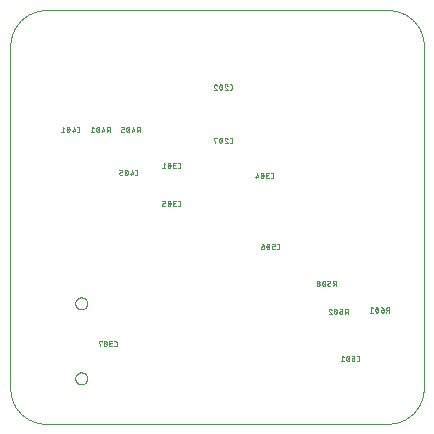
<source format=gbo>
G04 EAGLE Gerber RS-274X export*
G75*
%MOMM*%
%FSLAX35Y35*%
%LPD*%
%INsilk_bottom*%
%IPPOS*%
%AMOC8*
5,1,8,0,0,1.08239X$1,22.5*%
G01*
%ADD10C,0.000000*%
%ADD11C,0.050800*%


D10*
X3200117Y3499817D02*
X300026Y3499983D01*
X300025Y3499983D02*
X292739Y3499885D01*
X285456Y3499610D01*
X278183Y3499159D01*
X270922Y3498531D01*
X263679Y3497728D01*
X256457Y3496749D01*
X249262Y3495595D01*
X242096Y3494267D01*
X234965Y3492766D01*
X227872Y3491092D01*
X220822Y3489247D01*
X213819Y3487231D01*
X206867Y3485046D01*
X199969Y3482693D01*
X193131Y3480173D01*
X186356Y3477489D01*
X179648Y3474640D01*
X173011Y3471630D01*
X166449Y3468460D01*
X159966Y3465132D01*
X153566Y3461647D01*
X147252Y3458008D01*
X141028Y3454218D01*
X134898Y3450277D01*
X128865Y3446189D01*
X122933Y3441955D01*
X117105Y3437579D01*
X111386Y3433063D01*
X105777Y3428410D01*
X100284Y3423622D01*
X94907Y3418702D01*
X89652Y3413653D01*
X84521Y3408478D01*
X79517Y3403180D01*
X74642Y3397763D01*
X69901Y3392229D01*
X65295Y3386581D01*
X60827Y3380824D01*
X56501Y3374959D01*
X52318Y3368992D01*
X48281Y3362925D01*
X44392Y3356761D01*
X40654Y3350506D01*
X37068Y3344161D01*
X33638Y3337731D01*
X30364Y3331220D01*
X27250Y3324632D01*
X24296Y3317970D01*
X21504Y3311238D01*
X18877Y3304441D01*
X16415Y3297581D01*
X14121Y3290665D01*
X11994Y3283694D01*
X10038Y3276674D01*
X8252Y3269609D01*
X6638Y3262502D01*
X5197Y3255358D01*
X3930Y3248182D01*
X2837Y3240977D01*
X1919Y3233747D01*
X1177Y3226497D01*
X611Y3219232D01*
X221Y3211955D01*
X8Y3204670D01*
X8Y3204671D02*
X92Y295129D01*
X91Y295129D02*
X238Y287825D01*
X565Y280527D01*
X1070Y273238D01*
X1754Y265965D01*
X2616Y258710D01*
X3656Y251478D01*
X4873Y244275D01*
X6267Y237103D01*
X7836Y229968D01*
X9580Y222873D01*
X11498Y215824D01*
X13587Y208823D01*
X15848Y201876D01*
X18279Y194986D01*
X20878Y188159D01*
X23644Y181397D01*
X26575Y174705D01*
X29670Y168086D01*
X32926Y161546D01*
X36341Y155088D01*
X39914Y148715D01*
X43642Y142432D01*
X47523Y136243D01*
X51555Y130150D01*
X55736Y124159D01*
X60062Y118271D01*
X64531Y112492D01*
X69141Y106824D01*
X73888Y101271D01*
X78770Y95836D01*
X83785Y90523D01*
X88928Y85334D01*
X94197Y80273D01*
X99588Y75343D01*
X105099Y70546D01*
X110726Y65887D01*
X116465Y61366D01*
X122314Y56988D01*
X128268Y52755D01*
X134325Y48670D01*
X140480Y44734D01*
X146730Y40950D01*
X153070Y37321D01*
X159498Y33848D01*
X166009Y30535D01*
X172600Y27382D01*
X179265Y24392D01*
X186003Y21566D01*
X192807Y18906D01*
X199675Y16415D01*
X206602Y14092D01*
X213584Y11941D01*
X220616Y9961D01*
X227695Y8154D01*
X234816Y6522D01*
X241975Y5065D01*
X249168Y3784D01*
X256390Y2680D01*
X263636Y1753D01*
X270904Y1005D01*
X278187Y435D01*
X285483Y44D01*
X292785Y-167D01*
X300091Y-200D01*
X300092Y-200D02*
X3200100Y-200D01*
X3207349Y-112D01*
X3214594Y150D01*
X3221830Y588D01*
X3229054Y1201D01*
X3236261Y1987D01*
X3243447Y2948D01*
X3250607Y4082D01*
X3257738Y5389D01*
X3264835Y6868D01*
X3271895Y8517D01*
X3278912Y10337D01*
X3285884Y12326D01*
X3292805Y14483D01*
X3299672Y16806D01*
X3306481Y19295D01*
X3313228Y21948D01*
X3319909Y24762D01*
X3326520Y27738D01*
X3333057Y30872D01*
X3339517Y34163D01*
X3345895Y37610D01*
X3352188Y41209D01*
X3358392Y44960D01*
X3364504Y48859D01*
X3370519Y52905D01*
X3376436Y57095D01*
X3382249Y61427D01*
X3387956Y65898D01*
X3393553Y70505D01*
X3399037Y75247D01*
X3404405Y80119D01*
X3409653Y85120D01*
X3414780Y90247D01*
X3419781Y95495D01*
X3424653Y100863D01*
X3429395Y106347D01*
X3434002Y111944D01*
X3438473Y117651D01*
X3442805Y123464D01*
X3446995Y129381D01*
X3451041Y135396D01*
X3454940Y141508D01*
X3458691Y147712D01*
X3462290Y154005D01*
X3465737Y160383D01*
X3469028Y166843D01*
X3472162Y173380D01*
X3475138Y179991D01*
X3477952Y186672D01*
X3480605Y193419D01*
X3483094Y200228D01*
X3485417Y207095D01*
X3487574Y214016D01*
X3489563Y220988D01*
X3491383Y228005D01*
X3493032Y235065D01*
X3494511Y242162D01*
X3495818Y249293D01*
X3496952Y256453D01*
X3497913Y263639D01*
X3498699Y270846D01*
X3499312Y278070D01*
X3499750Y285306D01*
X3500012Y292551D01*
X3500100Y299800D01*
X3500100Y3199817D01*
X3500010Y3207179D01*
X3499739Y3214537D01*
X3499287Y3221886D01*
X3498656Y3229221D01*
X3497844Y3236539D01*
X3496853Y3243835D01*
X3495684Y3251104D01*
X3494336Y3258342D01*
X3492811Y3265545D01*
X3491110Y3272708D01*
X3489234Y3279828D01*
X3487183Y3286899D01*
X3484960Y3293918D01*
X3482564Y3300880D01*
X3479999Y3307782D01*
X3477266Y3314618D01*
X3474365Y3321385D01*
X3471299Y3328079D01*
X3468070Y3334696D01*
X3464679Y3341231D01*
X3461129Y3347682D01*
X3457422Y3354043D01*
X3453559Y3360311D01*
X3449544Y3366483D01*
X3445379Y3372554D01*
X3441066Y3378521D01*
X3436608Y3384381D01*
X3432008Y3390129D01*
X3427268Y3395763D01*
X3422391Y3401279D01*
X3417380Y3406673D01*
X3412238Y3411943D01*
X3406969Y3417085D01*
X3401574Y3422096D01*
X3396059Y3426974D01*
X3390425Y3431714D01*
X3384677Y3436315D01*
X3378818Y3440773D01*
X3372851Y3445086D01*
X3366780Y3449252D01*
X3360609Y3453267D01*
X3354340Y3457130D01*
X3347980Y3460837D01*
X3341529Y3464388D01*
X3334994Y3467779D01*
X3328378Y3471009D01*
X3321684Y3474075D01*
X3314917Y3476976D01*
X3308081Y3479710D01*
X3301180Y3482276D01*
X3294218Y3484671D01*
X3287199Y3486895D01*
X3280128Y3488946D01*
X3273008Y3490823D01*
X3265845Y3492524D01*
X3258642Y3494050D01*
X3251404Y3495398D01*
X3244135Y3496568D01*
X3236839Y3497559D01*
X3229521Y3498371D01*
X3222186Y3499003D01*
X3214837Y3499455D01*
X3207479Y3499726D01*
X3200117Y3499817D01*
D11*
X1866319Y2827540D02*
X1856337Y2827540D01*
X1866319Y2827540D02*
X1866560Y2827543D01*
X1866801Y2827552D01*
X1867042Y2827566D01*
X1867282Y2827587D01*
X1867522Y2827613D01*
X1867761Y2827645D01*
X1868000Y2827682D01*
X1868237Y2827726D01*
X1868473Y2827775D01*
X1868708Y2827830D01*
X1868941Y2827891D01*
X1869173Y2827957D01*
X1869404Y2828029D01*
X1869632Y2828106D01*
X1869859Y2828189D01*
X1870083Y2828277D01*
X1870306Y2828371D01*
X1870526Y2828470D01*
X1870743Y2828574D01*
X1870958Y2828683D01*
X1871170Y2828798D01*
X1871380Y2828918D01*
X1871586Y2829043D01*
X1871789Y2829172D01*
X1871990Y2829307D01*
X1872186Y2829446D01*
X1872380Y2829591D01*
X1872570Y2829739D01*
X1872756Y2829893D01*
X1872938Y2830050D01*
X1873117Y2830213D01*
X1873292Y2830379D01*
X1873462Y2830550D01*
X1873629Y2830724D01*
X1873791Y2830903D01*
X1873949Y2831085D01*
X1874102Y2831272D01*
X1874251Y2831461D01*
X1874395Y2831655D01*
X1874534Y2831852D01*
X1874669Y2832052D01*
X1874798Y2832255D01*
X1874923Y2832462D01*
X1875043Y2832671D01*
X1875158Y2832883D01*
X1875267Y2833098D01*
X1875372Y2833316D01*
X1875471Y2833536D01*
X1875564Y2833758D01*
X1875652Y2833983D01*
X1875735Y2834209D01*
X1875813Y2834438D01*
X1875884Y2834668D01*
X1875950Y2834900D01*
X1876011Y2835133D01*
X1876066Y2835368D01*
X1876115Y2835604D01*
X1876159Y2835842D01*
X1876196Y2836080D01*
X1876228Y2836319D01*
X1876254Y2836559D01*
X1876275Y2836799D01*
X1876289Y2837040D01*
X1876298Y2837281D01*
X1876301Y2837522D01*
X1876301Y2862478D01*
X1876298Y2862723D01*
X1876289Y2862968D01*
X1876274Y2863212D01*
X1876253Y2863456D01*
X1876226Y2863700D01*
X1876193Y2863943D01*
X1876154Y2864185D01*
X1876109Y2864426D01*
X1876058Y2864665D01*
X1876002Y2864904D01*
X1875939Y2865140D01*
X1875871Y2865376D01*
X1875797Y2865609D01*
X1875717Y2865841D01*
X1875632Y2866071D01*
X1875541Y2866298D01*
X1875445Y2866523D01*
X1875343Y2866746D01*
X1875235Y2866966D01*
X1875122Y2867184D01*
X1875004Y2867398D01*
X1874881Y2867610D01*
X1874752Y2867819D01*
X1874619Y2868024D01*
X1874480Y2868226D01*
X1874337Y2868425D01*
X1874188Y2868620D01*
X1874035Y2868811D01*
X1873877Y2868998D01*
X1873715Y2869182D01*
X1873548Y2869361D01*
X1873377Y2869537D01*
X1873202Y2869708D01*
X1873022Y2869875D01*
X1872839Y2870037D01*
X1872651Y2870195D01*
X1872460Y2870348D01*
X1872265Y2870496D01*
X1872067Y2870640D01*
X1871865Y2870778D01*
X1871659Y2870912D01*
X1871451Y2871040D01*
X1871239Y2871164D01*
X1871024Y2871282D01*
X1870807Y2871395D01*
X1870587Y2871502D01*
X1870364Y2871604D01*
X1870139Y2871701D01*
X1869911Y2871792D01*
X1869682Y2871877D01*
X1869450Y2871957D01*
X1869216Y2872031D01*
X1868981Y2872099D01*
X1868744Y2872162D01*
X1868506Y2872218D01*
X1868266Y2872269D01*
X1868025Y2872314D01*
X1867783Y2872353D01*
X1867541Y2872386D01*
X1867297Y2872413D01*
X1867053Y2872434D01*
X1866808Y2872449D01*
X1866564Y2872458D01*
X1866319Y2872461D01*
X1866319Y2872460D02*
X1856337Y2872460D01*
X1824928Y2872460D02*
X1824657Y2872457D01*
X1824385Y2872447D01*
X1824115Y2872431D01*
X1823844Y2872408D01*
X1823574Y2872378D01*
X1823305Y2872342D01*
X1823037Y2872300D01*
X1822770Y2872251D01*
X1822505Y2872195D01*
X1822240Y2872134D01*
X1821978Y2872066D01*
X1821717Y2871991D01*
X1821458Y2871910D01*
X1821201Y2871823D01*
X1820946Y2871730D01*
X1820693Y2871631D01*
X1820443Y2871526D01*
X1820196Y2871414D01*
X1819951Y2871297D01*
X1819709Y2871174D01*
X1819470Y2871045D01*
X1819235Y2870910D01*
X1819003Y2870770D01*
X1818774Y2870624D01*
X1818549Y2870472D01*
X1818327Y2870315D01*
X1818110Y2870153D01*
X1817896Y2869986D01*
X1817686Y2869813D01*
X1817481Y2869636D01*
X1817280Y2869453D01*
X1817084Y2869266D01*
X1816892Y2869074D01*
X1816705Y2868878D01*
X1816522Y2868677D01*
X1816345Y2868472D01*
X1816172Y2868262D01*
X1816005Y2868048D01*
X1815843Y2867831D01*
X1815686Y2867609D01*
X1815534Y2867384D01*
X1815388Y2867155D01*
X1815248Y2866923D01*
X1815113Y2866688D01*
X1814984Y2866449D01*
X1814861Y2866207D01*
X1814744Y2865962D01*
X1814632Y2865715D01*
X1814527Y2865465D01*
X1814428Y2865212D01*
X1814335Y2864957D01*
X1814248Y2864700D01*
X1814167Y2864441D01*
X1814092Y2864180D01*
X1814024Y2863918D01*
X1813963Y2863653D01*
X1813907Y2863388D01*
X1813858Y2863121D01*
X1813816Y2862853D01*
X1813780Y2862584D01*
X1813750Y2862314D01*
X1813727Y2862043D01*
X1813711Y2861773D01*
X1813701Y2861501D01*
X1813698Y2861230D01*
X1824928Y2872460D02*
X1825277Y2872456D01*
X1825626Y2872443D01*
X1825974Y2872422D01*
X1826322Y2872393D01*
X1826668Y2872355D01*
X1827014Y2872308D01*
X1827359Y2872254D01*
X1827702Y2872191D01*
X1828044Y2872120D01*
X1828383Y2872040D01*
X1828721Y2871952D01*
X1829057Y2871857D01*
X1829390Y2871753D01*
X1829720Y2871641D01*
X1830048Y2871521D01*
X1830372Y2871393D01*
X1830694Y2871258D01*
X1831012Y2871114D01*
X1831327Y2870963D01*
X1831637Y2870805D01*
X1831944Y2870639D01*
X1832247Y2870466D01*
X1832546Y2870285D01*
X1832840Y2870097D01*
X1833129Y2869902D01*
X1833414Y2869700D01*
X1833694Y2869492D01*
X1833968Y2869276D01*
X1834237Y2869055D01*
X1834501Y2868826D01*
X1834759Y2868592D01*
X1835012Y2868351D01*
X1835258Y2868104D01*
X1835499Y2867851D01*
X1835733Y2867593D01*
X1835961Y2867328D01*
X1836183Y2867059D01*
X1836398Y2866784D01*
X1836606Y2866504D01*
X1836808Y2866219D01*
X1837002Y2865930D01*
X1837189Y2865635D01*
X1837370Y2865337D01*
X1837543Y2865034D01*
X1837708Y2864726D01*
X1837866Y2864415D01*
X1838017Y2864101D01*
X1838160Y2863782D01*
X1838295Y2863461D01*
X1838422Y2863136D01*
X1838542Y2862808D01*
X1838653Y2862477D01*
X1817441Y2852495D02*
X1817229Y2852702D01*
X1817023Y2852914D01*
X1816821Y2853131D01*
X1816625Y2853353D01*
X1816435Y2853579D01*
X1816250Y2853810D01*
X1816071Y2854046D01*
X1815897Y2854286D01*
X1815730Y2854530D01*
X1815568Y2854778D01*
X1815413Y2855030D01*
X1815264Y2855286D01*
X1815122Y2855545D01*
X1814985Y2855808D01*
X1814856Y2856074D01*
X1814732Y2856343D01*
X1814616Y2856615D01*
X1814506Y2856890D01*
X1814403Y2857167D01*
X1814306Y2857447D01*
X1814217Y2857729D01*
X1814135Y2858014D01*
X1814059Y2858300D01*
X1813991Y2858588D01*
X1813930Y2858877D01*
X1813875Y2859168D01*
X1813828Y2859460D01*
X1813789Y2859754D01*
X1813756Y2860048D01*
X1813731Y2860343D01*
X1813713Y2860638D01*
X1813702Y2860934D01*
X1813698Y2861230D01*
X1817441Y2852495D02*
X1838653Y2827540D01*
X1813698Y2827540D01*
X1793654Y2850000D02*
X1793643Y2850884D01*
X1793612Y2851767D01*
X1793559Y2852649D01*
X1793485Y2853530D01*
X1793391Y2854408D01*
X1793275Y2855284D01*
X1793138Y2856157D01*
X1792981Y2857027D01*
X1792803Y2857893D01*
X1792604Y2858754D01*
X1792385Y2859610D01*
X1792145Y2860460D01*
X1791886Y2861305D01*
X1791606Y2862143D01*
X1791306Y2862974D01*
X1790986Y2863798D01*
X1790647Y2864614D01*
X1790289Y2865422D01*
X1789911Y2866221D01*
X1789910Y2866221D02*
X1789835Y2866433D01*
X1789754Y2866642D01*
X1789668Y2866850D01*
X1789578Y2867056D01*
X1789482Y2867259D01*
X1789382Y2867460D01*
X1789276Y2867658D01*
X1789166Y2867854D01*
X1789051Y2868047D01*
X1788932Y2868237D01*
X1788808Y2868424D01*
X1788679Y2868608D01*
X1788546Y2868789D01*
X1788408Y2868966D01*
X1788267Y2869141D01*
X1788121Y2869311D01*
X1787971Y2869478D01*
X1787817Y2869642D01*
X1787659Y2869801D01*
X1787497Y2869957D01*
X1787331Y2870109D01*
X1787162Y2870257D01*
X1786989Y2870400D01*
X1786813Y2870539D01*
X1786634Y2870674D01*
X1786451Y2870805D01*
X1786265Y2870931D01*
X1786076Y2871052D01*
X1785884Y2871169D01*
X1785690Y2871281D01*
X1785493Y2871389D01*
X1785293Y2871491D01*
X1785091Y2871589D01*
X1784886Y2871682D01*
X1784679Y2871770D01*
X1784471Y2871852D01*
X1784260Y2871930D01*
X1784047Y2872002D01*
X1783833Y2872069D01*
X1783617Y2872131D01*
X1783400Y2872188D01*
X1783181Y2872240D01*
X1782961Y2872286D01*
X1782741Y2872326D01*
X1782519Y2872362D01*
X1782296Y2872392D01*
X1782073Y2872416D01*
X1781849Y2872435D01*
X1781625Y2872449D01*
X1781401Y2872457D01*
X1781176Y2872460D01*
X1780951Y2872457D01*
X1780727Y2872449D01*
X1780503Y2872435D01*
X1780279Y2872416D01*
X1780056Y2872392D01*
X1779833Y2872362D01*
X1779611Y2872326D01*
X1779391Y2872286D01*
X1779171Y2872240D01*
X1778952Y2872188D01*
X1778735Y2872131D01*
X1778519Y2872069D01*
X1778305Y2872002D01*
X1778092Y2871930D01*
X1777881Y2871852D01*
X1777672Y2871770D01*
X1777466Y2871682D01*
X1777261Y2871589D01*
X1777059Y2871491D01*
X1776859Y2871389D01*
X1776662Y2871281D01*
X1776467Y2871169D01*
X1776275Y2871052D01*
X1776087Y2870931D01*
X1775901Y2870805D01*
X1775718Y2870674D01*
X1775538Y2870539D01*
X1775362Y2870400D01*
X1775189Y2870257D01*
X1775020Y2870109D01*
X1774855Y2869957D01*
X1774693Y2869801D01*
X1774535Y2869642D01*
X1774381Y2869478D01*
X1774231Y2869311D01*
X1774085Y2869141D01*
X1773943Y2868966D01*
X1773806Y2868789D01*
X1773672Y2868608D01*
X1773544Y2868424D01*
X1773420Y2868237D01*
X1773300Y2868046D01*
X1773185Y2867853D01*
X1773075Y2867658D01*
X1772970Y2867459D01*
X1772869Y2867259D01*
X1772773Y2867055D01*
X1772683Y2866850D01*
X1772597Y2866642D01*
X1772517Y2866433D01*
X1772441Y2866221D01*
X1772063Y2865422D01*
X1771705Y2864614D01*
X1771366Y2863798D01*
X1771046Y2862974D01*
X1770746Y2862143D01*
X1770466Y2861305D01*
X1770207Y2860460D01*
X1769967Y2859610D01*
X1769748Y2858754D01*
X1769549Y2857893D01*
X1769371Y2857027D01*
X1769214Y2856157D01*
X1769077Y2855284D01*
X1768961Y2854408D01*
X1768867Y2853530D01*
X1768793Y2852649D01*
X1768740Y2851767D01*
X1768709Y2850884D01*
X1768698Y2850000D01*
X1793653Y2850000D02*
X1793642Y2849116D01*
X1793611Y2848233D01*
X1793558Y2847351D01*
X1793484Y2846470D01*
X1793390Y2845592D01*
X1793274Y2844716D01*
X1793137Y2843843D01*
X1792980Y2842973D01*
X1792802Y2842107D01*
X1792603Y2841246D01*
X1792384Y2840390D01*
X1792144Y2839540D01*
X1791885Y2838695D01*
X1791605Y2837857D01*
X1791305Y2837025D01*
X1790985Y2836201D01*
X1790646Y2835385D01*
X1790288Y2834578D01*
X1789910Y2833779D01*
X1789910Y2833778D02*
X1789834Y2833567D01*
X1789754Y2833357D01*
X1789668Y2833150D01*
X1789578Y2832944D01*
X1789482Y2832741D01*
X1789382Y2832540D01*
X1789276Y2832342D01*
X1789166Y2832146D01*
X1789051Y2831953D01*
X1788932Y2831763D01*
X1788807Y2831576D01*
X1788679Y2831392D01*
X1788546Y2831211D01*
X1788408Y2831033D01*
X1788267Y2830859D01*
X1788121Y2830689D01*
X1787971Y2830521D01*
X1787817Y2830358D01*
X1787659Y2830198D01*
X1787497Y2830043D01*
X1787331Y2829891D01*
X1787162Y2829743D01*
X1786989Y2829600D01*
X1786813Y2829461D01*
X1786634Y2829326D01*
X1786451Y2829195D01*
X1786265Y2829069D01*
X1786076Y2828948D01*
X1785884Y2828831D01*
X1785690Y2828719D01*
X1785492Y2828611D01*
X1785293Y2828509D01*
X1785090Y2828411D01*
X1784886Y2828318D01*
X1784679Y2828230D01*
X1784470Y2828148D01*
X1784260Y2828070D01*
X1784047Y2827998D01*
X1783833Y2827931D01*
X1783617Y2827869D01*
X1783400Y2827812D01*
X1783181Y2827760D01*
X1782961Y2827714D01*
X1782740Y2827674D01*
X1782519Y2827638D01*
X1782296Y2827608D01*
X1782073Y2827584D01*
X1781849Y2827565D01*
X1781625Y2827551D01*
X1781401Y2827543D01*
X1781176Y2827540D01*
X1772441Y2833779D02*
X1772063Y2834578D01*
X1771705Y2835385D01*
X1771366Y2836201D01*
X1771046Y2837025D01*
X1770746Y2837857D01*
X1770466Y2838695D01*
X1770207Y2839540D01*
X1769967Y2840390D01*
X1769748Y2841246D01*
X1769549Y2842107D01*
X1769371Y2842973D01*
X1769214Y2843843D01*
X1769077Y2844716D01*
X1768961Y2845592D01*
X1768867Y2846470D01*
X1768793Y2847351D01*
X1768740Y2848233D01*
X1768709Y2849116D01*
X1768698Y2850000D01*
X1772441Y2833779D02*
X1772517Y2833567D01*
X1772597Y2833357D01*
X1772683Y2833150D01*
X1772774Y2832944D01*
X1772869Y2832741D01*
X1772970Y2832540D01*
X1773075Y2832342D01*
X1773185Y2832146D01*
X1773300Y2831953D01*
X1773420Y2831763D01*
X1773544Y2831576D01*
X1773673Y2831392D01*
X1773806Y2831211D01*
X1773943Y2831034D01*
X1774085Y2830859D01*
X1774231Y2830689D01*
X1774381Y2830522D01*
X1774535Y2830358D01*
X1774693Y2830198D01*
X1774855Y2830043D01*
X1775020Y2829891D01*
X1775190Y2829743D01*
X1775362Y2829600D01*
X1775539Y2829461D01*
X1775718Y2829326D01*
X1775901Y2829195D01*
X1776087Y2829069D01*
X1776276Y2828948D01*
X1776467Y2828831D01*
X1776662Y2828719D01*
X1776859Y2828611D01*
X1777059Y2828509D01*
X1777261Y2828411D01*
X1777466Y2828318D01*
X1777673Y2828230D01*
X1777881Y2828148D01*
X1778092Y2828070D01*
X1778305Y2827998D01*
X1778519Y2827931D01*
X1778735Y2827869D01*
X1778952Y2827812D01*
X1779171Y2827760D01*
X1779391Y2827714D01*
X1779611Y2827674D01*
X1779833Y2827638D01*
X1780056Y2827608D01*
X1780279Y2827584D01*
X1780503Y2827565D01*
X1780727Y2827551D01*
X1780951Y2827543D01*
X1781176Y2827540D01*
X1791158Y2837522D02*
X1771193Y2862478D01*
X1734928Y2872460D02*
X1734657Y2872457D01*
X1734385Y2872447D01*
X1734115Y2872431D01*
X1733844Y2872408D01*
X1733574Y2872378D01*
X1733305Y2872342D01*
X1733037Y2872300D01*
X1732770Y2872251D01*
X1732505Y2872195D01*
X1732240Y2872134D01*
X1731978Y2872066D01*
X1731717Y2871991D01*
X1731458Y2871910D01*
X1731201Y2871823D01*
X1730946Y2871730D01*
X1730693Y2871631D01*
X1730443Y2871526D01*
X1730196Y2871414D01*
X1729951Y2871297D01*
X1729709Y2871174D01*
X1729470Y2871045D01*
X1729235Y2870910D01*
X1729003Y2870770D01*
X1728774Y2870624D01*
X1728549Y2870472D01*
X1728327Y2870315D01*
X1728110Y2870153D01*
X1727896Y2869986D01*
X1727686Y2869813D01*
X1727481Y2869636D01*
X1727280Y2869453D01*
X1727084Y2869266D01*
X1726892Y2869074D01*
X1726705Y2868878D01*
X1726522Y2868677D01*
X1726345Y2868472D01*
X1726172Y2868262D01*
X1726005Y2868048D01*
X1725843Y2867831D01*
X1725686Y2867609D01*
X1725534Y2867384D01*
X1725388Y2867155D01*
X1725248Y2866923D01*
X1725113Y2866688D01*
X1724984Y2866449D01*
X1724861Y2866207D01*
X1724744Y2865962D01*
X1724632Y2865715D01*
X1724527Y2865465D01*
X1724428Y2865212D01*
X1724335Y2864957D01*
X1724248Y2864700D01*
X1724167Y2864441D01*
X1724092Y2864180D01*
X1724024Y2863918D01*
X1723963Y2863653D01*
X1723907Y2863388D01*
X1723858Y2863121D01*
X1723816Y2862853D01*
X1723780Y2862584D01*
X1723750Y2862314D01*
X1723727Y2862043D01*
X1723711Y2861773D01*
X1723701Y2861501D01*
X1723698Y2861230D01*
X1734928Y2872460D02*
X1735277Y2872456D01*
X1735626Y2872443D01*
X1735974Y2872422D01*
X1736322Y2872393D01*
X1736668Y2872355D01*
X1737014Y2872308D01*
X1737359Y2872254D01*
X1737702Y2872191D01*
X1738044Y2872120D01*
X1738383Y2872040D01*
X1738721Y2871952D01*
X1739057Y2871857D01*
X1739390Y2871753D01*
X1739720Y2871641D01*
X1740048Y2871521D01*
X1740372Y2871393D01*
X1740694Y2871258D01*
X1741012Y2871114D01*
X1741327Y2870963D01*
X1741637Y2870805D01*
X1741944Y2870639D01*
X1742247Y2870466D01*
X1742546Y2870285D01*
X1742840Y2870097D01*
X1743129Y2869902D01*
X1743414Y2869700D01*
X1743694Y2869492D01*
X1743968Y2869276D01*
X1744237Y2869055D01*
X1744501Y2868826D01*
X1744759Y2868592D01*
X1745012Y2868351D01*
X1745258Y2868104D01*
X1745499Y2867851D01*
X1745733Y2867593D01*
X1745961Y2867328D01*
X1746183Y2867059D01*
X1746398Y2866784D01*
X1746606Y2866504D01*
X1746808Y2866219D01*
X1747002Y2865930D01*
X1747189Y2865635D01*
X1747370Y2865337D01*
X1747543Y2865034D01*
X1747708Y2864726D01*
X1747866Y2864415D01*
X1748017Y2864101D01*
X1748160Y2863782D01*
X1748295Y2863461D01*
X1748422Y2863136D01*
X1748542Y2862808D01*
X1748653Y2862477D01*
X1727442Y2852495D02*
X1727230Y2852702D01*
X1727024Y2852914D01*
X1726822Y2853131D01*
X1726626Y2853353D01*
X1726436Y2853579D01*
X1726251Y2853810D01*
X1726072Y2854046D01*
X1725898Y2854286D01*
X1725731Y2854530D01*
X1725569Y2854778D01*
X1725414Y2855030D01*
X1725265Y2855286D01*
X1725123Y2855545D01*
X1724986Y2855808D01*
X1724857Y2856074D01*
X1724733Y2856343D01*
X1724617Y2856615D01*
X1724507Y2856890D01*
X1724404Y2857167D01*
X1724307Y2857447D01*
X1724218Y2857729D01*
X1724136Y2858014D01*
X1724060Y2858300D01*
X1723992Y2858588D01*
X1723931Y2858877D01*
X1723876Y2859168D01*
X1723829Y2859460D01*
X1723790Y2859754D01*
X1723757Y2860048D01*
X1723732Y2860343D01*
X1723714Y2860638D01*
X1723703Y2860934D01*
X1723699Y2861230D01*
X1727442Y2852495D02*
X1748654Y2827540D01*
X1723698Y2827540D01*
X1856337Y2377540D02*
X1866319Y2377540D01*
X1866560Y2377543D01*
X1866801Y2377552D01*
X1867042Y2377566D01*
X1867282Y2377587D01*
X1867522Y2377613D01*
X1867761Y2377645D01*
X1868000Y2377682D01*
X1868237Y2377726D01*
X1868473Y2377775D01*
X1868708Y2377830D01*
X1868941Y2377891D01*
X1869173Y2377957D01*
X1869404Y2378029D01*
X1869632Y2378106D01*
X1869859Y2378189D01*
X1870083Y2378277D01*
X1870306Y2378371D01*
X1870526Y2378470D01*
X1870743Y2378574D01*
X1870958Y2378683D01*
X1871170Y2378798D01*
X1871380Y2378918D01*
X1871586Y2379043D01*
X1871789Y2379172D01*
X1871990Y2379307D01*
X1872186Y2379446D01*
X1872380Y2379591D01*
X1872570Y2379739D01*
X1872756Y2379893D01*
X1872938Y2380050D01*
X1873117Y2380213D01*
X1873292Y2380379D01*
X1873462Y2380550D01*
X1873629Y2380724D01*
X1873791Y2380903D01*
X1873949Y2381085D01*
X1874102Y2381272D01*
X1874251Y2381461D01*
X1874395Y2381655D01*
X1874534Y2381852D01*
X1874669Y2382052D01*
X1874798Y2382255D01*
X1874923Y2382462D01*
X1875043Y2382671D01*
X1875158Y2382883D01*
X1875267Y2383098D01*
X1875372Y2383316D01*
X1875471Y2383536D01*
X1875564Y2383758D01*
X1875652Y2383983D01*
X1875735Y2384209D01*
X1875813Y2384438D01*
X1875884Y2384668D01*
X1875950Y2384900D01*
X1876011Y2385133D01*
X1876066Y2385368D01*
X1876115Y2385604D01*
X1876159Y2385842D01*
X1876196Y2386080D01*
X1876228Y2386319D01*
X1876254Y2386559D01*
X1876275Y2386799D01*
X1876289Y2387040D01*
X1876298Y2387281D01*
X1876301Y2387522D01*
X1876302Y2387522D02*
X1876302Y2412478D01*
X1876299Y2412723D01*
X1876290Y2412968D01*
X1876275Y2413212D01*
X1876254Y2413456D01*
X1876227Y2413700D01*
X1876194Y2413943D01*
X1876155Y2414185D01*
X1876110Y2414426D01*
X1876059Y2414665D01*
X1876003Y2414904D01*
X1875940Y2415140D01*
X1875872Y2415376D01*
X1875798Y2415609D01*
X1875718Y2415841D01*
X1875633Y2416071D01*
X1875542Y2416298D01*
X1875446Y2416523D01*
X1875344Y2416746D01*
X1875236Y2416966D01*
X1875123Y2417184D01*
X1875005Y2417398D01*
X1874882Y2417610D01*
X1874753Y2417819D01*
X1874620Y2418024D01*
X1874481Y2418226D01*
X1874338Y2418425D01*
X1874189Y2418620D01*
X1874036Y2418811D01*
X1873878Y2418998D01*
X1873716Y2419182D01*
X1873549Y2419361D01*
X1873378Y2419537D01*
X1873203Y2419708D01*
X1873023Y2419875D01*
X1872840Y2420037D01*
X1872652Y2420195D01*
X1872461Y2420348D01*
X1872266Y2420496D01*
X1872068Y2420640D01*
X1871866Y2420778D01*
X1871660Y2420912D01*
X1871452Y2421040D01*
X1871240Y2421164D01*
X1871025Y2421282D01*
X1870808Y2421395D01*
X1870588Y2421502D01*
X1870365Y2421604D01*
X1870140Y2421701D01*
X1869912Y2421792D01*
X1869683Y2421877D01*
X1869451Y2421957D01*
X1869217Y2422031D01*
X1868982Y2422099D01*
X1868745Y2422162D01*
X1868507Y2422218D01*
X1868267Y2422269D01*
X1868026Y2422314D01*
X1867784Y2422353D01*
X1867542Y2422386D01*
X1867298Y2422413D01*
X1867054Y2422434D01*
X1866809Y2422449D01*
X1866565Y2422458D01*
X1866320Y2422461D01*
X1866319Y2422460D02*
X1856337Y2422460D01*
X1824928Y2422460D02*
X1824657Y2422457D01*
X1824385Y2422447D01*
X1824115Y2422431D01*
X1823844Y2422408D01*
X1823574Y2422378D01*
X1823305Y2422342D01*
X1823037Y2422300D01*
X1822770Y2422251D01*
X1822505Y2422195D01*
X1822240Y2422134D01*
X1821978Y2422066D01*
X1821717Y2421991D01*
X1821458Y2421910D01*
X1821201Y2421823D01*
X1820946Y2421730D01*
X1820693Y2421631D01*
X1820443Y2421526D01*
X1820196Y2421414D01*
X1819951Y2421297D01*
X1819709Y2421174D01*
X1819470Y2421045D01*
X1819235Y2420910D01*
X1819003Y2420770D01*
X1818774Y2420624D01*
X1818549Y2420472D01*
X1818327Y2420315D01*
X1818110Y2420153D01*
X1817896Y2419986D01*
X1817686Y2419813D01*
X1817481Y2419636D01*
X1817280Y2419453D01*
X1817084Y2419266D01*
X1816892Y2419074D01*
X1816705Y2418878D01*
X1816522Y2418677D01*
X1816345Y2418472D01*
X1816172Y2418262D01*
X1816005Y2418048D01*
X1815843Y2417831D01*
X1815686Y2417609D01*
X1815534Y2417384D01*
X1815388Y2417155D01*
X1815248Y2416923D01*
X1815113Y2416688D01*
X1814984Y2416449D01*
X1814861Y2416207D01*
X1814744Y2415962D01*
X1814632Y2415715D01*
X1814527Y2415465D01*
X1814428Y2415212D01*
X1814335Y2414957D01*
X1814248Y2414700D01*
X1814167Y2414441D01*
X1814092Y2414180D01*
X1814024Y2413918D01*
X1813963Y2413653D01*
X1813907Y2413388D01*
X1813858Y2413121D01*
X1813816Y2412853D01*
X1813780Y2412584D01*
X1813750Y2412314D01*
X1813727Y2412043D01*
X1813711Y2411773D01*
X1813701Y2411501D01*
X1813698Y2411230D01*
X1824928Y2422460D02*
X1825277Y2422456D01*
X1825626Y2422443D01*
X1825974Y2422422D01*
X1826322Y2422393D01*
X1826668Y2422355D01*
X1827014Y2422308D01*
X1827359Y2422254D01*
X1827702Y2422191D01*
X1828044Y2422120D01*
X1828383Y2422040D01*
X1828721Y2421952D01*
X1829057Y2421857D01*
X1829390Y2421753D01*
X1829720Y2421641D01*
X1830048Y2421521D01*
X1830372Y2421393D01*
X1830694Y2421258D01*
X1831012Y2421114D01*
X1831327Y2420963D01*
X1831637Y2420805D01*
X1831944Y2420639D01*
X1832247Y2420466D01*
X1832546Y2420285D01*
X1832840Y2420097D01*
X1833129Y2419902D01*
X1833414Y2419700D01*
X1833694Y2419492D01*
X1833968Y2419276D01*
X1834237Y2419055D01*
X1834501Y2418826D01*
X1834759Y2418592D01*
X1835012Y2418351D01*
X1835258Y2418104D01*
X1835499Y2417851D01*
X1835733Y2417593D01*
X1835961Y2417328D01*
X1836183Y2417059D01*
X1836398Y2416784D01*
X1836606Y2416504D01*
X1836808Y2416219D01*
X1837002Y2415930D01*
X1837189Y2415635D01*
X1837370Y2415337D01*
X1837543Y2415034D01*
X1837708Y2414726D01*
X1837866Y2414415D01*
X1838017Y2414101D01*
X1838160Y2413782D01*
X1838295Y2413461D01*
X1838422Y2413136D01*
X1838542Y2412808D01*
X1838653Y2412477D01*
X1817441Y2402495D02*
X1817229Y2402702D01*
X1817023Y2402914D01*
X1816821Y2403131D01*
X1816625Y2403353D01*
X1816435Y2403579D01*
X1816250Y2403810D01*
X1816071Y2404046D01*
X1815897Y2404286D01*
X1815730Y2404530D01*
X1815568Y2404778D01*
X1815413Y2405030D01*
X1815264Y2405286D01*
X1815122Y2405545D01*
X1814985Y2405808D01*
X1814856Y2406074D01*
X1814732Y2406343D01*
X1814616Y2406615D01*
X1814506Y2406890D01*
X1814403Y2407167D01*
X1814306Y2407447D01*
X1814217Y2407729D01*
X1814135Y2408014D01*
X1814059Y2408300D01*
X1813991Y2408588D01*
X1813930Y2408877D01*
X1813875Y2409168D01*
X1813828Y2409460D01*
X1813789Y2409754D01*
X1813756Y2410048D01*
X1813731Y2410343D01*
X1813713Y2410638D01*
X1813702Y2410934D01*
X1813698Y2411230D01*
X1817441Y2402495D02*
X1838653Y2377540D01*
X1813698Y2377540D01*
X1793654Y2400000D02*
X1793643Y2400884D01*
X1793612Y2401767D01*
X1793559Y2402649D01*
X1793485Y2403530D01*
X1793391Y2404408D01*
X1793275Y2405284D01*
X1793138Y2406157D01*
X1792981Y2407027D01*
X1792803Y2407893D01*
X1792604Y2408754D01*
X1792385Y2409610D01*
X1792145Y2410460D01*
X1791886Y2411305D01*
X1791606Y2412143D01*
X1791306Y2412974D01*
X1790986Y2413798D01*
X1790647Y2414614D01*
X1790289Y2415422D01*
X1789911Y2416221D01*
X1789910Y2416221D02*
X1789835Y2416433D01*
X1789754Y2416642D01*
X1789668Y2416850D01*
X1789578Y2417056D01*
X1789482Y2417259D01*
X1789382Y2417460D01*
X1789276Y2417658D01*
X1789166Y2417854D01*
X1789051Y2418047D01*
X1788932Y2418237D01*
X1788808Y2418424D01*
X1788679Y2418608D01*
X1788546Y2418789D01*
X1788408Y2418966D01*
X1788267Y2419141D01*
X1788121Y2419311D01*
X1787971Y2419478D01*
X1787817Y2419642D01*
X1787659Y2419801D01*
X1787497Y2419957D01*
X1787331Y2420109D01*
X1787162Y2420257D01*
X1786989Y2420400D01*
X1786813Y2420539D01*
X1786634Y2420674D01*
X1786451Y2420805D01*
X1786265Y2420931D01*
X1786076Y2421052D01*
X1785884Y2421169D01*
X1785690Y2421281D01*
X1785493Y2421389D01*
X1785293Y2421491D01*
X1785091Y2421589D01*
X1784886Y2421682D01*
X1784679Y2421770D01*
X1784471Y2421852D01*
X1784260Y2421930D01*
X1784047Y2422002D01*
X1783833Y2422069D01*
X1783617Y2422131D01*
X1783400Y2422188D01*
X1783181Y2422240D01*
X1782961Y2422286D01*
X1782741Y2422326D01*
X1782519Y2422362D01*
X1782296Y2422392D01*
X1782073Y2422416D01*
X1781849Y2422435D01*
X1781625Y2422449D01*
X1781401Y2422457D01*
X1781176Y2422460D01*
X1780951Y2422457D01*
X1780727Y2422449D01*
X1780503Y2422435D01*
X1780279Y2422416D01*
X1780056Y2422392D01*
X1779833Y2422362D01*
X1779611Y2422326D01*
X1779391Y2422286D01*
X1779171Y2422240D01*
X1778952Y2422188D01*
X1778735Y2422131D01*
X1778519Y2422069D01*
X1778305Y2422002D01*
X1778092Y2421930D01*
X1777881Y2421852D01*
X1777672Y2421770D01*
X1777466Y2421682D01*
X1777261Y2421589D01*
X1777059Y2421491D01*
X1776859Y2421389D01*
X1776662Y2421281D01*
X1776467Y2421169D01*
X1776275Y2421052D01*
X1776087Y2420931D01*
X1775901Y2420805D01*
X1775718Y2420674D01*
X1775538Y2420539D01*
X1775362Y2420400D01*
X1775189Y2420257D01*
X1775020Y2420109D01*
X1774855Y2419957D01*
X1774693Y2419801D01*
X1774535Y2419642D01*
X1774381Y2419478D01*
X1774231Y2419311D01*
X1774085Y2419141D01*
X1773943Y2418966D01*
X1773806Y2418789D01*
X1773672Y2418608D01*
X1773544Y2418424D01*
X1773420Y2418237D01*
X1773300Y2418046D01*
X1773185Y2417853D01*
X1773075Y2417658D01*
X1772970Y2417459D01*
X1772869Y2417259D01*
X1772773Y2417055D01*
X1772683Y2416850D01*
X1772597Y2416642D01*
X1772517Y2416433D01*
X1772441Y2416221D01*
X1772063Y2415422D01*
X1771705Y2414614D01*
X1771366Y2413798D01*
X1771046Y2412974D01*
X1770746Y2412143D01*
X1770466Y2411305D01*
X1770207Y2410460D01*
X1769967Y2409610D01*
X1769748Y2408754D01*
X1769549Y2407893D01*
X1769371Y2407027D01*
X1769214Y2406157D01*
X1769077Y2405284D01*
X1768961Y2404408D01*
X1768867Y2403530D01*
X1768793Y2402649D01*
X1768740Y2401767D01*
X1768709Y2400884D01*
X1768698Y2400000D01*
X1793654Y2400000D02*
X1793643Y2399116D01*
X1793612Y2398233D01*
X1793559Y2397351D01*
X1793485Y2396470D01*
X1793391Y2395592D01*
X1793275Y2394716D01*
X1793138Y2393843D01*
X1792981Y2392973D01*
X1792803Y2392107D01*
X1792604Y2391246D01*
X1792385Y2390390D01*
X1792145Y2389540D01*
X1791886Y2388695D01*
X1791606Y2387857D01*
X1791306Y2387025D01*
X1790986Y2386201D01*
X1790647Y2385385D01*
X1790289Y2384578D01*
X1789911Y2383779D01*
X1789910Y2383778D02*
X1789834Y2383567D01*
X1789754Y2383357D01*
X1789668Y2383150D01*
X1789578Y2382944D01*
X1789482Y2382741D01*
X1789382Y2382540D01*
X1789276Y2382342D01*
X1789166Y2382146D01*
X1789051Y2381953D01*
X1788932Y2381763D01*
X1788807Y2381576D01*
X1788679Y2381392D01*
X1788546Y2381211D01*
X1788408Y2381033D01*
X1788267Y2380859D01*
X1788121Y2380689D01*
X1787971Y2380521D01*
X1787817Y2380358D01*
X1787659Y2380198D01*
X1787497Y2380043D01*
X1787331Y2379891D01*
X1787162Y2379743D01*
X1786989Y2379600D01*
X1786813Y2379461D01*
X1786634Y2379326D01*
X1786451Y2379195D01*
X1786265Y2379069D01*
X1786076Y2378948D01*
X1785884Y2378831D01*
X1785690Y2378719D01*
X1785492Y2378611D01*
X1785293Y2378509D01*
X1785090Y2378411D01*
X1784886Y2378318D01*
X1784679Y2378230D01*
X1784470Y2378148D01*
X1784260Y2378070D01*
X1784047Y2377998D01*
X1783833Y2377931D01*
X1783617Y2377869D01*
X1783400Y2377812D01*
X1783181Y2377760D01*
X1782961Y2377714D01*
X1782740Y2377674D01*
X1782519Y2377638D01*
X1782296Y2377608D01*
X1782073Y2377584D01*
X1781849Y2377565D01*
X1781625Y2377551D01*
X1781401Y2377543D01*
X1781176Y2377540D01*
X1772441Y2383779D02*
X1772063Y2384578D01*
X1771705Y2385385D01*
X1771366Y2386201D01*
X1771046Y2387025D01*
X1770746Y2387857D01*
X1770466Y2388695D01*
X1770207Y2389540D01*
X1769967Y2390390D01*
X1769748Y2391246D01*
X1769549Y2392107D01*
X1769371Y2392973D01*
X1769214Y2393843D01*
X1769077Y2394716D01*
X1768961Y2395592D01*
X1768867Y2396470D01*
X1768793Y2397351D01*
X1768740Y2398233D01*
X1768709Y2399116D01*
X1768698Y2400000D01*
X1772441Y2383779D02*
X1772517Y2383567D01*
X1772597Y2383357D01*
X1772683Y2383150D01*
X1772774Y2382944D01*
X1772869Y2382741D01*
X1772970Y2382540D01*
X1773075Y2382342D01*
X1773185Y2382146D01*
X1773300Y2381953D01*
X1773420Y2381763D01*
X1773544Y2381576D01*
X1773673Y2381392D01*
X1773806Y2381211D01*
X1773943Y2381034D01*
X1774085Y2380859D01*
X1774231Y2380689D01*
X1774381Y2380522D01*
X1774535Y2380358D01*
X1774693Y2380198D01*
X1774855Y2380043D01*
X1775020Y2379891D01*
X1775190Y2379743D01*
X1775362Y2379600D01*
X1775539Y2379461D01*
X1775718Y2379326D01*
X1775901Y2379195D01*
X1776087Y2379069D01*
X1776276Y2378948D01*
X1776467Y2378831D01*
X1776662Y2378719D01*
X1776859Y2378611D01*
X1777059Y2378509D01*
X1777261Y2378411D01*
X1777466Y2378318D01*
X1777673Y2378230D01*
X1777881Y2378148D01*
X1778092Y2378070D01*
X1778305Y2377998D01*
X1778519Y2377931D01*
X1778735Y2377869D01*
X1778952Y2377812D01*
X1779171Y2377760D01*
X1779391Y2377714D01*
X1779611Y2377674D01*
X1779833Y2377638D01*
X1780056Y2377608D01*
X1780279Y2377584D01*
X1780503Y2377565D01*
X1780727Y2377551D01*
X1780951Y2377543D01*
X1781176Y2377540D01*
X1791158Y2387522D02*
X1771194Y2412478D01*
X1748654Y2417469D02*
X1748654Y2422460D01*
X1723699Y2422460D01*
X1736177Y2377540D01*
X1428819Y2165040D02*
X1418837Y2165040D01*
X1428819Y2165040D02*
X1429060Y2165043D01*
X1429301Y2165052D01*
X1429542Y2165066D01*
X1429782Y2165087D01*
X1430022Y2165113D01*
X1430261Y2165145D01*
X1430500Y2165182D01*
X1430737Y2165226D01*
X1430973Y2165275D01*
X1431208Y2165330D01*
X1431441Y2165391D01*
X1431673Y2165457D01*
X1431904Y2165529D01*
X1432132Y2165606D01*
X1432359Y2165689D01*
X1432583Y2165777D01*
X1432806Y2165871D01*
X1433026Y2165970D01*
X1433243Y2166074D01*
X1433458Y2166183D01*
X1433670Y2166298D01*
X1433880Y2166418D01*
X1434086Y2166543D01*
X1434289Y2166672D01*
X1434490Y2166807D01*
X1434686Y2166946D01*
X1434880Y2167091D01*
X1435070Y2167239D01*
X1435256Y2167393D01*
X1435438Y2167550D01*
X1435617Y2167713D01*
X1435792Y2167879D01*
X1435962Y2168050D01*
X1436129Y2168224D01*
X1436291Y2168403D01*
X1436449Y2168585D01*
X1436602Y2168772D01*
X1436751Y2168961D01*
X1436895Y2169155D01*
X1437034Y2169352D01*
X1437169Y2169552D01*
X1437298Y2169755D01*
X1437423Y2169962D01*
X1437543Y2170171D01*
X1437658Y2170383D01*
X1437767Y2170598D01*
X1437872Y2170816D01*
X1437971Y2171036D01*
X1438064Y2171258D01*
X1438152Y2171483D01*
X1438235Y2171709D01*
X1438313Y2171938D01*
X1438384Y2172168D01*
X1438450Y2172400D01*
X1438511Y2172633D01*
X1438566Y2172868D01*
X1438615Y2173104D01*
X1438659Y2173342D01*
X1438696Y2173580D01*
X1438728Y2173819D01*
X1438754Y2174059D01*
X1438775Y2174299D01*
X1438789Y2174540D01*
X1438798Y2174781D01*
X1438801Y2175022D01*
X1438801Y2199978D01*
X1438798Y2200223D01*
X1438789Y2200468D01*
X1438774Y2200712D01*
X1438753Y2200956D01*
X1438726Y2201200D01*
X1438693Y2201443D01*
X1438654Y2201685D01*
X1438609Y2201926D01*
X1438558Y2202165D01*
X1438502Y2202404D01*
X1438439Y2202640D01*
X1438371Y2202876D01*
X1438297Y2203109D01*
X1438217Y2203341D01*
X1438132Y2203571D01*
X1438041Y2203798D01*
X1437945Y2204023D01*
X1437843Y2204246D01*
X1437735Y2204466D01*
X1437622Y2204684D01*
X1437504Y2204898D01*
X1437381Y2205110D01*
X1437252Y2205319D01*
X1437119Y2205524D01*
X1436980Y2205726D01*
X1436837Y2205925D01*
X1436688Y2206120D01*
X1436535Y2206311D01*
X1436377Y2206498D01*
X1436215Y2206682D01*
X1436048Y2206861D01*
X1435877Y2207037D01*
X1435702Y2207208D01*
X1435522Y2207375D01*
X1435339Y2207537D01*
X1435151Y2207695D01*
X1434960Y2207848D01*
X1434765Y2207996D01*
X1434567Y2208140D01*
X1434365Y2208278D01*
X1434159Y2208412D01*
X1433951Y2208540D01*
X1433739Y2208664D01*
X1433524Y2208782D01*
X1433307Y2208895D01*
X1433087Y2209002D01*
X1432864Y2209104D01*
X1432639Y2209201D01*
X1432411Y2209292D01*
X1432182Y2209377D01*
X1431950Y2209457D01*
X1431716Y2209531D01*
X1431481Y2209599D01*
X1431244Y2209662D01*
X1431006Y2209718D01*
X1430766Y2209769D01*
X1430525Y2209814D01*
X1430283Y2209853D01*
X1430041Y2209886D01*
X1429797Y2209913D01*
X1429553Y2209934D01*
X1429308Y2209949D01*
X1429064Y2209958D01*
X1428819Y2209961D01*
X1428819Y2209960D02*
X1418837Y2209960D01*
X1401153Y2165040D02*
X1388676Y2165040D01*
X1388372Y2165044D01*
X1388068Y2165055D01*
X1387765Y2165073D01*
X1387462Y2165099D01*
X1387160Y2165132D01*
X1386859Y2165173D01*
X1386559Y2165221D01*
X1386260Y2165276D01*
X1385963Y2165339D01*
X1385667Y2165408D01*
X1385373Y2165485D01*
X1385081Y2165569D01*
X1384791Y2165660D01*
X1384504Y2165758D01*
X1384218Y2165863D01*
X1383936Y2165975D01*
X1383656Y2166094D01*
X1383380Y2166220D01*
X1383106Y2166352D01*
X1382836Y2166491D01*
X1382569Y2166637D01*
X1382306Y2166789D01*
X1382046Y2166947D01*
X1381791Y2167111D01*
X1381540Y2167282D01*
X1381293Y2167459D01*
X1381050Y2167642D01*
X1380812Y2167830D01*
X1380578Y2168025D01*
X1380349Y2168225D01*
X1380125Y2168430D01*
X1379907Y2168641D01*
X1379693Y2168857D01*
X1379485Y2169079D01*
X1379282Y2169305D01*
X1379085Y2169536D01*
X1378893Y2169772D01*
X1378708Y2170013D01*
X1378528Y2170258D01*
X1378354Y2170507D01*
X1378186Y2170760D01*
X1378025Y2171018D01*
X1377870Y2171279D01*
X1377721Y2171544D01*
X1377579Y2171813D01*
X1377443Y2172084D01*
X1377314Y2172360D01*
X1377192Y2172638D01*
X1377076Y2172919D01*
X1376968Y2173203D01*
X1376866Y2173489D01*
X1376772Y2173778D01*
X1376684Y2174069D01*
X1376604Y2174362D01*
X1376530Y2174657D01*
X1376464Y2174953D01*
X1376406Y2175252D01*
X1376354Y2175551D01*
X1376310Y2175852D01*
X1376273Y2176153D01*
X1376243Y2176456D01*
X1376221Y2176759D01*
X1376206Y2177062D01*
X1376199Y2177366D01*
X1376199Y2177670D01*
X1376206Y2177974D01*
X1376221Y2178277D01*
X1376243Y2178580D01*
X1376273Y2178883D01*
X1376310Y2179184D01*
X1376354Y2179485D01*
X1376406Y2179784D01*
X1376464Y2180083D01*
X1376530Y2180379D01*
X1376604Y2180674D01*
X1376684Y2180967D01*
X1376772Y2181258D01*
X1376866Y2181547D01*
X1376968Y2181833D01*
X1377076Y2182117D01*
X1377192Y2182398D01*
X1377314Y2182676D01*
X1377443Y2182952D01*
X1377579Y2183223D01*
X1377721Y2183492D01*
X1377870Y2183757D01*
X1378025Y2184018D01*
X1378186Y2184276D01*
X1378354Y2184529D01*
X1378528Y2184778D01*
X1378708Y2185023D01*
X1378893Y2185264D01*
X1379085Y2185500D01*
X1379282Y2185731D01*
X1379485Y2185957D01*
X1379693Y2186179D01*
X1379907Y2186395D01*
X1380125Y2186606D01*
X1380349Y2186811D01*
X1380578Y2187011D01*
X1380812Y2187206D01*
X1381050Y2187394D01*
X1381293Y2187577D01*
X1381540Y2187754D01*
X1381791Y2187925D01*
X1382046Y2188089D01*
X1382306Y2188247D01*
X1382569Y2188399D01*
X1382836Y2188545D01*
X1383106Y2188684D01*
X1383380Y2188816D01*
X1383656Y2188942D01*
X1383936Y2189061D01*
X1384218Y2189173D01*
X1384504Y2189278D01*
X1384791Y2189376D01*
X1385081Y2189467D01*
X1385373Y2189551D01*
X1385667Y2189628D01*
X1385963Y2189697D01*
X1386260Y2189760D01*
X1386559Y2189815D01*
X1386859Y2189863D01*
X1387160Y2189904D01*
X1387462Y2189937D01*
X1387765Y2189963D01*
X1388068Y2189981D01*
X1388372Y2189992D01*
X1388676Y2189996D01*
X1386180Y2209960D02*
X1401153Y2209960D01*
X1386180Y2209961D02*
X1385937Y2209958D01*
X1385694Y2209949D01*
X1385451Y2209934D01*
X1385209Y2209914D01*
X1384967Y2209887D01*
X1384726Y2209855D01*
X1384486Y2209816D01*
X1384247Y2209772D01*
X1384009Y2209722D01*
X1383773Y2209666D01*
X1383538Y2209605D01*
X1383304Y2209538D01*
X1383072Y2209465D01*
X1382842Y2209386D01*
X1382614Y2209302D01*
X1382388Y2209213D01*
X1382164Y2209118D01*
X1381943Y2209017D01*
X1381724Y2208911D01*
X1381508Y2208800D01*
X1381294Y2208684D01*
X1381084Y2208562D01*
X1380876Y2208435D01*
X1380672Y2208304D01*
X1380471Y2208167D01*
X1380273Y2208026D01*
X1380079Y2207880D01*
X1379888Y2207729D01*
X1379701Y2207573D01*
X1379518Y2207413D01*
X1379339Y2207249D01*
X1379164Y2207080D01*
X1378993Y2206907D01*
X1378827Y2206730D01*
X1378664Y2206549D01*
X1378507Y2206364D01*
X1378353Y2206175D01*
X1378205Y2205983D01*
X1378061Y2205787D01*
X1377922Y2205587D01*
X1377788Y2205385D01*
X1377659Y2205179D01*
X1377534Y2204970D01*
X1377415Y2204757D01*
X1377302Y2204543D01*
X1377193Y2204325D01*
X1377090Y2204105D01*
X1376992Y2203882D01*
X1376900Y2203658D01*
X1376813Y2203430D01*
X1376732Y2203201D01*
X1376656Y2202970D01*
X1376586Y2202737D01*
X1376522Y2202503D01*
X1376463Y2202267D01*
X1376410Y2202030D01*
X1376363Y2201791D01*
X1376322Y2201552D01*
X1376286Y2201311D01*
X1376257Y2201070D01*
X1376233Y2200828D01*
X1376215Y2200585D01*
X1376204Y2200343D01*
X1376198Y2200100D01*
X1376198Y2199856D01*
X1376204Y2199613D01*
X1376215Y2199371D01*
X1376233Y2199128D01*
X1376257Y2198886D01*
X1376286Y2198645D01*
X1376322Y2198404D01*
X1376363Y2198165D01*
X1376410Y2197926D01*
X1376463Y2197689D01*
X1376522Y2197453D01*
X1376586Y2197219D01*
X1376656Y2196986D01*
X1376732Y2196755D01*
X1376813Y2196526D01*
X1376900Y2196298D01*
X1376992Y2196074D01*
X1377090Y2195851D01*
X1377193Y2195631D01*
X1377302Y2195413D01*
X1377415Y2195199D01*
X1377534Y2194987D01*
X1377659Y2194777D01*
X1377788Y2194571D01*
X1377922Y2194369D01*
X1378061Y2194169D01*
X1378205Y2193973D01*
X1378353Y2193781D01*
X1378507Y2193592D01*
X1378664Y2193407D01*
X1378827Y2193226D01*
X1378993Y2193049D01*
X1379164Y2192876D01*
X1379339Y2192707D01*
X1379518Y2192543D01*
X1379701Y2192383D01*
X1379888Y2192227D01*
X1380079Y2192076D01*
X1380273Y2191930D01*
X1380471Y2191789D01*
X1380672Y2191652D01*
X1380876Y2191521D01*
X1381084Y2191394D01*
X1381294Y2191272D01*
X1381508Y2191156D01*
X1381724Y2191045D01*
X1381943Y2190939D01*
X1382164Y2190838D01*
X1382388Y2190743D01*
X1382614Y2190654D01*
X1382842Y2190570D01*
X1383072Y2190491D01*
X1383304Y2190418D01*
X1383538Y2190351D01*
X1383773Y2190290D01*
X1384009Y2190234D01*
X1384247Y2190184D01*
X1384486Y2190140D01*
X1384726Y2190101D01*
X1384967Y2190069D01*
X1385209Y2190042D01*
X1385451Y2190022D01*
X1385694Y2190007D01*
X1385937Y2189998D01*
X1386180Y2189995D01*
X1396162Y2189995D01*
X1356154Y2187500D02*
X1356143Y2188384D01*
X1356112Y2189267D01*
X1356059Y2190149D01*
X1355985Y2191030D01*
X1355891Y2191908D01*
X1355775Y2192784D01*
X1355638Y2193657D01*
X1355481Y2194527D01*
X1355303Y2195393D01*
X1355104Y2196254D01*
X1354885Y2197110D01*
X1354645Y2197960D01*
X1354386Y2198805D01*
X1354106Y2199643D01*
X1353806Y2200474D01*
X1353486Y2201298D01*
X1353147Y2202114D01*
X1352789Y2202922D01*
X1352411Y2203721D01*
X1352410Y2203721D02*
X1352335Y2203933D01*
X1352254Y2204142D01*
X1352168Y2204350D01*
X1352078Y2204556D01*
X1351982Y2204759D01*
X1351882Y2204960D01*
X1351776Y2205158D01*
X1351666Y2205354D01*
X1351551Y2205547D01*
X1351432Y2205737D01*
X1351308Y2205924D01*
X1351179Y2206108D01*
X1351046Y2206289D01*
X1350908Y2206466D01*
X1350767Y2206641D01*
X1350621Y2206811D01*
X1350471Y2206978D01*
X1350317Y2207142D01*
X1350159Y2207301D01*
X1349997Y2207457D01*
X1349831Y2207609D01*
X1349662Y2207757D01*
X1349489Y2207900D01*
X1349313Y2208039D01*
X1349134Y2208174D01*
X1348951Y2208305D01*
X1348765Y2208431D01*
X1348576Y2208552D01*
X1348384Y2208669D01*
X1348190Y2208781D01*
X1347993Y2208889D01*
X1347793Y2208991D01*
X1347591Y2209089D01*
X1347386Y2209182D01*
X1347179Y2209270D01*
X1346971Y2209352D01*
X1346760Y2209430D01*
X1346547Y2209502D01*
X1346333Y2209569D01*
X1346117Y2209631D01*
X1345900Y2209688D01*
X1345681Y2209740D01*
X1345461Y2209786D01*
X1345241Y2209826D01*
X1345019Y2209862D01*
X1344796Y2209892D01*
X1344573Y2209916D01*
X1344349Y2209935D01*
X1344125Y2209949D01*
X1343901Y2209957D01*
X1343676Y2209960D01*
X1343451Y2209957D01*
X1343227Y2209949D01*
X1343003Y2209935D01*
X1342779Y2209916D01*
X1342556Y2209892D01*
X1342333Y2209862D01*
X1342111Y2209826D01*
X1341891Y2209786D01*
X1341671Y2209740D01*
X1341452Y2209688D01*
X1341235Y2209631D01*
X1341019Y2209569D01*
X1340805Y2209502D01*
X1340592Y2209430D01*
X1340381Y2209352D01*
X1340172Y2209270D01*
X1339966Y2209182D01*
X1339761Y2209089D01*
X1339559Y2208991D01*
X1339359Y2208889D01*
X1339162Y2208781D01*
X1338967Y2208669D01*
X1338775Y2208552D01*
X1338587Y2208431D01*
X1338401Y2208305D01*
X1338218Y2208174D01*
X1338038Y2208039D01*
X1337862Y2207900D01*
X1337689Y2207757D01*
X1337520Y2207609D01*
X1337355Y2207457D01*
X1337193Y2207301D01*
X1337035Y2207142D01*
X1336881Y2206978D01*
X1336731Y2206811D01*
X1336585Y2206641D01*
X1336443Y2206466D01*
X1336306Y2206289D01*
X1336172Y2206108D01*
X1336044Y2205924D01*
X1335920Y2205737D01*
X1335800Y2205546D01*
X1335685Y2205353D01*
X1335575Y2205158D01*
X1335470Y2204959D01*
X1335369Y2204759D01*
X1335273Y2204555D01*
X1335183Y2204350D01*
X1335097Y2204142D01*
X1335017Y2203933D01*
X1334941Y2203721D01*
X1334563Y2202922D01*
X1334205Y2202114D01*
X1333866Y2201298D01*
X1333546Y2200474D01*
X1333246Y2199643D01*
X1332966Y2198805D01*
X1332707Y2197960D01*
X1332467Y2197110D01*
X1332248Y2196254D01*
X1332049Y2195393D01*
X1331871Y2194527D01*
X1331714Y2193657D01*
X1331577Y2192784D01*
X1331461Y2191908D01*
X1331367Y2191030D01*
X1331293Y2190149D01*
X1331240Y2189267D01*
X1331209Y2188384D01*
X1331198Y2187500D01*
X1356153Y2187500D02*
X1356142Y2186616D01*
X1356111Y2185733D01*
X1356058Y2184851D01*
X1355984Y2183970D01*
X1355890Y2183092D01*
X1355774Y2182216D01*
X1355637Y2181343D01*
X1355480Y2180473D01*
X1355302Y2179607D01*
X1355103Y2178746D01*
X1354884Y2177890D01*
X1354644Y2177040D01*
X1354385Y2176195D01*
X1354105Y2175357D01*
X1353805Y2174525D01*
X1353485Y2173701D01*
X1353146Y2172885D01*
X1352788Y2172078D01*
X1352410Y2171279D01*
X1352410Y2171278D02*
X1352334Y2171067D01*
X1352254Y2170857D01*
X1352168Y2170650D01*
X1352078Y2170444D01*
X1351982Y2170241D01*
X1351882Y2170040D01*
X1351776Y2169842D01*
X1351666Y2169646D01*
X1351551Y2169453D01*
X1351432Y2169263D01*
X1351307Y2169076D01*
X1351179Y2168892D01*
X1351046Y2168711D01*
X1350908Y2168533D01*
X1350767Y2168359D01*
X1350621Y2168189D01*
X1350471Y2168021D01*
X1350317Y2167858D01*
X1350159Y2167698D01*
X1349997Y2167543D01*
X1349831Y2167391D01*
X1349662Y2167243D01*
X1349489Y2167100D01*
X1349313Y2166961D01*
X1349134Y2166826D01*
X1348951Y2166695D01*
X1348765Y2166569D01*
X1348576Y2166448D01*
X1348384Y2166331D01*
X1348190Y2166219D01*
X1347992Y2166111D01*
X1347793Y2166009D01*
X1347590Y2165911D01*
X1347386Y2165818D01*
X1347179Y2165730D01*
X1346970Y2165648D01*
X1346760Y2165570D01*
X1346547Y2165498D01*
X1346333Y2165431D01*
X1346117Y2165369D01*
X1345900Y2165312D01*
X1345681Y2165260D01*
X1345461Y2165214D01*
X1345240Y2165174D01*
X1345019Y2165138D01*
X1344796Y2165108D01*
X1344573Y2165084D01*
X1344349Y2165065D01*
X1344125Y2165051D01*
X1343901Y2165043D01*
X1343676Y2165040D01*
X1334941Y2171279D02*
X1334563Y2172078D01*
X1334205Y2172885D01*
X1333866Y2173701D01*
X1333546Y2174525D01*
X1333246Y2175357D01*
X1332966Y2176195D01*
X1332707Y2177040D01*
X1332467Y2177890D01*
X1332248Y2178746D01*
X1332049Y2179607D01*
X1331871Y2180473D01*
X1331714Y2181343D01*
X1331577Y2182216D01*
X1331461Y2183092D01*
X1331367Y2183970D01*
X1331293Y2184851D01*
X1331240Y2185733D01*
X1331209Y2186616D01*
X1331198Y2187500D01*
X1334941Y2171279D02*
X1335017Y2171067D01*
X1335097Y2170857D01*
X1335183Y2170650D01*
X1335274Y2170444D01*
X1335369Y2170241D01*
X1335470Y2170040D01*
X1335575Y2169842D01*
X1335685Y2169646D01*
X1335800Y2169453D01*
X1335920Y2169263D01*
X1336044Y2169076D01*
X1336173Y2168892D01*
X1336306Y2168711D01*
X1336443Y2168534D01*
X1336585Y2168359D01*
X1336731Y2168189D01*
X1336881Y2168022D01*
X1337035Y2167858D01*
X1337193Y2167698D01*
X1337355Y2167543D01*
X1337520Y2167391D01*
X1337690Y2167243D01*
X1337862Y2167100D01*
X1338039Y2166961D01*
X1338218Y2166826D01*
X1338401Y2166695D01*
X1338587Y2166569D01*
X1338776Y2166448D01*
X1338967Y2166331D01*
X1339162Y2166219D01*
X1339359Y2166111D01*
X1339559Y2166009D01*
X1339761Y2165911D01*
X1339966Y2165818D01*
X1340173Y2165730D01*
X1340381Y2165648D01*
X1340592Y2165570D01*
X1340805Y2165498D01*
X1341019Y2165431D01*
X1341235Y2165369D01*
X1341452Y2165312D01*
X1341671Y2165260D01*
X1341891Y2165214D01*
X1342111Y2165174D01*
X1342333Y2165138D01*
X1342556Y2165108D01*
X1342779Y2165084D01*
X1343003Y2165065D01*
X1343227Y2165051D01*
X1343451Y2165043D01*
X1343676Y2165040D01*
X1353658Y2175022D02*
X1333693Y2199978D01*
X1311154Y2199978D02*
X1298676Y2209960D01*
X1298676Y2165040D01*
X1311154Y2165040D02*
X1286198Y2165040D01*
X2206337Y2077540D02*
X2216319Y2077540D01*
X2216560Y2077543D01*
X2216801Y2077552D01*
X2217042Y2077566D01*
X2217282Y2077587D01*
X2217522Y2077613D01*
X2217761Y2077645D01*
X2218000Y2077682D01*
X2218237Y2077726D01*
X2218473Y2077775D01*
X2218708Y2077830D01*
X2218941Y2077891D01*
X2219173Y2077957D01*
X2219404Y2078029D01*
X2219632Y2078106D01*
X2219859Y2078189D01*
X2220083Y2078277D01*
X2220306Y2078371D01*
X2220526Y2078470D01*
X2220743Y2078574D01*
X2220958Y2078683D01*
X2221170Y2078798D01*
X2221380Y2078918D01*
X2221586Y2079043D01*
X2221789Y2079172D01*
X2221990Y2079307D01*
X2222186Y2079446D01*
X2222380Y2079591D01*
X2222570Y2079739D01*
X2222756Y2079893D01*
X2222938Y2080050D01*
X2223117Y2080213D01*
X2223292Y2080379D01*
X2223462Y2080550D01*
X2223629Y2080724D01*
X2223791Y2080903D01*
X2223949Y2081085D01*
X2224102Y2081272D01*
X2224251Y2081461D01*
X2224395Y2081655D01*
X2224534Y2081852D01*
X2224669Y2082052D01*
X2224798Y2082255D01*
X2224923Y2082462D01*
X2225043Y2082671D01*
X2225158Y2082883D01*
X2225267Y2083098D01*
X2225372Y2083316D01*
X2225471Y2083536D01*
X2225564Y2083758D01*
X2225652Y2083983D01*
X2225735Y2084209D01*
X2225813Y2084438D01*
X2225884Y2084668D01*
X2225950Y2084900D01*
X2226011Y2085133D01*
X2226066Y2085368D01*
X2226115Y2085604D01*
X2226159Y2085842D01*
X2226196Y2086080D01*
X2226228Y2086319D01*
X2226254Y2086559D01*
X2226275Y2086799D01*
X2226289Y2087040D01*
X2226298Y2087281D01*
X2226301Y2087522D01*
X2226301Y2112478D01*
X2226298Y2112723D01*
X2226289Y2112968D01*
X2226274Y2113212D01*
X2226253Y2113456D01*
X2226226Y2113700D01*
X2226193Y2113943D01*
X2226154Y2114185D01*
X2226109Y2114426D01*
X2226058Y2114665D01*
X2226002Y2114904D01*
X2225939Y2115140D01*
X2225871Y2115376D01*
X2225797Y2115609D01*
X2225717Y2115841D01*
X2225632Y2116071D01*
X2225541Y2116298D01*
X2225445Y2116523D01*
X2225343Y2116746D01*
X2225235Y2116966D01*
X2225122Y2117184D01*
X2225004Y2117398D01*
X2224881Y2117610D01*
X2224752Y2117819D01*
X2224619Y2118024D01*
X2224480Y2118226D01*
X2224337Y2118425D01*
X2224188Y2118620D01*
X2224035Y2118811D01*
X2223877Y2118998D01*
X2223715Y2119182D01*
X2223548Y2119361D01*
X2223377Y2119537D01*
X2223202Y2119708D01*
X2223022Y2119875D01*
X2222839Y2120037D01*
X2222651Y2120195D01*
X2222460Y2120348D01*
X2222265Y2120496D01*
X2222067Y2120640D01*
X2221865Y2120778D01*
X2221659Y2120912D01*
X2221451Y2121040D01*
X2221239Y2121164D01*
X2221024Y2121282D01*
X2220807Y2121395D01*
X2220587Y2121502D01*
X2220364Y2121604D01*
X2220139Y2121701D01*
X2219911Y2121792D01*
X2219682Y2121877D01*
X2219450Y2121957D01*
X2219216Y2122031D01*
X2218981Y2122099D01*
X2218744Y2122162D01*
X2218506Y2122218D01*
X2218266Y2122269D01*
X2218025Y2122314D01*
X2217783Y2122353D01*
X2217541Y2122386D01*
X2217297Y2122413D01*
X2217053Y2122434D01*
X2216808Y2122449D01*
X2216564Y2122458D01*
X2216319Y2122461D01*
X2216319Y2122460D02*
X2206337Y2122460D01*
X2188653Y2077540D02*
X2176176Y2077540D01*
X2175872Y2077544D01*
X2175568Y2077555D01*
X2175265Y2077573D01*
X2174962Y2077599D01*
X2174660Y2077632D01*
X2174359Y2077673D01*
X2174059Y2077721D01*
X2173760Y2077776D01*
X2173463Y2077839D01*
X2173167Y2077908D01*
X2172873Y2077985D01*
X2172581Y2078069D01*
X2172291Y2078160D01*
X2172004Y2078258D01*
X2171718Y2078363D01*
X2171436Y2078475D01*
X2171156Y2078594D01*
X2170880Y2078720D01*
X2170606Y2078852D01*
X2170336Y2078991D01*
X2170069Y2079137D01*
X2169806Y2079289D01*
X2169546Y2079447D01*
X2169291Y2079611D01*
X2169040Y2079782D01*
X2168793Y2079959D01*
X2168550Y2080142D01*
X2168312Y2080330D01*
X2168078Y2080525D01*
X2167849Y2080725D01*
X2167625Y2080930D01*
X2167407Y2081141D01*
X2167193Y2081357D01*
X2166985Y2081579D01*
X2166782Y2081805D01*
X2166585Y2082036D01*
X2166393Y2082272D01*
X2166208Y2082513D01*
X2166028Y2082758D01*
X2165854Y2083007D01*
X2165686Y2083260D01*
X2165525Y2083518D01*
X2165370Y2083779D01*
X2165221Y2084044D01*
X2165079Y2084313D01*
X2164943Y2084584D01*
X2164814Y2084860D01*
X2164692Y2085138D01*
X2164576Y2085419D01*
X2164468Y2085703D01*
X2164366Y2085989D01*
X2164272Y2086278D01*
X2164184Y2086569D01*
X2164104Y2086862D01*
X2164030Y2087157D01*
X2163964Y2087453D01*
X2163906Y2087752D01*
X2163854Y2088051D01*
X2163810Y2088352D01*
X2163773Y2088653D01*
X2163743Y2088956D01*
X2163721Y2089259D01*
X2163706Y2089562D01*
X2163699Y2089866D01*
X2163699Y2090170D01*
X2163706Y2090474D01*
X2163721Y2090777D01*
X2163743Y2091080D01*
X2163773Y2091383D01*
X2163810Y2091684D01*
X2163854Y2091985D01*
X2163906Y2092284D01*
X2163964Y2092583D01*
X2164030Y2092879D01*
X2164104Y2093174D01*
X2164184Y2093467D01*
X2164272Y2093758D01*
X2164366Y2094047D01*
X2164468Y2094333D01*
X2164576Y2094617D01*
X2164692Y2094898D01*
X2164814Y2095176D01*
X2164943Y2095452D01*
X2165079Y2095723D01*
X2165221Y2095992D01*
X2165370Y2096257D01*
X2165525Y2096518D01*
X2165686Y2096776D01*
X2165854Y2097029D01*
X2166028Y2097278D01*
X2166208Y2097523D01*
X2166393Y2097764D01*
X2166585Y2098000D01*
X2166782Y2098231D01*
X2166985Y2098457D01*
X2167193Y2098679D01*
X2167407Y2098895D01*
X2167625Y2099106D01*
X2167849Y2099311D01*
X2168078Y2099511D01*
X2168312Y2099706D01*
X2168550Y2099894D01*
X2168793Y2100077D01*
X2169040Y2100254D01*
X2169291Y2100425D01*
X2169546Y2100589D01*
X2169806Y2100747D01*
X2170069Y2100899D01*
X2170336Y2101045D01*
X2170606Y2101184D01*
X2170880Y2101316D01*
X2171156Y2101442D01*
X2171436Y2101561D01*
X2171718Y2101673D01*
X2172004Y2101778D01*
X2172291Y2101876D01*
X2172581Y2101967D01*
X2172873Y2102051D01*
X2173167Y2102128D01*
X2173463Y2102197D01*
X2173760Y2102260D01*
X2174059Y2102315D01*
X2174359Y2102363D01*
X2174660Y2102404D01*
X2174962Y2102437D01*
X2175265Y2102463D01*
X2175568Y2102481D01*
X2175872Y2102492D01*
X2176176Y2102496D01*
X2173680Y2122460D02*
X2188653Y2122460D01*
X2173680Y2122461D02*
X2173437Y2122458D01*
X2173194Y2122449D01*
X2172951Y2122434D01*
X2172709Y2122414D01*
X2172467Y2122387D01*
X2172226Y2122355D01*
X2171986Y2122316D01*
X2171747Y2122272D01*
X2171509Y2122222D01*
X2171273Y2122166D01*
X2171038Y2122105D01*
X2170804Y2122038D01*
X2170572Y2121965D01*
X2170342Y2121886D01*
X2170114Y2121802D01*
X2169888Y2121713D01*
X2169664Y2121618D01*
X2169443Y2121517D01*
X2169224Y2121411D01*
X2169008Y2121300D01*
X2168794Y2121184D01*
X2168584Y2121062D01*
X2168376Y2120935D01*
X2168172Y2120804D01*
X2167971Y2120667D01*
X2167773Y2120526D01*
X2167579Y2120380D01*
X2167388Y2120229D01*
X2167201Y2120073D01*
X2167018Y2119913D01*
X2166839Y2119749D01*
X2166664Y2119580D01*
X2166493Y2119407D01*
X2166327Y2119230D01*
X2166164Y2119049D01*
X2166007Y2118864D01*
X2165853Y2118675D01*
X2165705Y2118483D01*
X2165561Y2118287D01*
X2165422Y2118087D01*
X2165288Y2117885D01*
X2165159Y2117679D01*
X2165034Y2117470D01*
X2164915Y2117257D01*
X2164802Y2117043D01*
X2164693Y2116825D01*
X2164590Y2116605D01*
X2164492Y2116382D01*
X2164400Y2116158D01*
X2164313Y2115930D01*
X2164232Y2115701D01*
X2164156Y2115470D01*
X2164086Y2115237D01*
X2164022Y2115003D01*
X2163963Y2114767D01*
X2163910Y2114530D01*
X2163863Y2114291D01*
X2163822Y2114052D01*
X2163786Y2113811D01*
X2163757Y2113570D01*
X2163733Y2113328D01*
X2163715Y2113085D01*
X2163704Y2112843D01*
X2163698Y2112600D01*
X2163698Y2112356D01*
X2163704Y2112113D01*
X2163715Y2111871D01*
X2163733Y2111628D01*
X2163757Y2111386D01*
X2163786Y2111145D01*
X2163822Y2110904D01*
X2163863Y2110665D01*
X2163910Y2110426D01*
X2163963Y2110189D01*
X2164022Y2109953D01*
X2164086Y2109719D01*
X2164156Y2109486D01*
X2164232Y2109255D01*
X2164313Y2109026D01*
X2164400Y2108798D01*
X2164492Y2108574D01*
X2164590Y2108351D01*
X2164693Y2108131D01*
X2164802Y2107913D01*
X2164915Y2107699D01*
X2165034Y2107487D01*
X2165159Y2107277D01*
X2165288Y2107071D01*
X2165422Y2106869D01*
X2165561Y2106669D01*
X2165705Y2106473D01*
X2165853Y2106281D01*
X2166007Y2106092D01*
X2166164Y2105907D01*
X2166327Y2105726D01*
X2166493Y2105549D01*
X2166664Y2105376D01*
X2166839Y2105207D01*
X2167018Y2105043D01*
X2167201Y2104883D01*
X2167388Y2104727D01*
X2167579Y2104576D01*
X2167773Y2104430D01*
X2167971Y2104289D01*
X2168172Y2104152D01*
X2168376Y2104021D01*
X2168584Y2103894D01*
X2168794Y2103772D01*
X2169008Y2103656D01*
X2169224Y2103545D01*
X2169443Y2103439D01*
X2169664Y2103338D01*
X2169888Y2103243D01*
X2170114Y2103154D01*
X2170342Y2103070D01*
X2170572Y2102991D01*
X2170804Y2102918D01*
X2171038Y2102851D01*
X2171273Y2102790D01*
X2171509Y2102734D01*
X2171747Y2102684D01*
X2171986Y2102640D01*
X2172226Y2102601D01*
X2172467Y2102569D01*
X2172709Y2102542D01*
X2172951Y2102522D01*
X2173194Y2102507D01*
X2173437Y2102498D01*
X2173680Y2102495D01*
X2183662Y2102495D01*
X2143654Y2100000D02*
X2143643Y2100884D01*
X2143612Y2101767D01*
X2143559Y2102649D01*
X2143485Y2103530D01*
X2143391Y2104408D01*
X2143275Y2105284D01*
X2143138Y2106157D01*
X2142981Y2107027D01*
X2142803Y2107893D01*
X2142604Y2108754D01*
X2142385Y2109610D01*
X2142145Y2110460D01*
X2141886Y2111305D01*
X2141606Y2112143D01*
X2141306Y2112974D01*
X2140986Y2113798D01*
X2140647Y2114614D01*
X2140289Y2115422D01*
X2139911Y2116221D01*
X2139910Y2116221D02*
X2139835Y2116433D01*
X2139754Y2116642D01*
X2139668Y2116850D01*
X2139578Y2117056D01*
X2139482Y2117259D01*
X2139382Y2117460D01*
X2139276Y2117658D01*
X2139166Y2117854D01*
X2139051Y2118047D01*
X2138932Y2118237D01*
X2138808Y2118424D01*
X2138679Y2118608D01*
X2138546Y2118789D01*
X2138408Y2118966D01*
X2138267Y2119141D01*
X2138121Y2119311D01*
X2137971Y2119478D01*
X2137817Y2119642D01*
X2137659Y2119801D01*
X2137497Y2119957D01*
X2137331Y2120109D01*
X2137162Y2120257D01*
X2136989Y2120400D01*
X2136813Y2120539D01*
X2136634Y2120674D01*
X2136451Y2120805D01*
X2136265Y2120931D01*
X2136076Y2121052D01*
X2135884Y2121169D01*
X2135690Y2121281D01*
X2135493Y2121389D01*
X2135293Y2121491D01*
X2135091Y2121589D01*
X2134886Y2121682D01*
X2134679Y2121770D01*
X2134471Y2121852D01*
X2134260Y2121930D01*
X2134047Y2122002D01*
X2133833Y2122069D01*
X2133617Y2122131D01*
X2133400Y2122188D01*
X2133181Y2122240D01*
X2132961Y2122286D01*
X2132741Y2122326D01*
X2132519Y2122362D01*
X2132296Y2122392D01*
X2132073Y2122416D01*
X2131849Y2122435D01*
X2131625Y2122449D01*
X2131401Y2122457D01*
X2131176Y2122460D01*
X2130951Y2122457D01*
X2130727Y2122449D01*
X2130503Y2122435D01*
X2130279Y2122416D01*
X2130056Y2122392D01*
X2129833Y2122362D01*
X2129611Y2122326D01*
X2129391Y2122286D01*
X2129171Y2122240D01*
X2128952Y2122188D01*
X2128735Y2122131D01*
X2128519Y2122069D01*
X2128305Y2122002D01*
X2128092Y2121930D01*
X2127881Y2121852D01*
X2127672Y2121770D01*
X2127466Y2121682D01*
X2127261Y2121589D01*
X2127059Y2121491D01*
X2126859Y2121389D01*
X2126662Y2121281D01*
X2126467Y2121169D01*
X2126275Y2121052D01*
X2126087Y2120931D01*
X2125901Y2120805D01*
X2125718Y2120674D01*
X2125538Y2120539D01*
X2125362Y2120400D01*
X2125189Y2120257D01*
X2125020Y2120109D01*
X2124855Y2119957D01*
X2124693Y2119801D01*
X2124535Y2119642D01*
X2124381Y2119478D01*
X2124231Y2119311D01*
X2124085Y2119141D01*
X2123943Y2118966D01*
X2123806Y2118789D01*
X2123672Y2118608D01*
X2123544Y2118424D01*
X2123420Y2118237D01*
X2123300Y2118046D01*
X2123185Y2117853D01*
X2123075Y2117658D01*
X2122970Y2117459D01*
X2122869Y2117259D01*
X2122773Y2117055D01*
X2122683Y2116850D01*
X2122597Y2116642D01*
X2122517Y2116433D01*
X2122441Y2116221D01*
X2122063Y2115422D01*
X2121705Y2114614D01*
X2121366Y2113798D01*
X2121046Y2112974D01*
X2120746Y2112143D01*
X2120466Y2111305D01*
X2120207Y2110460D01*
X2119967Y2109610D01*
X2119748Y2108754D01*
X2119549Y2107893D01*
X2119371Y2107027D01*
X2119214Y2106157D01*
X2119077Y2105284D01*
X2118961Y2104408D01*
X2118867Y2103530D01*
X2118793Y2102649D01*
X2118740Y2101767D01*
X2118709Y2100884D01*
X2118698Y2100000D01*
X2143653Y2100000D02*
X2143642Y2099116D01*
X2143611Y2098233D01*
X2143558Y2097351D01*
X2143484Y2096470D01*
X2143390Y2095592D01*
X2143274Y2094716D01*
X2143137Y2093843D01*
X2142980Y2092973D01*
X2142802Y2092107D01*
X2142603Y2091246D01*
X2142384Y2090390D01*
X2142144Y2089540D01*
X2141885Y2088695D01*
X2141605Y2087857D01*
X2141305Y2087025D01*
X2140985Y2086201D01*
X2140646Y2085385D01*
X2140288Y2084578D01*
X2139910Y2083779D01*
X2139910Y2083778D02*
X2139834Y2083567D01*
X2139754Y2083357D01*
X2139668Y2083150D01*
X2139578Y2082944D01*
X2139482Y2082741D01*
X2139382Y2082540D01*
X2139276Y2082342D01*
X2139166Y2082146D01*
X2139051Y2081953D01*
X2138932Y2081763D01*
X2138807Y2081576D01*
X2138679Y2081392D01*
X2138546Y2081211D01*
X2138408Y2081033D01*
X2138267Y2080859D01*
X2138121Y2080689D01*
X2137971Y2080521D01*
X2137817Y2080358D01*
X2137659Y2080198D01*
X2137497Y2080043D01*
X2137331Y2079891D01*
X2137162Y2079743D01*
X2136989Y2079600D01*
X2136813Y2079461D01*
X2136634Y2079326D01*
X2136451Y2079195D01*
X2136265Y2079069D01*
X2136076Y2078948D01*
X2135884Y2078831D01*
X2135690Y2078719D01*
X2135492Y2078611D01*
X2135293Y2078509D01*
X2135090Y2078411D01*
X2134886Y2078318D01*
X2134679Y2078230D01*
X2134470Y2078148D01*
X2134260Y2078070D01*
X2134047Y2077998D01*
X2133833Y2077931D01*
X2133617Y2077869D01*
X2133400Y2077812D01*
X2133181Y2077760D01*
X2132961Y2077714D01*
X2132740Y2077674D01*
X2132519Y2077638D01*
X2132296Y2077608D01*
X2132073Y2077584D01*
X2131849Y2077565D01*
X2131625Y2077551D01*
X2131401Y2077543D01*
X2131176Y2077540D01*
X2122441Y2083779D02*
X2122063Y2084578D01*
X2121705Y2085385D01*
X2121366Y2086201D01*
X2121046Y2087025D01*
X2120746Y2087857D01*
X2120466Y2088695D01*
X2120207Y2089540D01*
X2119967Y2090390D01*
X2119748Y2091246D01*
X2119549Y2092107D01*
X2119371Y2092973D01*
X2119214Y2093843D01*
X2119077Y2094716D01*
X2118961Y2095592D01*
X2118867Y2096470D01*
X2118793Y2097351D01*
X2118740Y2098233D01*
X2118709Y2099116D01*
X2118698Y2100000D01*
X2122441Y2083779D02*
X2122517Y2083567D01*
X2122597Y2083357D01*
X2122683Y2083150D01*
X2122774Y2082944D01*
X2122869Y2082741D01*
X2122970Y2082540D01*
X2123075Y2082342D01*
X2123185Y2082146D01*
X2123300Y2081953D01*
X2123420Y2081763D01*
X2123544Y2081576D01*
X2123673Y2081392D01*
X2123806Y2081211D01*
X2123943Y2081034D01*
X2124085Y2080859D01*
X2124231Y2080689D01*
X2124381Y2080522D01*
X2124535Y2080358D01*
X2124693Y2080198D01*
X2124855Y2080043D01*
X2125020Y2079891D01*
X2125190Y2079743D01*
X2125362Y2079600D01*
X2125539Y2079461D01*
X2125718Y2079326D01*
X2125901Y2079195D01*
X2126087Y2079069D01*
X2126276Y2078948D01*
X2126467Y2078831D01*
X2126662Y2078719D01*
X2126859Y2078611D01*
X2127059Y2078509D01*
X2127261Y2078411D01*
X2127466Y2078318D01*
X2127673Y2078230D01*
X2127881Y2078148D01*
X2128092Y2078070D01*
X2128305Y2077998D01*
X2128519Y2077931D01*
X2128735Y2077869D01*
X2128952Y2077812D01*
X2129171Y2077760D01*
X2129391Y2077714D01*
X2129611Y2077674D01*
X2129833Y2077638D01*
X2130056Y2077608D01*
X2130279Y2077584D01*
X2130503Y2077565D01*
X2130727Y2077551D01*
X2130951Y2077543D01*
X2131176Y2077540D01*
X2141158Y2087522D02*
X2121193Y2112478D01*
X2098654Y2087522D02*
X2088672Y2122460D01*
X2098654Y2087522D02*
X2073698Y2087522D01*
X2081185Y2097504D02*
X2081185Y2077540D01*
X1428819Y1840040D02*
X1418837Y1840040D01*
X1428819Y1840040D02*
X1429060Y1840043D01*
X1429301Y1840052D01*
X1429542Y1840066D01*
X1429782Y1840087D01*
X1430022Y1840113D01*
X1430261Y1840145D01*
X1430500Y1840182D01*
X1430737Y1840226D01*
X1430973Y1840275D01*
X1431208Y1840330D01*
X1431441Y1840391D01*
X1431673Y1840457D01*
X1431904Y1840529D01*
X1432132Y1840606D01*
X1432359Y1840689D01*
X1432583Y1840777D01*
X1432806Y1840871D01*
X1433026Y1840970D01*
X1433243Y1841074D01*
X1433458Y1841183D01*
X1433670Y1841298D01*
X1433880Y1841418D01*
X1434086Y1841543D01*
X1434289Y1841672D01*
X1434490Y1841807D01*
X1434686Y1841946D01*
X1434880Y1842091D01*
X1435070Y1842239D01*
X1435256Y1842393D01*
X1435438Y1842550D01*
X1435617Y1842713D01*
X1435792Y1842879D01*
X1435962Y1843050D01*
X1436129Y1843224D01*
X1436291Y1843403D01*
X1436449Y1843585D01*
X1436602Y1843772D01*
X1436751Y1843961D01*
X1436895Y1844155D01*
X1437034Y1844352D01*
X1437169Y1844552D01*
X1437298Y1844755D01*
X1437423Y1844962D01*
X1437543Y1845171D01*
X1437658Y1845383D01*
X1437767Y1845598D01*
X1437872Y1845816D01*
X1437971Y1846036D01*
X1438064Y1846258D01*
X1438152Y1846483D01*
X1438235Y1846709D01*
X1438313Y1846938D01*
X1438384Y1847168D01*
X1438450Y1847400D01*
X1438511Y1847633D01*
X1438566Y1847868D01*
X1438615Y1848104D01*
X1438659Y1848342D01*
X1438696Y1848580D01*
X1438728Y1848819D01*
X1438754Y1849059D01*
X1438775Y1849299D01*
X1438789Y1849540D01*
X1438798Y1849781D01*
X1438801Y1850022D01*
X1438801Y1874978D01*
X1438798Y1875223D01*
X1438789Y1875468D01*
X1438774Y1875712D01*
X1438753Y1875956D01*
X1438726Y1876200D01*
X1438693Y1876443D01*
X1438654Y1876685D01*
X1438609Y1876926D01*
X1438558Y1877165D01*
X1438502Y1877404D01*
X1438439Y1877640D01*
X1438371Y1877876D01*
X1438297Y1878109D01*
X1438217Y1878341D01*
X1438132Y1878571D01*
X1438041Y1878798D01*
X1437945Y1879023D01*
X1437843Y1879246D01*
X1437735Y1879466D01*
X1437622Y1879684D01*
X1437504Y1879898D01*
X1437381Y1880110D01*
X1437252Y1880319D01*
X1437119Y1880524D01*
X1436980Y1880726D01*
X1436837Y1880925D01*
X1436688Y1881120D01*
X1436535Y1881311D01*
X1436377Y1881498D01*
X1436215Y1881682D01*
X1436048Y1881861D01*
X1435877Y1882037D01*
X1435702Y1882208D01*
X1435522Y1882375D01*
X1435339Y1882537D01*
X1435151Y1882695D01*
X1434960Y1882848D01*
X1434765Y1882996D01*
X1434567Y1883140D01*
X1434365Y1883278D01*
X1434159Y1883412D01*
X1433951Y1883540D01*
X1433739Y1883664D01*
X1433524Y1883782D01*
X1433307Y1883895D01*
X1433087Y1884002D01*
X1432864Y1884104D01*
X1432639Y1884201D01*
X1432411Y1884292D01*
X1432182Y1884377D01*
X1431950Y1884457D01*
X1431716Y1884531D01*
X1431481Y1884599D01*
X1431244Y1884662D01*
X1431006Y1884718D01*
X1430766Y1884769D01*
X1430525Y1884814D01*
X1430283Y1884853D01*
X1430041Y1884886D01*
X1429797Y1884913D01*
X1429553Y1884934D01*
X1429308Y1884949D01*
X1429064Y1884958D01*
X1428819Y1884961D01*
X1428819Y1884960D02*
X1418837Y1884960D01*
X1401153Y1840040D02*
X1388676Y1840040D01*
X1388372Y1840044D01*
X1388068Y1840055D01*
X1387765Y1840073D01*
X1387462Y1840099D01*
X1387160Y1840132D01*
X1386859Y1840173D01*
X1386559Y1840221D01*
X1386260Y1840276D01*
X1385963Y1840339D01*
X1385667Y1840408D01*
X1385373Y1840485D01*
X1385081Y1840569D01*
X1384791Y1840660D01*
X1384504Y1840758D01*
X1384218Y1840863D01*
X1383936Y1840975D01*
X1383656Y1841094D01*
X1383380Y1841220D01*
X1383106Y1841352D01*
X1382836Y1841491D01*
X1382569Y1841637D01*
X1382306Y1841789D01*
X1382046Y1841947D01*
X1381791Y1842111D01*
X1381540Y1842282D01*
X1381293Y1842459D01*
X1381050Y1842642D01*
X1380812Y1842830D01*
X1380578Y1843025D01*
X1380349Y1843225D01*
X1380125Y1843430D01*
X1379907Y1843641D01*
X1379693Y1843857D01*
X1379485Y1844079D01*
X1379282Y1844305D01*
X1379085Y1844536D01*
X1378893Y1844772D01*
X1378708Y1845013D01*
X1378528Y1845258D01*
X1378354Y1845507D01*
X1378186Y1845760D01*
X1378025Y1846018D01*
X1377870Y1846279D01*
X1377721Y1846544D01*
X1377579Y1846813D01*
X1377443Y1847084D01*
X1377314Y1847360D01*
X1377192Y1847638D01*
X1377076Y1847919D01*
X1376968Y1848203D01*
X1376866Y1848489D01*
X1376772Y1848778D01*
X1376684Y1849069D01*
X1376604Y1849362D01*
X1376530Y1849657D01*
X1376464Y1849953D01*
X1376406Y1850252D01*
X1376354Y1850551D01*
X1376310Y1850852D01*
X1376273Y1851153D01*
X1376243Y1851456D01*
X1376221Y1851759D01*
X1376206Y1852062D01*
X1376199Y1852366D01*
X1376199Y1852670D01*
X1376206Y1852974D01*
X1376221Y1853277D01*
X1376243Y1853580D01*
X1376273Y1853883D01*
X1376310Y1854184D01*
X1376354Y1854485D01*
X1376406Y1854784D01*
X1376464Y1855083D01*
X1376530Y1855379D01*
X1376604Y1855674D01*
X1376684Y1855967D01*
X1376772Y1856258D01*
X1376866Y1856547D01*
X1376968Y1856833D01*
X1377076Y1857117D01*
X1377192Y1857398D01*
X1377314Y1857676D01*
X1377443Y1857952D01*
X1377579Y1858223D01*
X1377721Y1858492D01*
X1377870Y1858757D01*
X1378025Y1859018D01*
X1378186Y1859276D01*
X1378354Y1859529D01*
X1378528Y1859778D01*
X1378708Y1860023D01*
X1378893Y1860264D01*
X1379085Y1860500D01*
X1379282Y1860731D01*
X1379485Y1860957D01*
X1379693Y1861179D01*
X1379907Y1861395D01*
X1380125Y1861606D01*
X1380349Y1861811D01*
X1380578Y1862011D01*
X1380812Y1862206D01*
X1381050Y1862394D01*
X1381293Y1862577D01*
X1381540Y1862754D01*
X1381791Y1862925D01*
X1382046Y1863089D01*
X1382306Y1863247D01*
X1382569Y1863399D01*
X1382836Y1863545D01*
X1383106Y1863684D01*
X1383380Y1863816D01*
X1383656Y1863942D01*
X1383936Y1864061D01*
X1384218Y1864173D01*
X1384504Y1864278D01*
X1384791Y1864376D01*
X1385081Y1864467D01*
X1385373Y1864551D01*
X1385667Y1864628D01*
X1385963Y1864697D01*
X1386260Y1864760D01*
X1386559Y1864815D01*
X1386859Y1864863D01*
X1387160Y1864904D01*
X1387462Y1864937D01*
X1387765Y1864963D01*
X1388068Y1864981D01*
X1388372Y1864992D01*
X1388676Y1864996D01*
X1386180Y1884960D02*
X1401153Y1884960D01*
X1386180Y1884961D02*
X1385937Y1884958D01*
X1385694Y1884949D01*
X1385451Y1884934D01*
X1385209Y1884914D01*
X1384967Y1884887D01*
X1384726Y1884855D01*
X1384486Y1884816D01*
X1384247Y1884772D01*
X1384009Y1884722D01*
X1383773Y1884666D01*
X1383538Y1884605D01*
X1383304Y1884538D01*
X1383072Y1884465D01*
X1382842Y1884386D01*
X1382614Y1884302D01*
X1382388Y1884213D01*
X1382164Y1884118D01*
X1381943Y1884017D01*
X1381724Y1883911D01*
X1381508Y1883800D01*
X1381294Y1883684D01*
X1381084Y1883562D01*
X1380876Y1883435D01*
X1380672Y1883304D01*
X1380471Y1883167D01*
X1380273Y1883026D01*
X1380079Y1882880D01*
X1379888Y1882729D01*
X1379701Y1882573D01*
X1379518Y1882413D01*
X1379339Y1882249D01*
X1379164Y1882080D01*
X1378993Y1881907D01*
X1378827Y1881730D01*
X1378664Y1881549D01*
X1378507Y1881364D01*
X1378353Y1881175D01*
X1378205Y1880983D01*
X1378061Y1880787D01*
X1377922Y1880587D01*
X1377788Y1880385D01*
X1377659Y1880179D01*
X1377534Y1879970D01*
X1377415Y1879757D01*
X1377302Y1879543D01*
X1377193Y1879325D01*
X1377090Y1879105D01*
X1376992Y1878882D01*
X1376900Y1878658D01*
X1376813Y1878430D01*
X1376732Y1878201D01*
X1376656Y1877970D01*
X1376586Y1877737D01*
X1376522Y1877503D01*
X1376463Y1877267D01*
X1376410Y1877030D01*
X1376363Y1876791D01*
X1376322Y1876552D01*
X1376286Y1876311D01*
X1376257Y1876070D01*
X1376233Y1875828D01*
X1376215Y1875585D01*
X1376204Y1875343D01*
X1376198Y1875100D01*
X1376198Y1874856D01*
X1376204Y1874613D01*
X1376215Y1874371D01*
X1376233Y1874128D01*
X1376257Y1873886D01*
X1376286Y1873645D01*
X1376322Y1873404D01*
X1376363Y1873165D01*
X1376410Y1872926D01*
X1376463Y1872689D01*
X1376522Y1872453D01*
X1376586Y1872219D01*
X1376656Y1871986D01*
X1376732Y1871755D01*
X1376813Y1871526D01*
X1376900Y1871298D01*
X1376992Y1871074D01*
X1377090Y1870851D01*
X1377193Y1870631D01*
X1377302Y1870413D01*
X1377415Y1870199D01*
X1377534Y1869987D01*
X1377659Y1869777D01*
X1377788Y1869571D01*
X1377922Y1869369D01*
X1378061Y1869169D01*
X1378205Y1868973D01*
X1378353Y1868781D01*
X1378507Y1868592D01*
X1378664Y1868407D01*
X1378827Y1868226D01*
X1378993Y1868049D01*
X1379164Y1867876D01*
X1379339Y1867707D01*
X1379518Y1867543D01*
X1379701Y1867383D01*
X1379888Y1867227D01*
X1380079Y1867076D01*
X1380273Y1866930D01*
X1380471Y1866789D01*
X1380672Y1866652D01*
X1380876Y1866521D01*
X1381084Y1866394D01*
X1381294Y1866272D01*
X1381508Y1866156D01*
X1381724Y1866045D01*
X1381943Y1865939D01*
X1382164Y1865838D01*
X1382388Y1865743D01*
X1382614Y1865654D01*
X1382842Y1865570D01*
X1383072Y1865491D01*
X1383304Y1865418D01*
X1383538Y1865351D01*
X1383773Y1865290D01*
X1384009Y1865234D01*
X1384247Y1865184D01*
X1384486Y1865140D01*
X1384726Y1865101D01*
X1384967Y1865069D01*
X1385209Y1865042D01*
X1385451Y1865022D01*
X1385694Y1865007D01*
X1385937Y1864998D01*
X1386180Y1864995D01*
X1396162Y1864995D01*
X1356154Y1862500D02*
X1356143Y1863384D01*
X1356112Y1864267D01*
X1356059Y1865149D01*
X1355985Y1866030D01*
X1355891Y1866908D01*
X1355775Y1867784D01*
X1355638Y1868657D01*
X1355481Y1869527D01*
X1355303Y1870393D01*
X1355104Y1871254D01*
X1354885Y1872110D01*
X1354645Y1872960D01*
X1354386Y1873805D01*
X1354106Y1874643D01*
X1353806Y1875474D01*
X1353486Y1876298D01*
X1353147Y1877114D01*
X1352789Y1877922D01*
X1352411Y1878721D01*
X1352410Y1878721D02*
X1352335Y1878933D01*
X1352254Y1879142D01*
X1352168Y1879350D01*
X1352078Y1879556D01*
X1351982Y1879759D01*
X1351882Y1879960D01*
X1351776Y1880158D01*
X1351666Y1880354D01*
X1351551Y1880547D01*
X1351432Y1880737D01*
X1351308Y1880924D01*
X1351179Y1881108D01*
X1351046Y1881289D01*
X1350908Y1881466D01*
X1350767Y1881641D01*
X1350621Y1881811D01*
X1350471Y1881978D01*
X1350317Y1882142D01*
X1350159Y1882301D01*
X1349997Y1882457D01*
X1349831Y1882609D01*
X1349662Y1882757D01*
X1349489Y1882900D01*
X1349313Y1883039D01*
X1349134Y1883174D01*
X1348951Y1883305D01*
X1348765Y1883431D01*
X1348576Y1883552D01*
X1348384Y1883669D01*
X1348190Y1883781D01*
X1347993Y1883889D01*
X1347793Y1883991D01*
X1347591Y1884089D01*
X1347386Y1884182D01*
X1347179Y1884270D01*
X1346971Y1884352D01*
X1346760Y1884430D01*
X1346547Y1884502D01*
X1346333Y1884569D01*
X1346117Y1884631D01*
X1345900Y1884688D01*
X1345681Y1884740D01*
X1345461Y1884786D01*
X1345241Y1884826D01*
X1345019Y1884862D01*
X1344796Y1884892D01*
X1344573Y1884916D01*
X1344349Y1884935D01*
X1344125Y1884949D01*
X1343901Y1884957D01*
X1343676Y1884960D01*
X1343451Y1884957D01*
X1343227Y1884949D01*
X1343003Y1884935D01*
X1342779Y1884916D01*
X1342556Y1884892D01*
X1342333Y1884862D01*
X1342111Y1884826D01*
X1341891Y1884786D01*
X1341671Y1884740D01*
X1341452Y1884688D01*
X1341235Y1884631D01*
X1341019Y1884569D01*
X1340805Y1884502D01*
X1340592Y1884430D01*
X1340381Y1884352D01*
X1340172Y1884270D01*
X1339966Y1884182D01*
X1339761Y1884089D01*
X1339559Y1883991D01*
X1339359Y1883889D01*
X1339162Y1883781D01*
X1338967Y1883669D01*
X1338775Y1883552D01*
X1338587Y1883431D01*
X1338401Y1883305D01*
X1338218Y1883174D01*
X1338038Y1883039D01*
X1337862Y1882900D01*
X1337689Y1882757D01*
X1337520Y1882609D01*
X1337355Y1882457D01*
X1337193Y1882301D01*
X1337035Y1882142D01*
X1336881Y1881978D01*
X1336731Y1881811D01*
X1336585Y1881641D01*
X1336443Y1881466D01*
X1336306Y1881289D01*
X1336172Y1881108D01*
X1336044Y1880924D01*
X1335920Y1880737D01*
X1335800Y1880546D01*
X1335685Y1880353D01*
X1335575Y1880158D01*
X1335470Y1879959D01*
X1335369Y1879759D01*
X1335273Y1879555D01*
X1335183Y1879350D01*
X1335097Y1879142D01*
X1335017Y1878933D01*
X1334941Y1878721D01*
X1334563Y1877922D01*
X1334205Y1877114D01*
X1333866Y1876298D01*
X1333546Y1875474D01*
X1333246Y1874643D01*
X1332966Y1873805D01*
X1332707Y1872960D01*
X1332467Y1872110D01*
X1332248Y1871254D01*
X1332049Y1870393D01*
X1331871Y1869527D01*
X1331714Y1868657D01*
X1331577Y1867784D01*
X1331461Y1866908D01*
X1331367Y1866030D01*
X1331293Y1865149D01*
X1331240Y1864267D01*
X1331209Y1863384D01*
X1331198Y1862500D01*
X1356153Y1862500D02*
X1356142Y1861616D01*
X1356111Y1860733D01*
X1356058Y1859851D01*
X1355984Y1858970D01*
X1355890Y1858092D01*
X1355774Y1857216D01*
X1355637Y1856343D01*
X1355480Y1855473D01*
X1355302Y1854607D01*
X1355103Y1853746D01*
X1354884Y1852890D01*
X1354644Y1852040D01*
X1354385Y1851195D01*
X1354105Y1850357D01*
X1353805Y1849525D01*
X1353485Y1848701D01*
X1353146Y1847885D01*
X1352788Y1847078D01*
X1352410Y1846279D01*
X1352410Y1846278D02*
X1352334Y1846067D01*
X1352254Y1845857D01*
X1352168Y1845650D01*
X1352078Y1845444D01*
X1351982Y1845241D01*
X1351882Y1845040D01*
X1351776Y1844842D01*
X1351666Y1844646D01*
X1351551Y1844453D01*
X1351432Y1844263D01*
X1351307Y1844076D01*
X1351179Y1843892D01*
X1351046Y1843711D01*
X1350908Y1843533D01*
X1350767Y1843359D01*
X1350621Y1843189D01*
X1350471Y1843021D01*
X1350317Y1842858D01*
X1350159Y1842698D01*
X1349997Y1842543D01*
X1349831Y1842391D01*
X1349662Y1842243D01*
X1349489Y1842100D01*
X1349313Y1841961D01*
X1349134Y1841826D01*
X1348951Y1841695D01*
X1348765Y1841569D01*
X1348576Y1841448D01*
X1348384Y1841331D01*
X1348190Y1841219D01*
X1347992Y1841111D01*
X1347793Y1841009D01*
X1347590Y1840911D01*
X1347386Y1840818D01*
X1347179Y1840730D01*
X1346970Y1840648D01*
X1346760Y1840570D01*
X1346547Y1840498D01*
X1346333Y1840431D01*
X1346117Y1840369D01*
X1345900Y1840312D01*
X1345681Y1840260D01*
X1345461Y1840214D01*
X1345240Y1840174D01*
X1345019Y1840138D01*
X1344796Y1840108D01*
X1344573Y1840084D01*
X1344349Y1840065D01*
X1344125Y1840051D01*
X1343901Y1840043D01*
X1343676Y1840040D01*
X1334941Y1846279D02*
X1334563Y1847078D01*
X1334205Y1847885D01*
X1333866Y1848701D01*
X1333546Y1849525D01*
X1333246Y1850357D01*
X1332966Y1851195D01*
X1332707Y1852040D01*
X1332467Y1852890D01*
X1332248Y1853746D01*
X1332049Y1854607D01*
X1331871Y1855473D01*
X1331714Y1856343D01*
X1331577Y1857216D01*
X1331461Y1858092D01*
X1331367Y1858970D01*
X1331293Y1859851D01*
X1331240Y1860733D01*
X1331209Y1861616D01*
X1331198Y1862500D01*
X1334941Y1846279D02*
X1335017Y1846067D01*
X1335097Y1845857D01*
X1335183Y1845650D01*
X1335274Y1845444D01*
X1335369Y1845241D01*
X1335470Y1845040D01*
X1335575Y1844842D01*
X1335685Y1844646D01*
X1335800Y1844453D01*
X1335920Y1844263D01*
X1336044Y1844076D01*
X1336173Y1843892D01*
X1336306Y1843711D01*
X1336443Y1843534D01*
X1336585Y1843359D01*
X1336731Y1843189D01*
X1336881Y1843022D01*
X1337035Y1842858D01*
X1337193Y1842698D01*
X1337355Y1842543D01*
X1337520Y1842391D01*
X1337690Y1842243D01*
X1337862Y1842100D01*
X1338039Y1841961D01*
X1338218Y1841826D01*
X1338401Y1841695D01*
X1338587Y1841569D01*
X1338776Y1841448D01*
X1338967Y1841331D01*
X1339162Y1841219D01*
X1339359Y1841111D01*
X1339559Y1841009D01*
X1339761Y1840911D01*
X1339966Y1840818D01*
X1340173Y1840730D01*
X1340381Y1840648D01*
X1340592Y1840570D01*
X1340805Y1840498D01*
X1341019Y1840431D01*
X1341235Y1840369D01*
X1341452Y1840312D01*
X1341671Y1840260D01*
X1341891Y1840214D01*
X1342111Y1840174D01*
X1342333Y1840138D01*
X1342556Y1840108D01*
X1342779Y1840084D01*
X1343003Y1840065D01*
X1343227Y1840051D01*
X1343451Y1840043D01*
X1343676Y1840040D01*
X1353658Y1850022D02*
X1333693Y1874978D01*
X1311154Y1840040D02*
X1296181Y1840040D01*
X1295940Y1840043D01*
X1295699Y1840052D01*
X1295458Y1840066D01*
X1295218Y1840087D01*
X1294978Y1840113D01*
X1294739Y1840145D01*
X1294500Y1840182D01*
X1294263Y1840226D01*
X1294027Y1840275D01*
X1293792Y1840330D01*
X1293559Y1840391D01*
X1293327Y1840457D01*
X1293096Y1840529D01*
X1292868Y1840606D01*
X1292641Y1840689D01*
X1292417Y1840777D01*
X1292195Y1840871D01*
X1291975Y1840970D01*
X1291757Y1841074D01*
X1291542Y1841183D01*
X1291330Y1841298D01*
X1291121Y1841418D01*
X1290914Y1841543D01*
X1290711Y1841672D01*
X1290511Y1841807D01*
X1290314Y1841946D01*
X1290120Y1842091D01*
X1289930Y1842239D01*
X1289744Y1842393D01*
X1289562Y1842550D01*
X1289383Y1842712D01*
X1289208Y1842879D01*
X1289038Y1843049D01*
X1288871Y1843224D01*
X1288709Y1843403D01*
X1288552Y1843585D01*
X1288398Y1843771D01*
X1288250Y1843961D01*
X1288105Y1844155D01*
X1287966Y1844352D01*
X1287831Y1844552D01*
X1287702Y1844755D01*
X1287577Y1844962D01*
X1287457Y1845171D01*
X1287342Y1845383D01*
X1287233Y1845598D01*
X1287129Y1845816D01*
X1287030Y1846036D01*
X1286936Y1846258D01*
X1286848Y1846482D01*
X1286765Y1846709D01*
X1286688Y1846937D01*
X1286616Y1847168D01*
X1286550Y1847400D01*
X1286489Y1847633D01*
X1286434Y1847868D01*
X1286385Y1848104D01*
X1286341Y1848341D01*
X1286304Y1848580D01*
X1286272Y1848819D01*
X1286246Y1849059D01*
X1286225Y1849299D01*
X1286211Y1849540D01*
X1286202Y1849781D01*
X1286199Y1850022D01*
X1286198Y1850022D02*
X1286198Y1855013D01*
X1286201Y1855254D01*
X1286210Y1855495D01*
X1286224Y1855736D01*
X1286245Y1855976D01*
X1286271Y1856216D01*
X1286303Y1856455D01*
X1286340Y1856694D01*
X1286384Y1856931D01*
X1286433Y1857167D01*
X1286488Y1857402D01*
X1286549Y1857635D01*
X1286615Y1857867D01*
X1286687Y1858098D01*
X1286764Y1858326D01*
X1286847Y1858553D01*
X1286935Y1858777D01*
X1287029Y1859000D01*
X1287128Y1859220D01*
X1287232Y1859437D01*
X1287341Y1859652D01*
X1287456Y1859864D01*
X1287576Y1860074D01*
X1287701Y1860280D01*
X1287830Y1860483D01*
X1287965Y1860684D01*
X1288104Y1860880D01*
X1288249Y1861074D01*
X1288397Y1861264D01*
X1288551Y1861450D01*
X1288708Y1861632D01*
X1288871Y1861811D01*
X1289037Y1861986D01*
X1289208Y1862156D01*
X1289382Y1862323D01*
X1289561Y1862485D01*
X1289743Y1862643D01*
X1289930Y1862796D01*
X1290119Y1862945D01*
X1290313Y1863089D01*
X1290510Y1863228D01*
X1290710Y1863363D01*
X1290913Y1863492D01*
X1291120Y1863617D01*
X1291329Y1863737D01*
X1291541Y1863852D01*
X1291756Y1863961D01*
X1291974Y1864066D01*
X1292194Y1864165D01*
X1292416Y1864258D01*
X1292641Y1864346D01*
X1292867Y1864429D01*
X1293096Y1864507D01*
X1293326Y1864578D01*
X1293558Y1864644D01*
X1293791Y1864705D01*
X1294026Y1864760D01*
X1294262Y1864809D01*
X1294500Y1864853D01*
X1294738Y1864890D01*
X1294977Y1864922D01*
X1295217Y1864948D01*
X1295457Y1864969D01*
X1295698Y1864983D01*
X1295939Y1864992D01*
X1296180Y1864995D01*
X1296181Y1864995D02*
X1311154Y1864995D01*
X1311154Y1884960D01*
X1286198Y1884960D01*
X890219Y655240D02*
X880237Y655240D01*
X890219Y655240D02*
X890460Y655243D01*
X890701Y655252D01*
X890942Y655266D01*
X891182Y655287D01*
X891422Y655313D01*
X891661Y655345D01*
X891900Y655382D01*
X892137Y655426D01*
X892373Y655475D01*
X892608Y655530D01*
X892841Y655591D01*
X893073Y655657D01*
X893304Y655729D01*
X893532Y655806D01*
X893759Y655889D01*
X893983Y655977D01*
X894206Y656071D01*
X894426Y656170D01*
X894643Y656274D01*
X894858Y656383D01*
X895070Y656498D01*
X895280Y656618D01*
X895486Y656743D01*
X895689Y656872D01*
X895890Y657007D01*
X896086Y657146D01*
X896280Y657291D01*
X896470Y657439D01*
X896656Y657593D01*
X896838Y657750D01*
X897017Y657913D01*
X897192Y658079D01*
X897362Y658250D01*
X897529Y658424D01*
X897691Y658603D01*
X897849Y658785D01*
X898002Y658972D01*
X898151Y659161D01*
X898295Y659355D01*
X898434Y659552D01*
X898569Y659752D01*
X898698Y659955D01*
X898823Y660162D01*
X898943Y660371D01*
X899058Y660583D01*
X899167Y660798D01*
X899272Y661016D01*
X899371Y661236D01*
X899464Y661458D01*
X899552Y661683D01*
X899635Y661909D01*
X899713Y662138D01*
X899784Y662368D01*
X899850Y662600D01*
X899911Y662833D01*
X899966Y663068D01*
X900015Y663304D01*
X900059Y663542D01*
X900096Y663780D01*
X900128Y664019D01*
X900154Y664259D01*
X900175Y664499D01*
X900189Y664740D01*
X900198Y664981D01*
X900201Y665222D01*
X900202Y665222D02*
X900202Y690178D01*
X900199Y690423D01*
X900190Y690668D01*
X900175Y690912D01*
X900154Y691156D01*
X900127Y691400D01*
X900094Y691643D01*
X900055Y691885D01*
X900010Y692126D01*
X899959Y692365D01*
X899903Y692604D01*
X899840Y692840D01*
X899772Y693076D01*
X899698Y693309D01*
X899618Y693541D01*
X899533Y693771D01*
X899442Y693998D01*
X899346Y694223D01*
X899244Y694446D01*
X899136Y694666D01*
X899023Y694884D01*
X898905Y695098D01*
X898782Y695310D01*
X898653Y695519D01*
X898520Y695724D01*
X898381Y695926D01*
X898238Y696125D01*
X898089Y696320D01*
X897936Y696511D01*
X897778Y696698D01*
X897616Y696882D01*
X897449Y697061D01*
X897278Y697237D01*
X897103Y697408D01*
X896923Y697575D01*
X896740Y697737D01*
X896552Y697895D01*
X896361Y698048D01*
X896166Y698196D01*
X895968Y698340D01*
X895766Y698478D01*
X895560Y698612D01*
X895352Y698740D01*
X895140Y698864D01*
X894925Y698982D01*
X894708Y699095D01*
X894488Y699202D01*
X894265Y699304D01*
X894040Y699401D01*
X893812Y699492D01*
X893583Y699577D01*
X893351Y699657D01*
X893117Y699731D01*
X892882Y699799D01*
X892645Y699862D01*
X892407Y699918D01*
X892167Y699969D01*
X891926Y700014D01*
X891684Y700053D01*
X891442Y700086D01*
X891198Y700113D01*
X890954Y700134D01*
X890709Y700149D01*
X890465Y700158D01*
X890220Y700161D01*
X890219Y700160D02*
X880237Y700160D01*
X862553Y655240D02*
X850076Y655240D01*
X849772Y655244D01*
X849468Y655255D01*
X849165Y655273D01*
X848862Y655299D01*
X848560Y655332D01*
X848259Y655373D01*
X847959Y655421D01*
X847660Y655476D01*
X847363Y655539D01*
X847067Y655608D01*
X846773Y655685D01*
X846481Y655769D01*
X846191Y655860D01*
X845904Y655958D01*
X845618Y656063D01*
X845336Y656175D01*
X845056Y656294D01*
X844780Y656420D01*
X844506Y656552D01*
X844236Y656691D01*
X843969Y656837D01*
X843706Y656989D01*
X843446Y657147D01*
X843191Y657311D01*
X842940Y657482D01*
X842693Y657659D01*
X842450Y657842D01*
X842212Y658030D01*
X841978Y658225D01*
X841749Y658425D01*
X841525Y658630D01*
X841307Y658841D01*
X841093Y659057D01*
X840885Y659279D01*
X840682Y659505D01*
X840485Y659736D01*
X840293Y659972D01*
X840108Y660213D01*
X839928Y660458D01*
X839754Y660707D01*
X839586Y660960D01*
X839425Y661218D01*
X839270Y661479D01*
X839121Y661744D01*
X838979Y662013D01*
X838843Y662284D01*
X838714Y662560D01*
X838592Y662838D01*
X838476Y663119D01*
X838368Y663403D01*
X838266Y663689D01*
X838172Y663978D01*
X838084Y664269D01*
X838004Y664562D01*
X837930Y664857D01*
X837864Y665153D01*
X837806Y665452D01*
X837754Y665751D01*
X837710Y666052D01*
X837673Y666353D01*
X837643Y666656D01*
X837621Y666959D01*
X837606Y667262D01*
X837599Y667566D01*
X837599Y667870D01*
X837606Y668174D01*
X837621Y668477D01*
X837643Y668780D01*
X837673Y669083D01*
X837710Y669384D01*
X837754Y669685D01*
X837806Y669984D01*
X837864Y670283D01*
X837930Y670579D01*
X838004Y670874D01*
X838084Y671167D01*
X838172Y671458D01*
X838266Y671747D01*
X838368Y672033D01*
X838476Y672317D01*
X838592Y672598D01*
X838714Y672876D01*
X838843Y673152D01*
X838979Y673423D01*
X839121Y673692D01*
X839270Y673957D01*
X839425Y674218D01*
X839586Y674476D01*
X839754Y674729D01*
X839928Y674978D01*
X840108Y675223D01*
X840293Y675464D01*
X840485Y675700D01*
X840682Y675931D01*
X840885Y676157D01*
X841093Y676379D01*
X841307Y676595D01*
X841525Y676806D01*
X841749Y677011D01*
X841978Y677211D01*
X842212Y677406D01*
X842450Y677594D01*
X842693Y677777D01*
X842940Y677954D01*
X843191Y678125D01*
X843446Y678289D01*
X843706Y678447D01*
X843969Y678599D01*
X844236Y678745D01*
X844506Y678884D01*
X844780Y679016D01*
X845056Y679142D01*
X845336Y679261D01*
X845618Y679373D01*
X845904Y679478D01*
X846191Y679576D01*
X846481Y679667D01*
X846773Y679751D01*
X847067Y679828D01*
X847363Y679897D01*
X847660Y679960D01*
X847959Y680015D01*
X848259Y680063D01*
X848560Y680104D01*
X848862Y680137D01*
X849165Y680163D01*
X849468Y680181D01*
X849772Y680192D01*
X850076Y680196D01*
X847580Y700160D02*
X862553Y700160D01*
X847580Y700161D02*
X847337Y700158D01*
X847094Y700149D01*
X846851Y700134D01*
X846609Y700114D01*
X846367Y700087D01*
X846126Y700055D01*
X845886Y700016D01*
X845647Y699972D01*
X845409Y699922D01*
X845173Y699866D01*
X844938Y699805D01*
X844704Y699738D01*
X844472Y699665D01*
X844242Y699586D01*
X844014Y699502D01*
X843788Y699413D01*
X843564Y699318D01*
X843343Y699217D01*
X843124Y699111D01*
X842908Y699000D01*
X842694Y698884D01*
X842484Y698762D01*
X842276Y698635D01*
X842072Y698504D01*
X841871Y698367D01*
X841673Y698226D01*
X841479Y698080D01*
X841288Y697929D01*
X841101Y697773D01*
X840918Y697613D01*
X840739Y697449D01*
X840564Y697280D01*
X840393Y697107D01*
X840227Y696930D01*
X840064Y696749D01*
X839907Y696564D01*
X839753Y696375D01*
X839605Y696183D01*
X839461Y695987D01*
X839322Y695787D01*
X839188Y695585D01*
X839059Y695379D01*
X838934Y695170D01*
X838815Y694957D01*
X838702Y694743D01*
X838593Y694525D01*
X838490Y694305D01*
X838392Y694082D01*
X838300Y693858D01*
X838213Y693630D01*
X838132Y693401D01*
X838056Y693170D01*
X837986Y692937D01*
X837922Y692703D01*
X837863Y692467D01*
X837810Y692230D01*
X837763Y691991D01*
X837722Y691752D01*
X837686Y691511D01*
X837657Y691270D01*
X837633Y691028D01*
X837615Y690785D01*
X837604Y690543D01*
X837598Y690300D01*
X837598Y690056D01*
X837604Y689813D01*
X837615Y689571D01*
X837633Y689328D01*
X837657Y689086D01*
X837686Y688845D01*
X837722Y688604D01*
X837763Y688365D01*
X837810Y688126D01*
X837863Y687889D01*
X837922Y687653D01*
X837986Y687419D01*
X838056Y687186D01*
X838132Y686955D01*
X838213Y686726D01*
X838300Y686498D01*
X838392Y686274D01*
X838490Y686051D01*
X838593Y685831D01*
X838702Y685613D01*
X838815Y685399D01*
X838934Y685187D01*
X839059Y684977D01*
X839188Y684771D01*
X839322Y684569D01*
X839461Y684369D01*
X839605Y684173D01*
X839753Y683981D01*
X839907Y683792D01*
X840064Y683607D01*
X840227Y683426D01*
X840393Y683249D01*
X840564Y683076D01*
X840739Y682907D01*
X840918Y682743D01*
X841101Y682583D01*
X841288Y682427D01*
X841479Y682276D01*
X841673Y682130D01*
X841871Y681989D01*
X842072Y681852D01*
X842276Y681721D01*
X842484Y681594D01*
X842694Y681472D01*
X842908Y681356D01*
X843124Y681245D01*
X843343Y681139D01*
X843564Y681038D01*
X843788Y680943D01*
X844014Y680854D01*
X844242Y680770D01*
X844472Y680691D01*
X844704Y680618D01*
X844938Y680551D01*
X845173Y680490D01*
X845409Y680434D01*
X845647Y680384D01*
X845886Y680340D01*
X846126Y680301D01*
X846367Y680269D01*
X846609Y680242D01*
X846851Y680222D01*
X847094Y680207D01*
X847337Y680198D01*
X847580Y680195D01*
X857563Y680195D01*
X817554Y677700D02*
X817543Y678584D01*
X817512Y679467D01*
X817459Y680349D01*
X817385Y681230D01*
X817291Y682108D01*
X817175Y682984D01*
X817038Y683857D01*
X816881Y684727D01*
X816703Y685593D01*
X816504Y686454D01*
X816285Y687310D01*
X816045Y688160D01*
X815786Y689005D01*
X815506Y689843D01*
X815206Y690674D01*
X814886Y691498D01*
X814547Y692314D01*
X814189Y693122D01*
X813811Y693921D01*
X813810Y693921D02*
X813735Y694133D01*
X813654Y694342D01*
X813568Y694550D01*
X813478Y694756D01*
X813382Y694959D01*
X813282Y695160D01*
X813176Y695358D01*
X813066Y695554D01*
X812951Y695747D01*
X812832Y695937D01*
X812708Y696124D01*
X812579Y696308D01*
X812446Y696489D01*
X812308Y696666D01*
X812167Y696841D01*
X812021Y697011D01*
X811871Y697178D01*
X811717Y697342D01*
X811559Y697501D01*
X811397Y697657D01*
X811231Y697809D01*
X811062Y697957D01*
X810889Y698100D01*
X810713Y698239D01*
X810534Y698374D01*
X810351Y698505D01*
X810165Y698631D01*
X809976Y698752D01*
X809784Y698869D01*
X809590Y698981D01*
X809393Y699089D01*
X809193Y699191D01*
X808991Y699289D01*
X808786Y699382D01*
X808579Y699470D01*
X808371Y699552D01*
X808160Y699630D01*
X807947Y699702D01*
X807733Y699769D01*
X807517Y699831D01*
X807300Y699888D01*
X807081Y699940D01*
X806861Y699986D01*
X806641Y700026D01*
X806419Y700062D01*
X806196Y700092D01*
X805973Y700116D01*
X805749Y700135D01*
X805525Y700149D01*
X805301Y700157D01*
X805076Y700160D01*
X804851Y700157D01*
X804627Y700149D01*
X804403Y700135D01*
X804179Y700116D01*
X803956Y700092D01*
X803733Y700062D01*
X803511Y700026D01*
X803291Y699986D01*
X803071Y699940D01*
X802852Y699888D01*
X802635Y699831D01*
X802419Y699769D01*
X802205Y699702D01*
X801992Y699630D01*
X801781Y699552D01*
X801572Y699470D01*
X801366Y699382D01*
X801161Y699289D01*
X800959Y699191D01*
X800759Y699089D01*
X800562Y698981D01*
X800367Y698869D01*
X800175Y698752D01*
X799987Y698631D01*
X799801Y698505D01*
X799618Y698374D01*
X799438Y698239D01*
X799262Y698100D01*
X799089Y697957D01*
X798920Y697809D01*
X798755Y697657D01*
X798593Y697501D01*
X798435Y697342D01*
X798281Y697178D01*
X798131Y697011D01*
X797985Y696841D01*
X797843Y696666D01*
X797706Y696489D01*
X797572Y696308D01*
X797444Y696124D01*
X797320Y695937D01*
X797200Y695746D01*
X797085Y695553D01*
X796975Y695358D01*
X796870Y695159D01*
X796769Y694959D01*
X796673Y694755D01*
X796583Y694550D01*
X796497Y694342D01*
X796417Y694133D01*
X796341Y693921D01*
X795963Y693122D01*
X795605Y692314D01*
X795266Y691498D01*
X794946Y690674D01*
X794646Y689843D01*
X794366Y689005D01*
X794107Y688160D01*
X793867Y687310D01*
X793648Y686454D01*
X793449Y685593D01*
X793271Y684727D01*
X793114Y683857D01*
X792977Y682984D01*
X792861Y682108D01*
X792767Y681230D01*
X792693Y680349D01*
X792640Y679467D01*
X792609Y678584D01*
X792598Y677700D01*
X817554Y677700D02*
X817543Y676816D01*
X817512Y675933D01*
X817459Y675051D01*
X817385Y674170D01*
X817291Y673292D01*
X817175Y672416D01*
X817038Y671543D01*
X816881Y670673D01*
X816703Y669807D01*
X816504Y668946D01*
X816285Y668090D01*
X816045Y667240D01*
X815786Y666395D01*
X815506Y665557D01*
X815206Y664725D01*
X814886Y663901D01*
X814547Y663085D01*
X814189Y662278D01*
X813811Y661479D01*
X813810Y661478D02*
X813734Y661267D01*
X813654Y661057D01*
X813568Y660850D01*
X813478Y660644D01*
X813382Y660441D01*
X813282Y660240D01*
X813176Y660042D01*
X813066Y659846D01*
X812951Y659653D01*
X812832Y659463D01*
X812707Y659276D01*
X812579Y659092D01*
X812446Y658911D01*
X812308Y658733D01*
X812167Y658559D01*
X812021Y658389D01*
X811871Y658221D01*
X811717Y658058D01*
X811559Y657898D01*
X811397Y657743D01*
X811231Y657591D01*
X811062Y657443D01*
X810889Y657300D01*
X810713Y657161D01*
X810534Y657026D01*
X810351Y656895D01*
X810165Y656769D01*
X809976Y656648D01*
X809784Y656531D01*
X809590Y656419D01*
X809392Y656311D01*
X809193Y656209D01*
X808990Y656111D01*
X808786Y656018D01*
X808579Y655930D01*
X808370Y655848D01*
X808160Y655770D01*
X807947Y655698D01*
X807733Y655631D01*
X807517Y655569D01*
X807300Y655512D01*
X807081Y655460D01*
X806861Y655414D01*
X806640Y655374D01*
X806419Y655338D01*
X806196Y655308D01*
X805973Y655284D01*
X805749Y655265D01*
X805525Y655251D01*
X805301Y655243D01*
X805076Y655240D01*
X796341Y661479D02*
X795963Y662278D01*
X795605Y663085D01*
X795266Y663901D01*
X794946Y664725D01*
X794646Y665557D01*
X794366Y666395D01*
X794107Y667240D01*
X793867Y668090D01*
X793648Y668946D01*
X793449Y669807D01*
X793271Y670673D01*
X793114Y671543D01*
X792977Y672416D01*
X792861Y673292D01*
X792767Y674170D01*
X792693Y675051D01*
X792640Y675933D01*
X792609Y676816D01*
X792598Y677700D01*
X796341Y661479D02*
X796417Y661267D01*
X796497Y661057D01*
X796583Y660850D01*
X796674Y660644D01*
X796769Y660441D01*
X796870Y660240D01*
X796975Y660042D01*
X797085Y659846D01*
X797200Y659653D01*
X797320Y659463D01*
X797444Y659276D01*
X797573Y659092D01*
X797706Y658911D01*
X797843Y658734D01*
X797985Y658559D01*
X798131Y658389D01*
X798281Y658222D01*
X798435Y658058D01*
X798593Y657898D01*
X798755Y657743D01*
X798920Y657591D01*
X799090Y657443D01*
X799262Y657300D01*
X799439Y657161D01*
X799618Y657026D01*
X799801Y656895D01*
X799987Y656769D01*
X800176Y656648D01*
X800367Y656531D01*
X800562Y656419D01*
X800759Y656311D01*
X800959Y656209D01*
X801161Y656111D01*
X801366Y656018D01*
X801573Y655930D01*
X801781Y655848D01*
X801992Y655770D01*
X802205Y655698D01*
X802419Y655631D01*
X802635Y655569D01*
X802852Y655512D01*
X803071Y655460D01*
X803291Y655414D01*
X803511Y655374D01*
X803733Y655338D01*
X803956Y655308D01*
X804179Y655284D01*
X804403Y655265D01*
X804627Y655251D01*
X804851Y655243D01*
X805076Y655240D01*
X815058Y665222D02*
X795094Y690178D01*
X772554Y695169D02*
X772554Y700160D01*
X747599Y700160D01*
X760077Y655240D01*
X1056337Y2102540D02*
X1066319Y2102540D01*
X1066560Y2102543D01*
X1066801Y2102552D01*
X1067042Y2102566D01*
X1067282Y2102587D01*
X1067522Y2102613D01*
X1067761Y2102645D01*
X1068000Y2102682D01*
X1068237Y2102726D01*
X1068473Y2102775D01*
X1068708Y2102830D01*
X1068941Y2102891D01*
X1069173Y2102957D01*
X1069404Y2103029D01*
X1069632Y2103106D01*
X1069859Y2103189D01*
X1070083Y2103277D01*
X1070306Y2103371D01*
X1070526Y2103470D01*
X1070743Y2103574D01*
X1070958Y2103683D01*
X1071170Y2103798D01*
X1071380Y2103918D01*
X1071586Y2104043D01*
X1071789Y2104172D01*
X1071990Y2104307D01*
X1072186Y2104446D01*
X1072380Y2104591D01*
X1072570Y2104739D01*
X1072756Y2104893D01*
X1072938Y2105050D01*
X1073117Y2105213D01*
X1073292Y2105379D01*
X1073462Y2105550D01*
X1073629Y2105724D01*
X1073791Y2105903D01*
X1073949Y2106085D01*
X1074102Y2106272D01*
X1074251Y2106461D01*
X1074395Y2106655D01*
X1074534Y2106852D01*
X1074669Y2107052D01*
X1074798Y2107255D01*
X1074923Y2107462D01*
X1075043Y2107671D01*
X1075158Y2107883D01*
X1075267Y2108098D01*
X1075372Y2108316D01*
X1075471Y2108536D01*
X1075564Y2108758D01*
X1075652Y2108983D01*
X1075735Y2109209D01*
X1075813Y2109438D01*
X1075884Y2109668D01*
X1075950Y2109900D01*
X1076011Y2110133D01*
X1076066Y2110368D01*
X1076115Y2110604D01*
X1076159Y2110842D01*
X1076196Y2111080D01*
X1076228Y2111319D01*
X1076254Y2111559D01*
X1076275Y2111799D01*
X1076289Y2112040D01*
X1076298Y2112281D01*
X1076301Y2112522D01*
X1076302Y2112522D02*
X1076302Y2137478D01*
X1076299Y2137723D01*
X1076290Y2137968D01*
X1076275Y2138212D01*
X1076254Y2138456D01*
X1076227Y2138700D01*
X1076194Y2138943D01*
X1076155Y2139185D01*
X1076110Y2139426D01*
X1076059Y2139665D01*
X1076003Y2139904D01*
X1075940Y2140140D01*
X1075872Y2140376D01*
X1075798Y2140609D01*
X1075718Y2140841D01*
X1075633Y2141071D01*
X1075542Y2141298D01*
X1075446Y2141523D01*
X1075344Y2141746D01*
X1075236Y2141966D01*
X1075123Y2142184D01*
X1075005Y2142398D01*
X1074882Y2142610D01*
X1074753Y2142819D01*
X1074620Y2143024D01*
X1074481Y2143226D01*
X1074338Y2143425D01*
X1074189Y2143620D01*
X1074036Y2143811D01*
X1073878Y2143998D01*
X1073716Y2144182D01*
X1073549Y2144361D01*
X1073378Y2144537D01*
X1073203Y2144708D01*
X1073023Y2144875D01*
X1072840Y2145037D01*
X1072652Y2145195D01*
X1072461Y2145348D01*
X1072266Y2145496D01*
X1072068Y2145640D01*
X1071866Y2145778D01*
X1071660Y2145912D01*
X1071452Y2146040D01*
X1071240Y2146164D01*
X1071025Y2146282D01*
X1070808Y2146395D01*
X1070588Y2146502D01*
X1070365Y2146604D01*
X1070140Y2146701D01*
X1069912Y2146792D01*
X1069683Y2146877D01*
X1069451Y2146957D01*
X1069217Y2147031D01*
X1068982Y2147099D01*
X1068745Y2147162D01*
X1068507Y2147218D01*
X1068267Y2147269D01*
X1068026Y2147314D01*
X1067784Y2147353D01*
X1067542Y2147386D01*
X1067298Y2147413D01*
X1067054Y2147434D01*
X1066809Y2147449D01*
X1066565Y2147458D01*
X1066320Y2147461D01*
X1066319Y2147460D02*
X1056337Y2147460D01*
X1028671Y2147460D02*
X1038653Y2112522D01*
X1013698Y2112522D01*
X1021185Y2122504D02*
X1021185Y2102540D01*
X993654Y2125000D02*
X993643Y2125884D01*
X993612Y2126767D01*
X993559Y2127649D01*
X993485Y2128530D01*
X993391Y2129408D01*
X993275Y2130284D01*
X993138Y2131157D01*
X992981Y2132027D01*
X992803Y2132893D01*
X992604Y2133754D01*
X992385Y2134610D01*
X992145Y2135460D01*
X991886Y2136305D01*
X991606Y2137143D01*
X991306Y2137974D01*
X990986Y2138798D01*
X990647Y2139614D01*
X990289Y2140422D01*
X989911Y2141221D01*
X989910Y2141221D02*
X989835Y2141433D01*
X989754Y2141642D01*
X989668Y2141850D01*
X989578Y2142056D01*
X989482Y2142259D01*
X989382Y2142460D01*
X989276Y2142658D01*
X989166Y2142854D01*
X989051Y2143047D01*
X988932Y2143237D01*
X988808Y2143424D01*
X988679Y2143608D01*
X988546Y2143789D01*
X988408Y2143966D01*
X988267Y2144141D01*
X988121Y2144311D01*
X987971Y2144478D01*
X987817Y2144642D01*
X987659Y2144801D01*
X987497Y2144957D01*
X987331Y2145109D01*
X987162Y2145257D01*
X986989Y2145400D01*
X986813Y2145539D01*
X986634Y2145674D01*
X986451Y2145805D01*
X986265Y2145931D01*
X986076Y2146052D01*
X985884Y2146169D01*
X985690Y2146281D01*
X985493Y2146389D01*
X985293Y2146491D01*
X985091Y2146589D01*
X984886Y2146682D01*
X984679Y2146770D01*
X984471Y2146852D01*
X984260Y2146930D01*
X984047Y2147002D01*
X983833Y2147069D01*
X983617Y2147131D01*
X983400Y2147188D01*
X983181Y2147240D01*
X982961Y2147286D01*
X982741Y2147326D01*
X982519Y2147362D01*
X982296Y2147392D01*
X982073Y2147416D01*
X981849Y2147435D01*
X981625Y2147449D01*
X981401Y2147457D01*
X981176Y2147460D01*
X980951Y2147457D01*
X980727Y2147449D01*
X980503Y2147435D01*
X980279Y2147416D01*
X980056Y2147392D01*
X979833Y2147362D01*
X979611Y2147326D01*
X979391Y2147286D01*
X979171Y2147240D01*
X978952Y2147188D01*
X978735Y2147131D01*
X978519Y2147069D01*
X978305Y2147002D01*
X978092Y2146930D01*
X977881Y2146852D01*
X977672Y2146770D01*
X977466Y2146682D01*
X977261Y2146589D01*
X977059Y2146491D01*
X976859Y2146389D01*
X976662Y2146281D01*
X976467Y2146169D01*
X976275Y2146052D01*
X976087Y2145931D01*
X975901Y2145805D01*
X975718Y2145674D01*
X975538Y2145539D01*
X975362Y2145400D01*
X975189Y2145257D01*
X975020Y2145109D01*
X974855Y2144957D01*
X974693Y2144801D01*
X974535Y2144642D01*
X974381Y2144478D01*
X974231Y2144311D01*
X974085Y2144141D01*
X973943Y2143966D01*
X973806Y2143789D01*
X973672Y2143608D01*
X973544Y2143424D01*
X973420Y2143237D01*
X973300Y2143046D01*
X973185Y2142853D01*
X973075Y2142658D01*
X972970Y2142459D01*
X972869Y2142259D01*
X972773Y2142055D01*
X972683Y2141850D01*
X972597Y2141642D01*
X972517Y2141433D01*
X972441Y2141221D01*
X972063Y2140422D01*
X971705Y2139614D01*
X971366Y2138798D01*
X971046Y2137974D01*
X970746Y2137143D01*
X970466Y2136305D01*
X970207Y2135460D01*
X969967Y2134610D01*
X969748Y2133754D01*
X969549Y2132893D01*
X969371Y2132027D01*
X969214Y2131157D01*
X969077Y2130284D01*
X968961Y2129408D01*
X968867Y2128530D01*
X968793Y2127649D01*
X968740Y2126767D01*
X968709Y2125884D01*
X968698Y2125000D01*
X993654Y2125000D02*
X993643Y2124116D01*
X993612Y2123233D01*
X993559Y2122351D01*
X993485Y2121470D01*
X993391Y2120592D01*
X993275Y2119716D01*
X993138Y2118843D01*
X992981Y2117973D01*
X992803Y2117107D01*
X992604Y2116246D01*
X992385Y2115390D01*
X992145Y2114540D01*
X991886Y2113695D01*
X991606Y2112857D01*
X991306Y2112025D01*
X990986Y2111201D01*
X990647Y2110385D01*
X990289Y2109578D01*
X989911Y2108779D01*
X989910Y2108778D02*
X989834Y2108567D01*
X989754Y2108357D01*
X989668Y2108150D01*
X989578Y2107944D01*
X989482Y2107741D01*
X989382Y2107540D01*
X989276Y2107342D01*
X989166Y2107146D01*
X989051Y2106953D01*
X988932Y2106763D01*
X988807Y2106576D01*
X988679Y2106392D01*
X988546Y2106211D01*
X988408Y2106033D01*
X988267Y2105859D01*
X988121Y2105689D01*
X987971Y2105521D01*
X987817Y2105358D01*
X987659Y2105198D01*
X987497Y2105043D01*
X987331Y2104891D01*
X987162Y2104743D01*
X986989Y2104600D01*
X986813Y2104461D01*
X986634Y2104326D01*
X986451Y2104195D01*
X986265Y2104069D01*
X986076Y2103948D01*
X985884Y2103831D01*
X985690Y2103719D01*
X985492Y2103611D01*
X985293Y2103509D01*
X985090Y2103411D01*
X984886Y2103318D01*
X984679Y2103230D01*
X984470Y2103148D01*
X984260Y2103070D01*
X984047Y2102998D01*
X983833Y2102931D01*
X983617Y2102869D01*
X983400Y2102812D01*
X983181Y2102760D01*
X982961Y2102714D01*
X982740Y2102674D01*
X982519Y2102638D01*
X982296Y2102608D01*
X982073Y2102584D01*
X981849Y2102565D01*
X981625Y2102551D01*
X981401Y2102543D01*
X981176Y2102540D01*
X972441Y2108779D02*
X972063Y2109578D01*
X971705Y2110385D01*
X971366Y2111201D01*
X971046Y2112025D01*
X970746Y2112857D01*
X970466Y2113695D01*
X970207Y2114540D01*
X969967Y2115390D01*
X969748Y2116246D01*
X969549Y2117107D01*
X969371Y2117973D01*
X969214Y2118843D01*
X969077Y2119716D01*
X968961Y2120592D01*
X968867Y2121470D01*
X968793Y2122351D01*
X968740Y2123233D01*
X968709Y2124116D01*
X968698Y2125000D01*
X972441Y2108779D02*
X972517Y2108567D01*
X972597Y2108357D01*
X972683Y2108150D01*
X972774Y2107944D01*
X972869Y2107741D01*
X972970Y2107540D01*
X973075Y2107342D01*
X973185Y2107146D01*
X973300Y2106953D01*
X973420Y2106763D01*
X973544Y2106576D01*
X973673Y2106392D01*
X973806Y2106211D01*
X973943Y2106034D01*
X974085Y2105859D01*
X974231Y2105689D01*
X974381Y2105522D01*
X974535Y2105358D01*
X974693Y2105198D01*
X974855Y2105043D01*
X975020Y2104891D01*
X975190Y2104743D01*
X975362Y2104600D01*
X975539Y2104461D01*
X975718Y2104326D01*
X975901Y2104195D01*
X976087Y2104069D01*
X976276Y2103948D01*
X976467Y2103831D01*
X976662Y2103719D01*
X976859Y2103611D01*
X977059Y2103509D01*
X977261Y2103411D01*
X977466Y2103318D01*
X977673Y2103230D01*
X977881Y2103148D01*
X978092Y2103070D01*
X978305Y2102998D01*
X978519Y2102931D01*
X978735Y2102869D01*
X978952Y2102812D01*
X979171Y2102760D01*
X979391Y2102714D01*
X979611Y2102674D01*
X979833Y2102638D01*
X980056Y2102608D01*
X980279Y2102584D01*
X980503Y2102565D01*
X980727Y2102551D01*
X980951Y2102543D01*
X981176Y2102540D01*
X991158Y2112522D02*
X971194Y2137478D01*
X948654Y2102540D02*
X933681Y2102540D01*
X933440Y2102543D01*
X933199Y2102552D01*
X932958Y2102566D01*
X932718Y2102587D01*
X932478Y2102613D01*
X932239Y2102645D01*
X932000Y2102682D01*
X931763Y2102726D01*
X931527Y2102775D01*
X931292Y2102830D01*
X931059Y2102891D01*
X930827Y2102957D01*
X930596Y2103029D01*
X930368Y2103106D01*
X930141Y2103189D01*
X929917Y2103277D01*
X929695Y2103371D01*
X929475Y2103470D01*
X929257Y2103574D01*
X929042Y2103683D01*
X928830Y2103798D01*
X928621Y2103918D01*
X928414Y2104043D01*
X928211Y2104172D01*
X928011Y2104307D01*
X927814Y2104446D01*
X927620Y2104591D01*
X927430Y2104739D01*
X927244Y2104893D01*
X927062Y2105050D01*
X926883Y2105212D01*
X926708Y2105379D01*
X926538Y2105549D01*
X926371Y2105724D01*
X926209Y2105903D01*
X926052Y2106085D01*
X925898Y2106271D01*
X925750Y2106461D01*
X925605Y2106655D01*
X925466Y2106852D01*
X925331Y2107052D01*
X925202Y2107255D01*
X925077Y2107462D01*
X924957Y2107671D01*
X924842Y2107883D01*
X924733Y2108098D01*
X924629Y2108316D01*
X924530Y2108536D01*
X924436Y2108758D01*
X924348Y2108982D01*
X924265Y2109209D01*
X924188Y2109437D01*
X924116Y2109668D01*
X924050Y2109900D01*
X923989Y2110133D01*
X923934Y2110368D01*
X923885Y2110604D01*
X923841Y2110841D01*
X923804Y2111080D01*
X923772Y2111319D01*
X923746Y2111559D01*
X923725Y2111799D01*
X923711Y2112040D01*
X923702Y2112281D01*
X923699Y2112522D01*
X923699Y2117513D01*
X923702Y2117754D01*
X923711Y2117995D01*
X923725Y2118236D01*
X923746Y2118476D01*
X923772Y2118716D01*
X923804Y2118955D01*
X923841Y2119194D01*
X923885Y2119431D01*
X923934Y2119667D01*
X923989Y2119902D01*
X924050Y2120135D01*
X924116Y2120367D01*
X924188Y2120598D01*
X924265Y2120826D01*
X924348Y2121053D01*
X924436Y2121277D01*
X924530Y2121500D01*
X924629Y2121720D01*
X924733Y2121937D01*
X924842Y2122152D01*
X924957Y2122364D01*
X925077Y2122574D01*
X925202Y2122780D01*
X925331Y2122983D01*
X925466Y2123184D01*
X925605Y2123380D01*
X925750Y2123574D01*
X925898Y2123764D01*
X926052Y2123950D01*
X926209Y2124132D01*
X926372Y2124311D01*
X926538Y2124486D01*
X926709Y2124656D01*
X926883Y2124823D01*
X927062Y2124985D01*
X927244Y2125143D01*
X927431Y2125296D01*
X927620Y2125445D01*
X927814Y2125589D01*
X928011Y2125728D01*
X928211Y2125863D01*
X928414Y2125992D01*
X928621Y2126117D01*
X928830Y2126237D01*
X929042Y2126352D01*
X929257Y2126461D01*
X929475Y2126566D01*
X929695Y2126665D01*
X929917Y2126758D01*
X930142Y2126846D01*
X930368Y2126929D01*
X930597Y2127007D01*
X930827Y2127078D01*
X931059Y2127144D01*
X931292Y2127205D01*
X931527Y2127260D01*
X931763Y2127309D01*
X932001Y2127353D01*
X932239Y2127390D01*
X932478Y2127422D01*
X932718Y2127448D01*
X932958Y2127469D01*
X933199Y2127483D01*
X933440Y2127492D01*
X933681Y2127495D01*
X948654Y2127495D01*
X948654Y2147460D01*
X923699Y2147460D01*
X2256337Y1477540D02*
X2266319Y1477540D01*
X2266560Y1477543D01*
X2266801Y1477552D01*
X2267042Y1477566D01*
X2267282Y1477587D01*
X2267522Y1477613D01*
X2267761Y1477645D01*
X2268000Y1477682D01*
X2268237Y1477726D01*
X2268473Y1477775D01*
X2268708Y1477830D01*
X2268941Y1477891D01*
X2269173Y1477957D01*
X2269404Y1478029D01*
X2269632Y1478106D01*
X2269859Y1478189D01*
X2270083Y1478277D01*
X2270306Y1478371D01*
X2270526Y1478470D01*
X2270743Y1478574D01*
X2270958Y1478683D01*
X2271170Y1478798D01*
X2271380Y1478918D01*
X2271586Y1479043D01*
X2271789Y1479172D01*
X2271990Y1479307D01*
X2272186Y1479446D01*
X2272380Y1479591D01*
X2272570Y1479739D01*
X2272756Y1479893D01*
X2272938Y1480050D01*
X2273117Y1480213D01*
X2273292Y1480379D01*
X2273462Y1480550D01*
X2273629Y1480724D01*
X2273791Y1480903D01*
X2273949Y1481085D01*
X2274102Y1481272D01*
X2274251Y1481461D01*
X2274395Y1481655D01*
X2274534Y1481852D01*
X2274669Y1482052D01*
X2274798Y1482255D01*
X2274923Y1482462D01*
X2275043Y1482671D01*
X2275158Y1482883D01*
X2275267Y1483098D01*
X2275372Y1483316D01*
X2275471Y1483536D01*
X2275564Y1483758D01*
X2275652Y1483983D01*
X2275735Y1484209D01*
X2275813Y1484438D01*
X2275884Y1484668D01*
X2275950Y1484900D01*
X2276011Y1485133D01*
X2276066Y1485368D01*
X2276115Y1485604D01*
X2276159Y1485842D01*
X2276196Y1486080D01*
X2276228Y1486319D01*
X2276254Y1486559D01*
X2276275Y1486799D01*
X2276289Y1487040D01*
X2276298Y1487281D01*
X2276301Y1487522D01*
X2276301Y1512478D01*
X2276298Y1512723D01*
X2276289Y1512968D01*
X2276274Y1513212D01*
X2276253Y1513456D01*
X2276226Y1513700D01*
X2276193Y1513943D01*
X2276154Y1514185D01*
X2276109Y1514426D01*
X2276058Y1514665D01*
X2276002Y1514904D01*
X2275939Y1515140D01*
X2275871Y1515376D01*
X2275797Y1515609D01*
X2275717Y1515841D01*
X2275632Y1516071D01*
X2275541Y1516298D01*
X2275445Y1516523D01*
X2275343Y1516746D01*
X2275235Y1516966D01*
X2275122Y1517184D01*
X2275004Y1517398D01*
X2274881Y1517610D01*
X2274752Y1517819D01*
X2274619Y1518024D01*
X2274480Y1518226D01*
X2274337Y1518425D01*
X2274188Y1518620D01*
X2274035Y1518811D01*
X2273877Y1518998D01*
X2273715Y1519182D01*
X2273548Y1519361D01*
X2273377Y1519537D01*
X2273202Y1519708D01*
X2273022Y1519875D01*
X2272839Y1520037D01*
X2272651Y1520195D01*
X2272460Y1520348D01*
X2272265Y1520496D01*
X2272067Y1520640D01*
X2271865Y1520778D01*
X2271659Y1520912D01*
X2271451Y1521040D01*
X2271239Y1521164D01*
X2271024Y1521282D01*
X2270807Y1521395D01*
X2270587Y1521502D01*
X2270364Y1521604D01*
X2270139Y1521701D01*
X2269911Y1521792D01*
X2269682Y1521877D01*
X2269450Y1521957D01*
X2269216Y1522031D01*
X2268981Y1522099D01*
X2268744Y1522162D01*
X2268506Y1522218D01*
X2268266Y1522269D01*
X2268025Y1522314D01*
X2267783Y1522353D01*
X2267541Y1522386D01*
X2267297Y1522413D01*
X2267053Y1522434D01*
X2266808Y1522449D01*
X2266564Y1522458D01*
X2266319Y1522461D01*
X2266319Y1522460D02*
X2256337Y1522460D01*
X2238653Y1477540D02*
X2223680Y1477540D01*
X2223439Y1477543D01*
X2223198Y1477552D01*
X2222957Y1477566D01*
X2222717Y1477587D01*
X2222477Y1477613D01*
X2222238Y1477645D01*
X2221999Y1477682D01*
X2221762Y1477726D01*
X2221526Y1477775D01*
X2221291Y1477830D01*
X2221058Y1477891D01*
X2220826Y1477957D01*
X2220595Y1478029D01*
X2220367Y1478106D01*
X2220140Y1478189D01*
X2219916Y1478277D01*
X2219694Y1478371D01*
X2219474Y1478470D01*
X2219256Y1478574D01*
X2219041Y1478683D01*
X2218829Y1478798D01*
X2218620Y1478918D01*
X2218413Y1479043D01*
X2218210Y1479172D01*
X2218010Y1479307D01*
X2217813Y1479446D01*
X2217619Y1479591D01*
X2217429Y1479739D01*
X2217243Y1479893D01*
X2217061Y1480050D01*
X2216882Y1480212D01*
X2216707Y1480379D01*
X2216537Y1480549D01*
X2216370Y1480724D01*
X2216208Y1480903D01*
X2216051Y1481085D01*
X2215897Y1481271D01*
X2215749Y1481461D01*
X2215604Y1481655D01*
X2215465Y1481852D01*
X2215330Y1482052D01*
X2215201Y1482255D01*
X2215076Y1482462D01*
X2214956Y1482671D01*
X2214841Y1482883D01*
X2214732Y1483098D01*
X2214628Y1483316D01*
X2214529Y1483536D01*
X2214435Y1483758D01*
X2214347Y1483982D01*
X2214264Y1484209D01*
X2214187Y1484437D01*
X2214115Y1484668D01*
X2214049Y1484900D01*
X2213988Y1485133D01*
X2213933Y1485368D01*
X2213884Y1485604D01*
X2213840Y1485841D01*
X2213803Y1486080D01*
X2213771Y1486319D01*
X2213745Y1486559D01*
X2213724Y1486799D01*
X2213710Y1487040D01*
X2213701Y1487281D01*
X2213698Y1487522D01*
X2213698Y1492513D01*
X2213701Y1492754D01*
X2213710Y1492995D01*
X2213724Y1493236D01*
X2213745Y1493476D01*
X2213771Y1493716D01*
X2213803Y1493955D01*
X2213840Y1494194D01*
X2213884Y1494431D01*
X2213933Y1494667D01*
X2213988Y1494902D01*
X2214049Y1495135D01*
X2214115Y1495367D01*
X2214187Y1495598D01*
X2214264Y1495826D01*
X2214347Y1496053D01*
X2214435Y1496277D01*
X2214529Y1496500D01*
X2214628Y1496720D01*
X2214732Y1496937D01*
X2214841Y1497152D01*
X2214956Y1497364D01*
X2215076Y1497574D01*
X2215201Y1497780D01*
X2215330Y1497983D01*
X2215465Y1498184D01*
X2215604Y1498380D01*
X2215749Y1498574D01*
X2215897Y1498764D01*
X2216051Y1498950D01*
X2216208Y1499132D01*
X2216371Y1499311D01*
X2216537Y1499486D01*
X2216708Y1499656D01*
X2216882Y1499823D01*
X2217061Y1499985D01*
X2217243Y1500143D01*
X2217430Y1500296D01*
X2217619Y1500445D01*
X2217813Y1500589D01*
X2218010Y1500728D01*
X2218210Y1500863D01*
X2218413Y1500992D01*
X2218620Y1501117D01*
X2218829Y1501237D01*
X2219041Y1501352D01*
X2219256Y1501461D01*
X2219474Y1501566D01*
X2219694Y1501665D01*
X2219916Y1501758D01*
X2220141Y1501846D01*
X2220367Y1501929D01*
X2220596Y1502007D01*
X2220826Y1502078D01*
X2221058Y1502144D01*
X2221291Y1502205D01*
X2221526Y1502260D01*
X2221762Y1502309D01*
X2222000Y1502353D01*
X2222238Y1502390D01*
X2222477Y1502422D01*
X2222717Y1502448D01*
X2222957Y1502469D01*
X2223198Y1502483D01*
X2223439Y1502492D01*
X2223680Y1502495D01*
X2238653Y1502495D01*
X2238653Y1522460D01*
X2213698Y1522460D01*
X2189911Y1516221D02*
X2190289Y1515422D01*
X2190647Y1514614D01*
X2190986Y1513798D01*
X2191306Y1512974D01*
X2191606Y1512143D01*
X2191886Y1511305D01*
X2192145Y1510460D01*
X2192385Y1509610D01*
X2192604Y1508754D01*
X2192803Y1507893D01*
X2192981Y1507027D01*
X2193138Y1506157D01*
X2193275Y1505284D01*
X2193391Y1504408D01*
X2193485Y1503530D01*
X2193559Y1502649D01*
X2193612Y1501767D01*
X2193643Y1500884D01*
X2193654Y1500000D01*
X2189910Y1516221D02*
X2189835Y1516433D01*
X2189754Y1516642D01*
X2189668Y1516850D01*
X2189578Y1517056D01*
X2189482Y1517259D01*
X2189382Y1517460D01*
X2189276Y1517658D01*
X2189166Y1517854D01*
X2189051Y1518047D01*
X2188932Y1518237D01*
X2188808Y1518424D01*
X2188679Y1518608D01*
X2188546Y1518789D01*
X2188408Y1518966D01*
X2188267Y1519141D01*
X2188121Y1519311D01*
X2187971Y1519478D01*
X2187817Y1519642D01*
X2187659Y1519801D01*
X2187497Y1519957D01*
X2187331Y1520109D01*
X2187162Y1520257D01*
X2186989Y1520400D01*
X2186813Y1520539D01*
X2186634Y1520674D01*
X2186451Y1520805D01*
X2186265Y1520931D01*
X2186076Y1521052D01*
X2185884Y1521169D01*
X2185690Y1521281D01*
X2185493Y1521389D01*
X2185293Y1521491D01*
X2185091Y1521589D01*
X2184886Y1521682D01*
X2184679Y1521770D01*
X2184471Y1521852D01*
X2184260Y1521930D01*
X2184047Y1522002D01*
X2183833Y1522069D01*
X2183617Y1522131D01*
X2183400Y1522188D01*
X2183181Y1522240D01*
X2182961Y1522286D01*
X2182741Y1522326D01*
X2182519Y1522362D01*
X2182296Y1522392D01*
X2182073Y1522416D01*
X2181849Y1522435D01*
X2181625Y1522449D01*
X2181401Y1522457D01*
X2181176Y1522460D01*
X2180951Y1522457D01*
X2180727Y1522449D01*
X2180503Y1522435D01*
X2180279Y1522416D01*
X2180056Y1522392D01*
X2179833Y1522362D01*
X2179611Y1522326D01*
X2179391Y1522286D01*
X2179171Y1522240D01*
X2178952Y1522188D01*
X2178735Y1522131D01*
X2178519Y1522069D01*
X2178305Y1522002D01*
X2178092Y1521930D01*
X2177881Y1521852D01*
X2177672Y1521770D01*
X2177466Y1521682D01*
X2177261Y1521589D01*
X2177059Y1521491D01*
X2176859Y1521389D01*
X2176662Y1521281D01*
X2176467Y1521169D01*
X2176275Y1521052D01*
X2176087Y1520931D01*
X2175901Y1520805D01*
X2175718Y1520674D01*
X2175538Y1520539D01*
X2175362Y1520400D01*
X2175189Y1520257D01*
X2175020Y1520109D01*
X2174855Y1519957D01*
X2174693Y1519801D01*
X2174535Y1519642D01*
X2174381Y1519478D01*
X2174231Y1519311D01*
X2174085Y1519141D01*
X2173943Y1518966D01*
X2173806Y1518789D01*
X2173672Y1518608D01*
X2173544Y1518424D01*
X2173420Y1518237D01*
X2173300Y1518046D01*
X2173185Y1517853D01*
X2173075Y1517658D01*
X2172970Y1517459D01*
X2172869Y1517259D01*
X2172773Y1517055D01*
X2172683Y1516850D01*
X2172597Y1516642D01*
X2172517Y1516433D01*
X2172441Y1516221D01*
X2172063Y1515422D01*
X2171705Y1514614D01*
X2171366Y1513798D01*
X2171046Y1512974D01*
X2170746Y1512143D01*
X2170466Y1511305D01*
X2170207Y1510460D01*
X2169967Y1509610D01*
X2169748Y1508754D01*
X2169549Y1507893D01*
X2169371Y1507027D01*
X2169214Y1506157D01*
X2169077Y1505284D01*
X2168961Y1504408D01*
X2168867Y1503530D01*
X2168793Y1502649D01*
X2168740Y1501767D01*
X2168709Y1500884D01*
X2168698Y1500000D01*
X2193653Y1500000D02*
X2193642Y1499116D01*
X2193611Y1498233D01*
X2193558Y1497351D01*
X2193484Y1496470D01*
X2193390Y1495592D01*
X2193274Y1494716D01*
X2193137Y1493843D01*
X2192980Y1492973D01*
X2192802Y1492107D01*
X2192603Y1491246D01*
X2192384Y1490390D01*
X2192144Y1489540D01*
X2191885Y1488695D01*
X2191605Y1487857D01*
X2191305Y1487025D01*
X2190985Y1486201D01*
X2190646Y1485385D01*
X2190288Y1484578D01*
X2189910Y1483779D01*
X2189910Y1483778D02*
X2189834Y1483567D01*
X2189754Y1483357D01*
X2189668Y1483150D01*
X2189578Y1482944D01*
X2189482Y1482741D01*
X2189382Y1482540D01*
X2189276Y1482342D01*
X2189166Y1482146D01*
X2189051Y1481953D01*
X2188932Y1481763D01*
X2188807Y1481576D01*
X2188679Y1481392D01*
X2188546Y1481211D01*
X2188408Y1481033D01*
X2188267Y1480859D01*
X2188121Y1480689D01*
X2187971Y1480521D01*
X2187817Y1480358D01*
X2187659Y1480198D01*
X2187497Y1480043D01*
X2187331Y1479891D01*
X2187162Y1479743D01*
X2186989Y1479600D01*
X2186813Y1479461D01*
X2186634Y1479326D01*
X2186451Y1479195D01*
X2186265Y1479069D01*
X2186076Y1478948D01*
X2185884Y1478831D01*
X2185690Y1478719D01*
X2185492Y1478611D01*
X2185293Y1478509D01*
X2185090Y1478411D01*
X2184886Y1478318D01*
X2184679Y1478230D01*
X2184470Y1478148D01*
X2184260Y1478070D01*
X2184047Y1477998D01*
X2183833Y1477931D01*
X2183617Y1477869D01*
X2183400Y1477812D01*
X2183181Y1477760D01*
X2182961Y1477714D01*
X2182740Y1477674D01*
X2182519Y1477638D01*
X2182296Y1477608D01*
X2182073Y1477584D01*
X2181849Y1477565D01*
X2181625Y1477551D01*
X2181401Y1477543D01*
X2181176Y1477540D01*
X2172441Y1483779D02*
X2172063Y1484578D01*
X2171705Y1485385D01*
X2171366Y1486201D01*
X2171046Y1487025D01*
X2170746Y1487857D01*
X2170466Y1488695D01*
X2170207Y1489540D01*
X2169967Y1490390D01*
X2169748Y1491246D01*
X2169549Y1492107D01*
X2169371Y1492973D01*
X2169214Y1493843D01*
X2169077Y1494716D01*
X2168961Y1495592D01*
X2168867Y1496470D01*
X2168793Y1497351D01*
X2168740Y1498233D01*
X2168709Y1499116D01*
X2168698Y1500000D01*
X2172441Y1483779D02*
X2172517Y1483567D01*
X2172597Y1483357D01*
X2172683Y1483150D01*
X2172774Y1482944D01*
X2172869Y1482741D01*
X2172970Y1482540D01*
X2173075Y1482342D01*
X2173185Y1482146D01*
X2173300Y1481953D01*
X2173420Y1481763D01*
X2173544Y1481576D01*
X2173673Y1481392D01*
X2173806Y1481211D01*
X2173943Y1481034D01*
X2174085Y1480859D01*
X2174231Y1480689D01*
X2174381Y1480522D01*
X2174535Y1480358D01*
X2174693Y1480198D01*
X2174855Y1480043D01*
X2175020Y1479891D01*
X2175190Y1479743D01*
X2175362Y1479600D01*
X2175539Y1479461D01*
X2175718Y1479326D01*
X2175901Y1479195D01*
X2176087Y1479069D01*
X2176276Y1478948D01*
X2176467Y1478831D01*
X2176662Y1478719D01*
X2176859Y1478611D01*
X2177059Y1478509D01*
X2177261Y1478411D01*
X2177466Y1478318D01*
X2177673Y1478230D01*
X2177881Y1478148D01*
X2178092Y1478070D01*
X2178305Y1477998D01*
X2178519Y1477931D01*
X2178735Y1477869D01*
X2178952Y1477812D01*
X2179171Y1477760D01*
X2179391Y1477714D01*
X2179611Y1477674D01*
X2179833Y1477638D01*
X2180056Y1477608D01*
X2180279Y1477584D01*
X2180503Y1477565D01*
X2180727Y1477551D01*
X2180951Y1477543D01*
X2181176Y1477540D01*
X2191158Y1487522D02*
X2171193Y1512478D01*
X2148654Y1502495D02*
X2133681Y1502495D01*
X2133681Y1502496D02*
X2133436Y1502493D01*
X2133191Y1502484D01*
X2132947Y1502469D01*
X2132703Y1502448D01*
X2132459Y1502421D01*
X2132216Y1502388D01*
X2131974Y1502349D01*
X2131733Y1502304D01*
X2131494Y1502253D01*
X2131255Y1502197D01*
X2131018Y1502134D01*
X2130783Y1502066D01*
X2130550Y1501992D01*
X2130318Y1501912D01*
X2130088Y1501827D01*
X2129861Y1501736D01*
X2129636Y1501640D01*
X2129413Y1501538D01*
X2129193Y1501430D01*
X2128975Y1501317D01*
X2128760Y1501199D01*
X2128549Y1501076D01*
X2128340Y1500947D01*
X2128135Y1500814D01*
X2127933Y1500675D01*
X2127734Y1500531D01*
X2127539Y1500383D01*
X2127348Y1500230D01*
X2127160Y1500072D01*
X2126977Y1499910D01*
X2126797Y1499743D01*
X2126622Y1499572D01*
X2126451Y1499397D01*
X2126284Y1499217D01*
X2126122Y1499034D01*
X2125964Y1498846D01*
X2125811Y1498655D01*
X2125663Y1498460D01*
X2125519Y1498261D01*
X2125381Y1498059D01*
X2125247Y1497854D01*
X2125118Y1497645D01*
X2124995Y1497434D01*
X2124877Y1497219D01*
X2124764Y1497002D01*
X2124657Y1496781D01*
X2124555Y1496559D01*
X2124458Y1496334D01*
X2124367Y1496106D01*
X2124282Y1495876D01*
X2124202Y1495645D01*
X2124128Y1495411D01*
X2124060Y1495176D01*
X2123997Y1494939D01*
X2123941Y1494701D01*
X2123890Y1494461D01*
X2123845Y1494220D01*
X2123806Y1493978D01*
X2123773Y1493735D01*
X2123746Y1493492D01*
X2123725Y1493248D01*
X2123710Y1493003D01*
X2123701Y1492758D01*
X2123698Y1492513D01*
X2123698Y1490018D01*
X2123702Y1489714D01*
X2123713Y1489410D01*
X2123731Y1489107D01*
X2123757Y1488804D01*
X2123790Y1488502D01*
X2123831Y1488201D01*
X2123879Y1487901D01*
X2123934Y1487602D01*
X2123997Y1487305D01*
X2124066Y1487009D01*
X2124143Y1486715D01*
X2124227Y1486423D01*
X2124318Y1486133D01*
X2124416Y1485846D01*
X2124521Y1485560D01*
X2124633Y1485278D01*
X2124752Y1484998D01*
X2124878Y1484722D01*
X2125010Y1484448D01*
X2125149Y1484178D01*
X2125295Y1483911D01*
X2125447Y1483648D01*
X2125605Y1483388D01*
X2125769Y1483133D01*
X2125940Y1482882D01*
X2126117Y1482635D01*
X2126300Y1482392D01*
X2126488Y1482154D01*
X2126683Y1481920D01*
X2126883Y1481691D01*
X2127088Y1481467D01*
X2127299Y1481249D01*
X2127515Y1481035D01*
X2127737Y1480827D01*
X2127963Y1480624D01*
X2128194Y1480427D01*
X2128430Y1480235D01*
X2128671Y1480050D01*
X2128916Y1479870D01*
X2129165Y1479696D01*
X2129418Y1479528D01*
X2129676Y1479367D01*
X2129937Y1479212D01*
X2130202Y1479063D01*
X2130471Y1478921D01*
X2130742Y1478785D01*
X2131018Y1478656D01*
X2131296Y1478534D01*
X2131577Y1478418D01*
X2131861Y1478310D01*
X2132147Y1478208D01*
X2132436Y1478114D01*
X2132727Y1478026D01*
X2133020Y1477946D01*
X2133315Y1477872D01*
X2133611Y1477806D01*
X2133910Y1477748D01*
X2134209Y1477696D01*
X2134510Y1477652D01*
X2134811Y1477615D01*
X2135114Y1477585D01*
X2135417Y1477563D01*
X2135720Y1477548D01*
X2136024Y1477541D01*
X2136328Y1477541D01*
X2136632Y1477548D01*
X2136935Y1477563D01*
X2137238Y1477585D01*
X2137541Y1477615D01*
X2137842Y1477652D01*
X2138143Y1477696D01*
X2138442Y1477748D01*
X2138741Y1477806D01*
X2139037Y1477872D01*
X2139332Y1477946D01*
X2139625Y1478026D01*
X2139916Y1478114D01*
X2140205Y1478208D01*
X2140491Y1478310D01*
X2140775Y1478418D01*
X2141056Y1478534D01*
X2141334Y1478656D01*
X2141610Y1478785D01*
X2141881Y1478921D01*
X2142150Y1479063D01*
X2142415Y1479212D01*
X2142676Y1479367D01*
X2142934Y1479528D01*
X2143187Y1479696D01*
X2143436Y1479870D01*
X2143681Y1480050D01*
X2143922Y1480235D01*
X2144158Y1480427D01*
X2144389Y1480624D01*
X2144615Y1480827D01*
X2144837Y1481035D01*
X2145053Y1481249D01*
X2145264Y1481467D01*
X2145469Y1481691D01*
X2145669Y1481920D01*
X2145864Y1482154D01*
X2146052Y1482392D01*
X2146235Y1482635D01*
X2146412Y1482882D01*
X2146583Y1483133D01*
X2146747Y1483388D01*
X2146905Y1483648D01*
X2147057Y1483911D01*
X2147203Y1484178D01*
X2147342Y1484448D01*
X2147474Y1484722D01*
X2147600Y1484998D01*
X2147719Y1485278D01*
X2147831Y1485560D01*
X2147936Y1485846D01*
X2148034Y1486133D01*
X2148125Y1486423D01*
X2148209Y1486715D01*
X2148286Y1487009D01*
X2148355Y1487305D01*
X2148418Y1487602D01*
X2148473Y1487901D01*
X2148521Y1488201D01*
X2148562Y1488502D01*
X2148595Y1488804D01*
X2148621Y1489107D01*
X2148639Y1489410D01*
X2148650Y1489714D01*
X2148654Y1490018D01*
X2148654Y1502495D01*
X2148653Y1502495D02*
X2148647Y1502977D01*
X2148630Y1503460D01*
X2148601Y1503941D01*
X2148560Y1504422D01*
X2148507Y1504901D01*
X2148444Y1505380D01*
X2148368Y1505856D01*
X2148281Y1506331D01*
X2148183Y1506803D01*
X2148073Y1507273D01*
X2147952Y1507740D01*
X2147819Y1508204D01*
X2147676Y1508664D01*
X2147521Y1509121D01*
X2147356Y1509574D01*
X2147179Y1510023D01*
X2146992Y1510468D01*
X2146794Y1510908D01*
X2146585Y1511343D01*
X2146366Y1511773D01*
X2146137Y1512197D01*
X2145897Y1512616D01*
X2145648Y1513029D01*
X2145388Y1513436D01*
X2145119Y1513836D01*
X2144840Y1514230D01*
X2144552Y1514616D01*
X2144254Y1514996D01*
X2143948Y1515369D01*
X2143632Y1515734D01*
X2143308Y1516091D01*
X2142975Y1516440D01*
X2142634Y1516781D01*
X2142285Y1517114D01*
X2141928Y1517438D01*
X2141563Y1517754D01*
X2141190Y1518060D01*
X2140810Y1518358D01*
X2140424Y1518646D01*
X2140030Y1518925D01*
X2139630Y1519194D01*
X2139223Y1519454D01*
X2138810Y1519703D01*
X2138391Y1519943D01*
X2137967Y1520172D01*
X2137537Y1520391D01*
X2137102Y1520600D01*
X2136662Y1520798D01*
X2136217Y1520985D01*
X2135768Y1521162D01*
X2135315Y1521327D01*
X2134858Y1521482D01*
X2134398Y1521625D01*
X2133934Y1521758D01*
X2133467Y1521879D01*
X2132997Y1521989D01*
X2132525Y1522087D01*
X2132050Y1522174D01*
X2131574Y1522250D01*
X2131095Y1522313D01*
X2130616Y1522366D01*
X2130135Y1522407D01*
X2129654Y1522436D01*
X2129171Y1522453D01*
X2128689Y1522459D01*
X2931337Y527540D02*
X2941319Y527540D01*
X2941560Y527543D01*
X2941801Y527552D01*
X2942042Y527566D01*
X2942282Y527587D01*
X2942522Y527613D01*
X2942761Y527645D01*
X2943000Y527682D01*
X2943237Y527726D01*
X2943473Y527775D01*
X2943708Y527830D01*
X2943941Y527891D01*
X2944173Y527957D01*
X2944404Y528029D01*
X2944632Y528106D01*
X2944859Y528189D01*
X2945083Y528277D01*
X2945306Y528371D01*
X2945526Y528470D01*
X2945743Y528574D01*
X2945958Y528683D01*
X2946170Y528798D01*
X2946380Y528918D01*
X2946586Y529043D01*
X2946789Y529172D01*
X2946990Y529307D01*
X2947186Y529446D01*
X2947380Y529591D01*
X2947570Y529739D01*
X2947756Y529893D01*
X2947938Y530050D01*
X2948117Y530213D01*
X2948292Y530379D01*
X2948462Y530550D01*
X2948629Y530724D01*
X2948791Y530903D01*
X2948949Y531085D01*
X2949102Y531272D01*
X2949251Y531461D01*
X2949395Y531655D01*
X2949534Y531852D01*
X2949669Y532052D01*
X2949798Y532255D01*
X2949923Y532462D01*
X2950043Y532671D01*
X2950158Y532883D01*
X2950267Y533098D01*
X2950372Y533316D01*
X2950471Y533536D01*
X2950564Y533758D01*
X2950652Y533983D01*
X2950735Y534209D01*
X2950813Y534438D01*
X2950884Y534668D01*
X2950950Y534900D01*
X2951011Y535133D01*
X2951066Y535368D01*
X2951115Y535604D01*
X2951159Y535842D01*
X2951196Y536080D01*
X2951228Y536319D01*
X2951254Y536559D01*
X2951275Y536799D01*
X2951289Y537040D01*
X2951298Y537281D01*
X2951301Y537522D01*
X2951302Y537522D02*
X2951302Y562478D01*
X2951299Y562723D01*
X2951290Y562968D01*
X2951275Y563212D01*
X2951254Y563456D01*
X2951227Y563700D01*
X2951194Y563943D01*
X2951155Y564185D01*
X2951110Y564426D01*
X2951059Y564665D01*
X2951003Y564904D01*
X2950940Y565140D01*
X2950872Y565376D01*
X2950798Y565609D01*
X2950718Y565841D01*
X2950633Y566071D01*
X2950542Y566298D01*
X2950446Y566523D01*
X2950344Y566746D01*
X2950236Y566966D01*
X2950123Y567184D01*
X2950005Y567398D01*
X2949882Y567610D01*
X2949753Y567819D01*
X2949620Y568024D01*
X2949481Y568226D01*
X2949338Y568425D01*
X2949189Y568620D01*
X2949036Y568811D01*
X2948878Y568998D01*
X2948716Y569182D01*
X2948549Y569361D01*
X2948378Y569537D01*
X2948203Y569708D01*
X2948023Y569875D01*
X2947840Y570037D01*
X2947652Y570195D01*
X2947461Y570348D01*
X2947266Y570496D01*
X2947068Y570640D01*
X2946866Y570778D01*
X2946660Y570912D01*
X2946452Y571040D01*
X2946240Y571164D01*
X2946025Y571282D01*
X2945808Y571395D01*
X2945588Y571502D01*
X2945365Y571604D01*
X2945140Y571701D01*
X2944912Y571792D01*
X2944683Y571877D01*
X2944451Y571957D01*
X2944217Y572031D01*
X2943982Y572099D01*
X2943745Y572162D01*
X2943507Y572218D01*
X2943267Y572269D01*
X2943026Y572314D01*
X2942784Y572353D01*
X2942542Y572386D01*
X2942298Y572413D01*
X2942054Y572434D01*
X2941809Y572449D01*
X2941565Y572458D01*
X2941320Y572461D01*
X2941319Y572460D02*
X2931337Y572460D01*
X2913653Y552495D02*
X2898680Y552495D01*
X2898680Y552496D02*
X2898435Y552493D01*
X2898190Y552484D01*
X2897946Y552469D01*
X2897702Y552448D01*
X2897458Y552421D01*
X2897215Y552388D01*
X2896973Y552349D01*
X2896732Y552304D01*
X2896493Y552253D01*
X2896254Y552197D01*
X2896017Y552134D01*
X2895782Y552066D01*
X2895549Y551992D01*
X2895317Y551912D01*
X2895087Y551827D01*
X2894860Y551736D01*
X2894635Y551640D01*
X2894412Y551538D01*
X2894192Y551430D01*
X2893974Y551317D01*
X2893759Y551199D01*
X2893548Y551076D01*
X2893339Y550947D01*
X2893134Y550814D01*
X2892932Y550675D01*
X2892733Y550531D01*
X2892538Y550383D01*
X2892347Y550230D01*
X2892159Y550072D01*
X2891976Y549910D01*
X2891796Y549743D01*
X2891621Y549572D01*
X2891450Y549397D01*
X2891283Y549217D01*
X2891121Y549034D01*
X2890963Y548846D01*
X2890810Y548655D01*
X2890662Y548460D01*
X2890518Y548261D01*
X2890380Y548059D01*
X2890246Y547854D01*
X2890117Y547645D01*
X2889994Y547434D01*
X2889876Y547219D01*
X2889763Y547002D01*
X2889656Y546781D01*
X2889554Y546559D01*
X2889457Y546334D01*
X2889366Y546106D01*
X2889281Y545876D01*
X2889201Y545645D01*
X2889127Y545411D01*
X2889059Y545176D01*
X2888996Y544939D01*
X2888940Y544701D01*
X2888889Y544461D01*
X2888844Y544220D01*
X2888805Y543978D01*
X2888772Y543735D01*
X2888745Y543492D01*
X2888724Y543248D01*
X2888709Y543003D01*
X2888700Y542758D01*
X2888697Y542513D01*
X2888698Y542513D02*
X2888698Y540018D01*
X2888702Y539714D01*
X2888713Y539410D01*
X2888731Y539107D01*
X2888757Y538804D01*
X2888790Y538502D01*
X2888831Y538201D01*
X2888879Y537901D01*
X2888934Y537602D01*
X2888997Y537305D01*
X2889066Y537009D01*
X2889143Y536715D01*
X2889227Y536423D01*
X2889318Y536133D01*
X2889416Y535846D01*
X2889521Y535560D01*
X2889633Y535278D01*
X2889752Y534998D01*
X2889878Y534722D01*
X2890010Y534448D01*
X2890149Y534178D01*
X2890295Y533911D01*
X2890447Y533648D01*
X2890605Y533388D01*
X2890769Y533133D01*
X2890940Y532882D01*
X2891117Y532635D01*
X2891300Y532392D01*
X2891488Y532154D01*
X2891683Y531920D01*
X2891883Y531691D01*
X2892088Y531467D01*
X2892299Y531249D01*
X2892515Y531035D01*
X2892737Y530827D01*
X2892963Y530624D01*
X2893194Y530427D01*
X2893430Y530235D01*
X2893671Y530050D01*
X2893916Y529870D01*
X2894165Y529696D01*
X2894418Y529528D01*
X2894676Y529367D01*
X2894937Y529212D01*
X2895202Y529063D01*
X2895471Y528921D01*
X2895742Y528785D01*
X2896018Y528656D01*
X2896296Y528534D01*
X2896577Y528418D01*
X2896861Y528310D01*
X2897147Y528208D01*
X2897436Y528114D01*
X2897727Y528026D01*
X2898020Y527946D01*
X2898315Y527872D01*
X2898611Y527806D01*
X2898910Y527748D01*
X2899209Y527696D01*
X2899510Y527652D01*
X2899811Y527615D01*
X2900114Y527585D01*
X2900417Y527563D01*
X2900720Y527548D01*
X2901024Y527541D01*
X2901328Y527541D01*
X2901632Y527548D01*
X2901935Y527563D01*
X2902238Y527585D01*
X2902541Y527615D01*
X2902842Y527652D01*
X2903143Y527696D01*
X2903442Y527748D01*
X2903741Y527806D01*
X2904037Y527872D01*
X2904332Y527946D01*
X2904625Y528026D01*
X2904916Y528114D01*
X2905205Y528208D01*
X2905491Y528310D01*
X2905775Y528418D01*
X2906056Y528534D01*
X2906334Y528656D01*
X2906610Y528785D01*
X2906881Y528921D01*
X2907150Y529063D01*
X2907415Y529212D01*
X2907676Y529367D01*
X2907934Y529528D01*
X2908187Y529696D01*
X2908436Y529870D01*
X2908681Y530050D01*
X2908922Y530235D01*
X2909158Y530427D01*
X2909389Y530624D01*
X2909615Y530827D01*
X2909837Y531035D01*
X2910053Y531249D01*
X2910264Y531467D01*
X2910469Y531691D01*
X2910669Y531920D01*
X2910864Y532154D01*
X2911052Y532392D01*
X2911235Y532635D01*
X2911412Y532882D01*
X2911583Y533133D01*
X2911747Y533388D01*
X2911905Y533648D01*
X2912057Y533911D01*
X2912203Y534178D01*
X2912342Y534448D01*
X2912474Y534722D01*
X2912600Y534998D01*
X2912719Y535278D01*
X2912831Y535560D01*
X2912936Y535846D01*
X2913034Y536133D01*
X2913125Y536423D01*
X2913209Y536715D01*
X2913286Y537009D01*
X2913355Y537305D01*
X2913418Y537602D01*
X2913473Y537901D01*
X2913521Y538201D01*
X2913562Y538502D01*
X2913595Y538804D01*
X2913621Y539107D01*
X2913639Y539410D01*
X2913650Y539714D01*
X2913654Y540018D01*
X2913653Y540018D02*
X2913653Y552495D01*
X2913647Y552977D01*
X2913630Y553460D01*
X2913601Y553941D01*
X2913560Y554422D01*
X2913507Y554901D01*
X2913444Y555380D01*
X2913368Y555856D01*
X2913281Y556331D01*
X2913183Y556803D01*
X2913073Y557273D01*
X2912952Y557740D01*
X2912819Y558204D01*
X2912676Y558664D01*
X2912521Y559121D01*
X2912356Y559574D01*
X2912179Y560023D01*
X2911992Y560468D01*
X2911794Y560908D01*
X2911585Y561343D01*
X2911366Y561773D01*
X2911137Y562197D01*
X2910897Y562616D01*
X2910648Y563029D01*
X2910388Y563436D01*
X2910119Y563836D01*
X2909840Y564230D01*
X2909552Y564616D01*
X2909254Y564996D01*
X2908948Y565369D01*
X2908632Y565734D01*
X2908308Y566091D01*
X2907975Y566440D01*
X2907634Y566781D01*
X2907285Y567114D01*
X2906928Y567438D01*
X2906563Y567754D01*
X2906190Y568060D01*
X2905810Y568358D01*
X2905424Y568646D01*
X2905030Y568925D01*
X2904630Y569194D01*
X2904223Y569454D01*
X2903810Y569703D01*
X2903391Y569943D01*
X2902967Y570172D01*
X2902537Y570391D01*
X2902102Y570600D01*
X2901662Y570798D01*
X2901217Y570985D01*
X2900768Y571162D01*
X2900315Y571327D01*
X2899858Y571482D01*
X2899398Y571625D01*
X2898934Y571758D01*
X2898467Y571879D01*
X2897997Y571989D01*
X2897525Y572087D01*
X2897050Y572174D01*
X2896574Y572250D01*
X2896095Y572313D01*
X2895616Y572366D01*
X2895135Y572407D01*
X2894654Y572436D01*
X2894171Y572453D01*
X2893689Y572459D01*
X2864911Y566221D02*
X2865289Y565422D01*
X2865647Y564614D01*
X2865986Y563798D01*
X2866306Y562974D01*
X2866606Y562143D01*
X2866886Y561305D01*
X2867145Y560460D01*
X2867385Y559610D01*
X2867604Y558754D01*
X2867803Y557893D01*
X2867981Y557027D01*
X2868138Y556157D01*
X2868275Y555284D01*
X2868391Y554408D01*
X2868485Y553530D01*
X2868559Y552649D01*
X2868612Y551767D01*
X2868643Y550884D01*
X2868654Y550000D01*
X2864910Y566221D02*
X2864835Y566433D01*
X2864754Y566642D01*
X2864668Y566850D01*
X2864578Y567056D01*
X2864482Y567259D01*
X2864382Y567460D01*
X2864276Y567658D01*
X2864166Y567854D01*
X2864051Y568047D01*
X2863932Y568237D01*
X2863808Y568424D01*
X2863679Y568608D01*
X2863546Y568789D01*
X2863408Y568966D01*
X2863267Y569141D01*
X2863121Y569311D01*
X2862971Y569478D01*
X2862817Y569642D01*
X2862659Y569801D01*
X2862497Y569957D01*
X2862331Y570109D01*
X2862162Y570257D01*
X2861989Y570400D01*
X2861813Y570539D01*
X2861634Y570674D01*
X2861451Y570805D01*
X2861265Y570931D01*
X2861076Y571052D01*
X2860884Y571169D01*
X2860690Y571281D01*
X2860493Y571389D01*
X2860293Y571491D01*
X2860091Y571589D01*
X2859886Y571682D01*
X2859679Y571770D01*
X2859471Y571852D01*
X2859260Y571930D01*
X2859047Y572002D01*
X2858833Y572069D01*
X2858617Y572131D01*
X2858400Y572188D01*
X2858181Y572240D01*
X2857961Y572286D01*
X2857741Y572326D01*
X2857519Y572362D01*
X2857296Y572392D01*
X2857073Y572416D01*
X2856849Y572435D01*
X2856625Y572449D01*
X2856401Y572457D01*
X2856176Y572460D01*
X2855951Y572457D01*
X2855727Y572449D01*
X2855503Y572435D01*
X2855279Y572416D01*
X2855056Y572392D01*
X2854833Y572362D01*
X2854611Y572326D01*
X2854391Y572286D01*
X2854171Y572240D01*
X2853952Y572188D01*
X2853735Y572131D01*
X2853519Y572069D01*
X2853305Y572002D01*
X2853092Y571930D01*
X2852881Y571852D01*
X2852672Y571770D01*
X2852466Y571682D01*
X2852261Y571589D01*
X2852059Y571491D01*
X2851859Y571389D01*
X2851662Y571281D01*
X2851467Y571169D01*
X2851275Y571052D01*
X2851087Y570931D01*
X2850901Y570805D01*
X2850718Y570674D01*
X2850538Y570539D01*
X2850362Y570400D01*
X2850189Y570257D01*
X2850020Y570109D01*
X2849855Y569957D01*
X2849693Y569801D01*
X2849535Y569642D01*
X2849381Y569478D01*
X2849231Y569311D01*
X2849085Y569141D01*
X2848943Y568966D01*
X2848806Y568789D01*
X2848672Y568608D01*
X2848544Y568424D01*
X2848420Y568237D01*
X2848300Y568046D01*
X2848185Y567853D01*
X2848075Y567658D01*
X2847970Y567459D01*
X2847869Y567259D01*
X2847773Y567055D01*
X2847683Y566850D01*
X2847597Y566642D01*
X2847517Y566433D01*
X2847441Y566221D01*
X2847063Y565422D01*
X2846705Y564614D01*
X2846366Y563798D01*
X2846046Y562974D01*
X2845746Y562143D01*
X2845466Y561305D01*
X2845207Y560460D01*
X2844967Y559610D01*
X2844748Y558754D01*
X2844549Y557893D01*
X2844371Y557027D01*
X2844214Y556157D01*
X2844077Y555284D01*
X2843961Y554408D01*
X2843867Y553530D01*
X2843793Y552649D01*
X2843740Y551767D01*
X2843709Y550884D01*
X2843698Y550000D01*
X2868654Y550000D02*
X2868643Y549116D01*
X2868612Y548233D01*
X2868559Y547351D01*
X2868485Y546470D01*
X2868391Y545592D01*
X2868275Y544716D01*
X2868138Y543843D01*
X2867981Y542973D01*
X2867803Y542107D01*
X2867604Y541246D01*
X2867385Y540390D01*
X2867145Y539540D01*
X2866886Y538695D01*
X2866606Y537857D01*
X2866306Y537025D01*
X2865986Y536201D01*
X2865647Y535385D01*
X2865289Y534578D01*
X2864911Y533779D01*
X2864910Y533778D02*
X2864834Y533567D01*
X2864754Y533357D01*
X2864668Y533150D01*
X2864578Y532944D01*
X2864482Y532741D01*
X2864382Y532540D01*
X2864276Y532342D01*
X2864166Y532146D01*
X2864051Y531953D01*
X2863932Y531763D01*
X2863807Y531576D01*
X2863679Y531392D01*
X2863546Y531211D01*
X2863408Y531033D01*
X2863267Y530859D01*
X2863121Y530689D01*
X2862971Y530521D01*
X2862817Y530358D01*
X2862659Y530198D01*
X2862497Y530043D01*
X2862331Y529891D01*
X2862162Y529743D01*
X2861989Y529600D01*
X2861813Y529461D01*
X2861634Y529326D01*
X2861451Y529195D01*
X2861265Y529069D01*
X2861076Y528948D01*
X2860884Y528831D01*
X2860690Y528719D01*
X2860492Y528611D01*
X2860293Y528509D01*
X2860090Y528411D01*
X2859886Y528318D01*
X2859679Y528230D01*
X2859470Y528148D01*
X2859260Y528070D01*
X2859047Y527998D01*
X2858833Y527931D01*
X2858617Y527869D01*
X2858400Y527812D01*
X2858181Y527760D01*
X2857961Y527714D01*
X2857740Y527674D01*
X2857519Y527638D01*
X2857296Y527608D01*
X2857073Y527584D01*
X2856849Y527565D01*
X2856625Y527551D01*
X2856401Y527543D01*
X2856176Y527540D01*
X2847441Y533779D02*
X2847063Y534578D01*
X2846705Y535385D01*
X2846366Y536201D01*
X2846046Y537025D01*
X2845746Y537857D01*
X2845466Y538695D01*
X2845207Y539540D01*
X2844967Y540390D01*
X2844748Y541246D01*
X2844549Y542107D01*
X2844371Y542973D01*
X2844214Y543843D01*
X2844077Y544716D01*
X2843961Y545592D01*
X2843867Y546470D01*
X2843793Y547351D01*
X2843740Y548233D01*
X2843709Y549116D01*
X2843698Y550000D01*
X2847441Y533779D02*
X2847517Y533567D01*
X2847597Y533357D01*
X2847683Y533150D01*
X2847774Y532944D01*
X2847869Y532741D01*
X2847970Y532540D01*
X2848075Y532342D01*
X2848185Y532146D01*
X2848300Y531953D01*
X2848420Y531763D01*
X2848544Y531576D01*
X2848673Y531392D01*
X2848806Y531211D01*
X2848943Y531034D01*
X2849085Y530859D01*
X2849231Y530689D01*
X2849381Y530522D01*
X2849535Y530358D01*
X2849693Y530198D01*
X2849855Y530043D01*
X2850020Y529891D01*
X2850190Y529743D01*
X2850362Y529600D01*
X2850539Y529461D01*
X2850718Y529326D01*
X2850901Y529195D01*
X2851087Y529069D01*
X2851276Y528948D01*
X2851467Y528831D01*
X2851662Y528719D01*
X2851859Y528611D01*
X2852059Y528509D01*
X2852261Y528411D01*
X2852466Y528318D01*
X2852673Y528230D01*
X2852881Y528148D01*
X2853092Y528070D01*
X2853305Y527998D01*
X2853519Y527931D01*
X2853735Y527869D01*
X2853952Y527812D01*
X2854171Y527760D01*
X2854391Y527714D01*
X2854611Y527674D01*
X2854833Y527638D01*
X2855056Y527608D01*
X2855279Y527584D01*
X2855503Y527565D01*
X2855727Y527551D01*
X2855951Y527543D01*
X2856176Y527540D01*
X2866158Y537522D02*
X2846194Y562478D01*
X2823654Y562478D02*
X2811177Y572460D01*
X2811177Y527540D01*
X2823654Y527540D02*
X2798699Y527540D01*
X1095813Y2466740D02*
X1095813Y2511660D01*
X1083335Y2511660D01*
X1083031Y2511656D01*
X1082727Y2511645D01*
X1082424Y2511627D01*
X1082121Y2511601D01*
X1081819Y2511568D01*
X1081518Y2511527D01*
X1081218Y2511479D01*
X1080919Y2511424D01*
X1080622Y2511361D01*
X1080326Y2511292D01*
X1080032Y2511215D01*
X1079740Y2511131D01*
X1079450Y2511040D01*
X1079163Y2510942D01*
X1078877Y2510837D01*
X1078595Y2510725D01*
X1078315Y2510606D01*
X1078039Y2510480D01*
X1077765Y2510348D01*
X1077495Y2510209D01*
X1077228Y2510063D01*
X1076965Y2509911D01*
X1076705Y2509753D01*
X1076450Y2509589D01*
X1076199Y2509418D01*
X1075952Y2509241D01*
X1075709Y2509058D01*
X1075471Y2508870D01*
X1075237Y2508675D01*
X1075008Y2508475D01*
X1074784Y2508270D01*
X1074566Y2508059D01*
X1074352Y2507843D01*
X1074144Y2507621D01*
X1073941Y2507395D01*
X1073744Y2507164D01*
X1073552Y2506928D01*
X1073367Y2506687D01*
X1073187Y2506442D01*
X1073013Y2506193D01*
X1072845Y2505940D01*
X1072684Y2505682D01*
X1072529Y2505421D01*
X1072380Y2505156D01*
X1072238Y2504887D01*
X1072102Y2504616D01*
X1071973Y2504340D01*
X1071851Y2504062D01*
X1071735Y2503781D01*
X1071627Y2503497D01*
X1071525Y2503211D01*
X1071431Y2502922D01*
X1071343Y2502631D01*
X1071263Y2502338D01*
X1071189Y2502043D01*
X1071123Y2501747D01*
X1071065Y2501448D01*
X1071013Y2501149D01*
X1070969Y2500848D01*
X1070932Y2500547D01*
X1070902Y2500244D01*
X1070880Y2499941D01*
X1070865Y2499638D01*
X1070858Y2499334D01*
X1070858Y2499030D01*
X1070865Y2498726D01*
X1070880Y2498423D01*
X1070902Y2498120D01*
X1070932Y2497817D01*
X1070969Y2497516D01*
X1071013Y2497215D01*
X1071065Y2496916D01*
X1071123Y2496617D01*
X1071189Y2496321D01*
X1071263Y2496026D01*
X1071343Y2495733D01*
X1071431Y2495442D01*
X1071525Y2495153D01*
X1071627Y2494867D01*
X1071735Y2494583D01*
X1071851Y2494302D01*
X1071973Y2494024D01*
X1072102Y2493748D01*
X1072238Y2493477D01*
X1072380Y2493208D01*
X1072529Y2492943D01*
X1072684Y2492682D01*
X1072845Y2492424D01*
X1073013Y2492171D01*
X1073187Y2491922D01*
X1073367Y2491677D01*
X1073552Y2491436D01*
X1073744Y2491200D01*
X1073941Y2490969D01*
X1074144Y2490743D01*
X1074352Y2490521D01*
X1074566Y2490305D01*
X1074784Y2490094D01*
X1075008Y2489889D01*
X1075237Y2489689D01*
X1075471Y2489494D01*
X1075709Y2489306D01*
X1075952Y2489123D01*
X1076199Y2488946D01*
X1076450Y2488775D01*
X1076705Y2488611D01*
X1076965Y2488453D01*
X1077228Y2488301D01*
X1077495Y2488155D01*
X1077765Y2488016D01*
X1078039Y2487884D01*
X1078315Y2487758D01*
X1078595Y2487639D01*
X1078877Y2487527D01*
X1079163Y2487422D01*
X1079450Y2487324D01*
X1079740Y2487233D01*
X1080032Y2487149D01*
X1080326Y2487072D01*
X1080622Y2487003D01*
X1080919Y2486940D01*
X1081218Y2486885D01*
X1081518Y2486837D01*
X1081819Y2486796D01*
X1082121Y2486763D01*
X1082424Y2486737D01*
X1082727Y2486719D01*
X1083031Y2486708D01*
X1083335Y2486704D01*
X1095813Y2486704D01*
X1080840Y2486704D02*
X1070858Y2466740D01*
X1051142Y2476722D02*
X1041160Y2511660D01*
X1051142Y2476722D02*
X1026187Y2476722D01*
X1033673Y2486704D02*
X1033673Y2466740D01*
X1006143Y2489200D02*
X1006132Y2490084D01*
X1006101Y2490967D01*
X1006048Y2491849D01*
X1005974Y2492730D01*
X1005880Y2493608D01*
X1005764Y2494484D01*
X1005627Y2495357D01*
X1005470Y2496227D01*
X1005292Y2497093D01*
X1005093Y2497954D01*
X1004874Y2498810D01*
X1004634Y2499660D01*
X1004375Y2500505D01*
X1004095Y2501343D01*
X1003795Y2502174D01*
X1003475Y2502998D01*
X1003136Y2503814D01*
X1002778Y2504622D01*
X1002400Y2505421D01*
X1002399Y2505421D02*
X1002324Y2505633D01*
X1002243Y2505842D01*
X1002157Y2506050D01*
X1002067Y2506256D01*
X1001971Y2506459D01*
X1001871Y2506660D01*
X1001765Y2506858D01*
X1001655Y2507054D01*
X1001540Y2507247D01*
X1001421Y2507437D01*
X1001297Y2507624D01*
X1001168Y2507808D01*
X1001035Y2507989D01*
X1000897Y2508166D01*
X1000756Y2508341D01*
X1000610Y2508511D01*
X1000460Y2508678D01*
X1000306Y2508842D01*
X1000148Y2509001D01*
X999986Y2509157D01*
X999820Y2509309D01*
X999651Y2509457D01*
X999478Y2509600D01*
X999302Y2509739D01*
X999123Y2509874D01*
X998940Y2510005D01*
X998754Y2510131D01*
X998565Y2510252D01*
X998373Y2510369D01*
X998179Y2510481D01*
X997982Y2510589D01*
X997782Y2510691D01*
X997580Y2510789D01*
X997375Y2510882D01*
X997168Y2510970D01*
X996960Y2511052D01*
X996749Y2511130D01*
X996536Y2511202D01*
X996322Y2511269D01*
X996106Y2511331D01*
X995889Y2511388D01*
X995670Y2511440D01*
X995450Y2511486D01*
X995230Y2511526D01*
X995008Y2511562D01*
X994785Y2511592D01*
X994562Y2511616D01*
X994338Y2511635D01*
X994114Y2511649D01*
X993890Y2511657D01*
X993665Y2511660D01*
X993440Y2511657D01*
X993216Y2511649D01*
X992992Y2511635D01*
X992768Y2511616D01*
X992545Y2511592D01*
X992322Y2511562D01*
X992100Y2511526D01*
X991880Y2511486D01*
X991660Y2511440D01*
X991441Y2511388D01*
X991224Y2511331D01*
X991008Y2511269D01*
X990794Y2511202D01*
X990581Y2511130D01*
X990370Y2511052D01*
X990161Y2510970D01*
X989955Y2510882D01*
X989750Y2510789D01*
X989548Y2510691D01*
X989348Y2510589D01*
X989151Y2510481D01*
X988956Y2510369D01*
X988764Y2510252D01*
X988576Y2510131D01*
X988390Y2510005D01*
X988207Y2509874D01*
X988027Y2509739D01*
X987851Y2509600D01*
X987678Y2509457D01*
X987509Y2509309D01*
X987344Y2509157D01*
X987182Y2509001D01*
X987024Y2508842D01*
X986870Y2508678D01*
X986720Y2508511D01*
X986574Y2508341D01*
X986432Y2508166D01*
X986295Y2507989D01*
X986161Y2507808D01*
X986033Y2507624D01*
X985909Y2507437D01*
X985789Y2507246D01*
X985674Y2507053D01*
X985564Y2506858D01*
X985459Y2506659D01*
X985358Y2506459D01*
X985262Y2506255D01*
X985172Y2506050D01*
X985086Y2505842D01*
X985006Y2505633D01*
X984930Y2505421D01*
X984552Y2504622D01*
X984194Y2503814D01*
X983855Y2502998D01*
X983535Y2502174D01*
X983235Y2501343D01*
X982955Y2500505D01*
X982696Y2499660D01*
X982456Y2498810D01*
X982237Y2497954D01*
X982038Y2497093D01*
X981860Y2496227D01*
X981703Y2495357D01*
X981566Y2494484D01*
X981450Y2493608D01*
X981356Y2492730D01*
X981282Y2491849D01*
X981229Y2490967D01*
X981198Y2490084D01*
X981187Y2489200D01*
X1006143Y2489200D02*
X1006132Y2488316D01*
X1006101Y2487433D01*
X1006048Y2486551D01*
X1005974Y2485670D01*
X1005880Y2484792D01*
X1005764Y2483916D01*
X1005627Y2483043D01*
X1005470Y2482173D01*
X1005292Y2481307D01*
X1005093Y2480446D01*
X1004874Y2479590D01*
X1004634Y2478740D01*
X1004375Y2477895D01*
X1004095Y2477057D01*
X1003795Y2476225D01*
X1003475Y2475401D01*
X1003136Y2474585D01*
X1002778Y2473778D01*
X1002400Y2472979D01*
X1002399Y2472978D02*
X1002323Y2472767D01*
X1002243Y2472557D01*
X1002157Y2472350D01*
X1002067Y2472144D01*
X1001971Y2471941D01*
X1001871Y2471740D01*
X1001765Y2471542D01*
X1001655Y2471346D01*
X1001540Y2471153D01*
X1001421Y2470963D01*
X1001296Y2470776D01*
X1001168Y2470592D01*
X1001035Y2470411D01*
X1000897Y2470233D01*
X1000756Y2470059D01*
X1000610Y2469889D01*
X1000460Y2469721D01*
X1000306Y2469558D01*
X1000148Y2469398D01*
X999986Y2469243D01*
X999820Y2469091D01*
X999651Y2468943D01*
X999478Y2468800D01*
X999302Y2468661D01*
X999123Y2468526D01*
X998940Y2468395D01*
X998754Y2468269D01*
X998565Y2468148D01*
X998373Y2468031D01*
X998179Y2467919D01*
X997981Y2467811D01*
X997782Y2467709D01*
X997579Y2467611D01*
X997375Y2467518D01*
X997168Y2467430D01*
X996959Y2467348D01*
X996749Y2467270D01*
X996536Y2467198D01*
X996322Y2467131D01*
X996106Y2467069D01*
X995889Y2467012D01*
X995670Y2466960D01*
X995450Y2466914D01*
X995229Y2466874D01*
X995008Y2466838D01*
X994785Y2466808D01*
X994562Y2466784D01*
X994338Y2466765D01*
X994114Y2466751D01*
X993890Y2466743D01*
X993665Y2466740D01*
X984930Y2472979D02*
X984552Y2473778D01*
X984194Y2474585D01*
X983855Y2475401D01*
X983535Y2476225D01*
X983235Y2477057D01*
X982955Y2477895D01*
X982696Y2478740D01*
X982456Y2479590D01*
X982237Y2480446D01*
X982038Y2481307D01*
X981860Y2482173D01*
X981703Y2483043D01*
X981566Y2483916D01*
X981450Y2484792D01*
X981356Y2485670D01*
X981282Y2486551D01*
X981229Y2487433D01*
X981198Y2488316D01*
X981187Y2489200D01*
X984930Y2472979D02*
X985006Y2472767D01*
X985086Y2472557D01*
X985172Y2472350D01*
X985263Y2472144D01*
X985358Y2471941D01*
X985459Y2471740D01*
X985564Y2471542D01*
X985674Y2471346D01*
X985789Y2471153D01*
X985909Y2470963D01*
X986033Y2470776D01*
X986162Y2470592D01*
X986295Y2470411D01*
X986432Y2470234D01*
X986574Y2470059D01*
X986720Y2469889D01*
X986870Y2469722D01*
X987024Y2469558D01*
X987182Y2469398D01*
X987344Y2469243D01*
X987509Y2469091D01*
X987679Y2468943D01*
X987851Y2468800D01*
X988028Y2468661D01*
X988207Y2468526D01*
X988390Y2468395D01*
X988576Y2468269D01*
X988765Y2468148D01*
X988956Y2468031D01*
X989151Y2467919D01*
X989348Y2467811D01*
X989548Y2467709D01*
X989750Y2467611D01*
X989955Y2467518D01*
X990162Y2467430D01*
X990370Y2467348D01*
X990581Y2467270D01*
X990794Y2467198D01*
X991008Y2467131D01*
X991224Y2467069D01*
X991441Y2467012D01*
X991660Y2466960D01*
X991880Y2466914D01*
X992100Y2466874D01*
X992322Y2466838D01*
X992545Y2466808D01*
X992768Y2466784D01*
X992992Y2466765D01*
X993216Y2466751D01*
X993440Y2466743D01*
X993665Y2466740D01*
X1003647Y2476722D02*
X983683Y2501678D01*
X961143Y2466740D02*
X946170Y2466740D01*
X945929Y2466743D01*
X945688Y2466752D01*
X945447Y2466766D01*
X945207Y2466787D01*
X944967Y2466813D01*
X944728Y2466845D01*
X944489Y2466882D01*
X944252Y2466926D01*
X944016Y2466975D01*
X943781Y2467030D01*
X943548Y2467091D01*
X943316Y2467157D01*
X943085Y2467229D01*
X942857Y2467306D01*
X942630Y2467389D01*
X942406Y2467477D01*
X942184Y2467571D01*
X941964Y2467670D01*
X941746Y2467774D01*
X941531Y2467883D01*
X941319Y2467998D01*
X941110Y2468118D01*
X940903Y2468243D01*
X940700Y2468372D01*
X940500Y2468507D01*
X940303Y2468646D01*
X940109Y2468791D01*
X939919Y2468939D01*
X939733Y2469093D01*
X939551Y2469250D01*
X939372Y2469412D01*
X939197Y2469579D01*
X939027Y2469749D01*
X938860Y2469924D01*
X938698Y2470103D01*
X938541Y2470285D01*
X938387Y2470471D01*
X938239Y2470661D01*
X938094Y2470855D01*
X937955Y2471052D01*
X937820Y2471252D01*
X937691Y2471455D01*
X937566Y2471662D01*
X937446Y2471871D01*
X937331Y2472083D01*
X937222Y2472298D01*
X937118Y2472516D01*
X937019Y2472736D01*
X936925Y2472958D01*
X936837Y2473182D01*
X936754Y2473409D01*
X936677Y2473637D01*
X936605Y2473868D01*
X936539Y2474100D01*
X936478Y2474333D01*
X936423Y2474568D01*
X936374Y2474804D01*
X936330Y2475041D01*
X936293Y2475280D01*
X936261Y2475519D01*
X936235Y2475759D01*
X936214Y2475999D01*
X936200Y2476240D01*
X936191Y2476481D01*
X936188Y2476722D01*
X936188Y2481713D01*
X936187Y2481713D02*
X936190Y2481954D01*
X936199Y2482195D01*
X936213Y2482436D01*
X936234Y2482676D01*
X936260Y2482916D01*
X936292Y2483155D01*
X936329Y2483394D01*
X936373Y2483631D01*
X936422Y2483867D01*
X936477Y2484102D01*
X936538Y2484335D01*
X936604Y2484567D01*
X936676Y2484798D01*
X936753Y2485026D01*
X936836Y2485253D01*
X936924Y2485477D01*
X937018Y2485700D01*
X937117Y2485920D01*
X937221Y2486137D01*
X937330Y2486352D01*
X937445Y2486564D01*
X937565Y2486774D01*
X937690Y2486980D01*
X937819Y2487183D01*
X937954Y2487384D01*
X938093Y2487580D01*
X938238Y2487774D01*
X938386Y2487964D01*
X938540Y2488150D01*
X938697Y2488332D01*
X938860Y2488511D01*
X939026Y2488686D01*
X939197Y2488856D01*
X939371Y2489023D01*
X939550Y2489185D01*
X939732Y2489343D01*
X939919Y2489496D01*
X940108Y2489645D01*
X940302Y2489789D01*
X940499Y2489928D01*
X940699Y2490063D01*
X940902Y2490192D01*
X941109Y2490317D01*
X941318Y2490437D01*
X941530Y2490552D01*
X941745Y2490661D01*
X941963Y2490766D01*
X942183Y2490865D01*
X942405Y2490958D01*
X942630Y2491046D01*
X942856Y2491129D01*
X943085Y2491207D01*
X943315Y2491278D01*
X943547Y2491344D01*
X943780Y2491405D01*
X944015Y2491460D01*
X944251Y2491509D01*
X944489Y2491553D01*
X944727Y2491590D01*
X944966Y2491622D01*
X945206Y2491648D01*
X945446Y2491669D01*
X945687Y2491683D01*
X945928Y2491692D01*
X946169Y2491695D01*
X946170Y2491695D02*
X961143Y2491695D01*
X961143Y2511660D01*
X936188Y2511660D01*
X2754813Y1209960D02*
X2754813Y1165040D01*
X2754813Y1209960D02*
X2742335Y1209960D01*
X2742031Y1209956D01*
X2741727Y1209945D01*
X2741424Y1209927D01*
X2741121Y1209901D01*
X2740819Y1209868D01*
X2740518Y1209827D01*
X2740218Y1209779D01*
X2739919Y1209724D01*
X2739622Y1209661D01*
X2739326Y1209592D01*
X2739032Y1209515D01*
X2738740Y1209431D01*
X2738450Y1209340D01*
X2738163Y1209242D01*
X2737877Y1209137D01*
X2737595Y1209025D01*
X2737315Y1208906D01*
X2737039Y1208780D01*
X2736765Y1208648D01*
X2736495Y1208509D01*
X2736228Y1208363D01*
X2735965Y1208211D01*
X2735705Y1208053D01*
X2735450Y1207889D01*
X2735199Y1207718D01*
X2734952Y1207541D01*
X2734709Y1207358D01*
X2734471Y1207170D01*
X2734237Y1206975D01*
X2734008Y1206775D01*
X2733784Y1206570D01*
X2733566Y1206359D01*
X2733352Y1206143D01*
X2733144Y1205921D01*
X2732941Y1205695D01*
X2732744Y1205464D01*
X2732552Y1205228D01*
X2732367Y1204987D01*
X2732187Y1204742D01*
X2732013Y1204493D01*
X2731845Y1204240D01*
X2731684Y1203982D01*
X2731529Y1203721D01*
X2731380Y1203456D01*
X2731238Y1203187D01*
X2731102Y1202916D01*
X2730973Y1202640D01*
X2730851Y1202362D01*
X2730735Y1202081D01*
X2730627Y1201797D01*
X2730525Y1201511D01*
X2730431Y1201222D01*
X2730343Y1200931D01*
X2730263Y1200638D01*
X2730189Y1200343D01*
X2730123Y1200047D01*
X2730065Y1199748D01*
X2730013Y1199449D01*
X2729969Y1199148D01*
X2729932Y1198847D01*
X2729902Y1198544D01*
X2729880Y1198241D01*
X2729865Y1197938D01*
X2729858Y1197634D01*
X2729858Y1197330D01*
X2729865Y1197026D01*
X2729880Y1196723D01*
X2729902Y1196420D01*
X2729932Y1196117D01*
X2729969Y1195816D01*
X2730013Y1195515D01*
X2730065Y1195216D01*
X2730123Y1194917D01*
X2730189Y1194621D01*
X2730263Y1194326D01*
X2730343Y1194033D01*
X2730431Y1193742D01*
X2730525Y1193453D01*
X2730627Y1193167D01*
X2730735Y1192883D01*
X2730851Y1192602D01*
X2730973Y1192324D01*
X2731102Y1192048D01*
X2731238Y1191777D01*
X2731380Y1191508D01*
X2731529Y1191243D01*
X2731684Y1190982D01*
X2731845Y1190724D01*
X2732013Y1190471D01*
X2732187Y1190222D01*
X2732367Y1189977D01*
X2732552Y1189736D01*
X2732744Y1189500D01*
X2732941Y1189269D01*
X2733144Y1189043D01*
X2733352Y1188821D01*
X2733566Y1188605D01*
X2733784Y1188394D01*
X2734008Y1188189D01*
X2734237Y1187989D01*
X2734471Y1187794D01*
X2734709Y1187606D01*
X2734952Y1187423D01*
X2735199Y1187246D01*
X2735450Y1187075D01*
X2735705Y1186911D01*
X2735965Y1186753D01*
X2736228Y1186601D01*
X2736495Y1186455D01*
X2736765Y1186316D01*
X2737039Y1186184D01*
X2737315Y1186058D01*
X2737595Y1185939D01*
X2737877Y1185827D01*
X2738163Y1185722D01*
X2738450Y1185624D01*
X2738740Y1185533D01*
X2739032Y1185449D01*
X2739326Y1185372D01*
X2739622Y1185303D01*
X2739919Y1185240D01*
X2740218Y1185185D01*
X2740518Y1185137D01*
X2740819Y1185096D01*
X2741121Y1185063D01*
X2741424Y1185037D01*
X2741727Y1185019D01*
X2742031Y1185008D01*
X2742335Y1185004D01*
X2754813Y1185004D01*
X2739839Y1185004D02*
X2729857Y1165040D01*
X2710142Y1165040D02*
X2695169Y1165040D01*
X2694928Y1165043D01*
X2694687Y1165052D01*
X2694446Y1165066D01*
X2694206Y1165087D01*
X2693966Y1165113D01*
X2693727Y1165145D01*
X2693488Y1165182D01*
X2693251Y1165226D01*
X2693015Y1165275D01*
X2692780Y1165330D01*
X2692547Y1165391D01*
X2692315Y1165457D01*
X2692084Y1165529D01*
X2691856Y1165606D01*
X2691629Y1165689D01*
X2691405Y1165777D01*
X2691183Y1165871D01*
X2690963Y1165970D01*
X2690745Y1166074D01*
X2690530Y1166183D01*
X2690318Y1166298D01*
X2690109Y1166418D01*
X2689902Y1166543D01*
X2689699Y1166672D01*
X2689499Y1166807D01*
X2689302Y1166946D01*
X2689108Y1167091D01*
X2688918Y1167239D01*
X2688732Y1167393D01*
X2688550Y1167550D01*
X2688371Y1167712D01*
X2688196Y1167879D01*
X2688026Y1168049D01*
X2687859Y1168224D01*
X2687697Y1168403D01*
X2687540Y1168585D01*
X2687386Y1168771D01*
X2687238Y1168961D01*
X2687093Y1169155D01*
X2686954Y1169352D01*
X2686819Y1169552D01*
X2686690Y1169755D01*
X2686565Y1169962D01*
X2686445Y1170171D01*
X2686330Y1170383D01*
X2686221Y1170598D01*
X2686117Y1170816D01*
X2686018Y1171036D01*
X2685924Y1171258D01*
X2685836Y1171482D01*
X2685753Y1171709D01*
X2685676Y1171937D01*
X2685604Y1172168D01*
X2685538Y1172400D01*
X2685477Y1172633D01*
X2685422Y1172868D01*
X2685373Y1173104D01*
X2685329Y1173341D01*
X2685292Y1173580D01*
X2685260Y1173819D01*
X2685234Y1174059D01*
X2685213Y1174299D01*
X2685199Y1174540D01*
X2685190Y1174781D01*
X2685187Y1175022D01*
X2685187Y1180013D01*
X2685186Y1180013D02*
X2685189Y1180254D01*
X2685198Y1180495D01*
X2685212Y1180736D01*
X2685233Y1180976D01*
X2685259Y1181216D01*
X2685291Y1181455D01*
X2685328Y1181694D01*
X2685372Y1181931D01*
X2685421Y1182167D01*
X2685476Y1182402D01*
X2685537Y1182635D01*
X2685603Y1182867D01*
X2685675Y1183098D01*
X2685752Y1183326D01*
X2685835Y1183553D01*
X2685923Y1183777D01*
X2686017Y1184000D01*
X2686116Y1184220D01*
X2686220Y1184437D01*
X2686329Y1184652D01*
X2686444Y1184864D01*
X2686564Y1185074D01*
X2686689Y1185280D01*
X2686818Y1185483D01*
X2686953Y1185684D01*
X2687092Y1185880D01*
X2687237Y1186074D01*
X2687385Y1186264D01*
X2687539Y1186450D01*
X2687696Y1186632D01*
X2687859Y1186811D01*
X2688025Y1186986D01*
X2688196Y1187156D01*
X2688370Y1187323D01*
X2688549Y1187485D01*
X2688731Y1187643D01*
X2688918Y1187796D01*
X2689107Y1187945D01*
X2689301Y1188089D01*
X2689498Y1188228D01*
X2689698Y1188363D01*
X2689901Y1188492D01*
X2690108Y1188617D01*
X2690317Y1188737D01*
X2690529Y1188852D01*
X2690744Y1188961D01*
X2690962Y1189066D01*
X2691182Y1189165D01*
X2691404Y1189258D01*
X2691629Y1189346D01*
X2691855Y1189429D01*
X2692084Y1189507D01*
X2692314Y1189578D01*
X2692546Y1189644D01*
X2692779Y1189705D01*
X2693014Y1189760D01*
X2693250Y1189809D01*
X2693488Y1189853D01*
X2693726Y1189890D01*
X2693965Y1189922D01*
X2694205Y1189948D01*
X2694445Y1189969D01*
X2694686Y1189983D01*
X2694927Y1189992D01*
X2695168Y1189995D01*
X2695169Y1189995D02*
X2710142Y1189995D01*
X2710142Y1209960D01*
X2685187Y1209960D01*
X2661399Y1203721D02*
X2661777Y1202922D01*
X2662135Y1202114D01*
X2662474Y1201298D01*
X2662794Y1200474D01*
X2663094Y1199643D01*
X2663374Y1198805D01*
X2663633Y1197960D01*
X2663873Y1197110D01*
X2664092Y1196254D01*
X2664291Y1195393D01*
X2664469Y1194527D01*
X2664626Y1193657D01*
X2664763Y1192784D01*
X2664879Y1191908D01*
X2664973Y1191030D01*
X2665047Y1190149D01*
X2665100Y1189267D01*
X2665131Y1188384D01*
X2665142Y1187500D01*
X2661399Y1203721D02*
X2661324Y1203933D01*
X2661243Y1204142D01*
X2661157Y1204350D01*
X2661067Y1204556D01*
X2660971Y1204759D01*
X2660871Y1204960D01*
X2660765Y1205158D01*
X2660655Y1205354D01*
X2660540Y1205547D01*
X2660421Y1205737D01*
X2660297Y1205924D01*
X2660168Y1206108D01*
X2660035Y1206289D01*
X2659897Y1206466D01*
X2659756Y1206641D01*
X2659610Y1206811D01*
X2659460Y1206978D01*
X2659306Y1207142D01*
X2659148Y1207301D01*
X2658986Y1207457D01*
X2658820Y1207609D01*
X2658651Y1207757D01*
X2658478Y1207900D01*
X2658302Y1208039D01*
X2658123Y1208174D01*
X2657940Y1208305D01*
X2657754Y1208431D01*
X2657565Y1208552D01*
X2657373Y1208669D01*
X2657179Y1208781D01*
X2656982Y1208889D01*
X2656782Y1208991D01*
X2656580Y1209089D01*
X2656375Y1209182D01*
X2656168Y1209270D01*
X2655960Y1209352D01*
X2655749Y1209430D01*
X2655536Y1209502D01*
X2655322Y1209569D01*
X2655106Y1209631D01*
X2654889Y1209688D01*
X2654670Y1209740D01*
X2654450Y1209786D01*
X2654230Y1209826D01*
X2654008Y1209862D01*
X2653785Y1209892D01*
X2653562Y1209916D01*
X2653338Y1209935D01*
X2653114Y1209949D01*
X2652890Y1209957D01*
X2652665Y1209960D01*
X2652440Y1209957D01*
X2652216Y1209949D01*
X2651992Y1209935D01*
X2651768Y1209916D01*
X2651545Y1209892D01*
X2651322Y1209862D01*
X2651100Y1209826D01*
X2650880Y1209786D01*
X2650660Y1209740D01*
X2650441Y1209688D01*
X2650224Y1209631D01*
X2650008Y1209569D01*
X2649794Y1209502D01*
X2649581Y1209430D01*
X2649370Y1209352D01*
X2649161Y1209270D01*
X2648955Y1209182D01*
X2648750Y1209089D01*
X2648548Y1208991D01*
X2648348Y1208889D01*
X2648151Y1208781D01*
X2647956Y1208669D01*
X2647764Y1208552D01*
X2647576Y1208431D01*
X2647390Y1208305D01*
X2647207Y1208174D01*
X2647027Y1208039D01*
X2646851Y1207900D01*
X2646678Y1207757D01*
X2646509Y1207609D01*
X2646344Y1207457D01*
X2646182Y1207301D01*
X2646024Y1207142D01*
X2645870Y1206978D01*
X2645720Y1206811D01*
X2645574Y1206641D01*
X2645432Y1206466D01*
X2645295Y1206289D01*
X2645161Y1206108D01*
X2645033Y1205924D01*
X2644909Y1205737D01*
X2644789Y1205546D01*
X2644674Y1205353D01*
X2644564Y1205158D01*
X2644459Y1204959D01*
X2644358Y1204759D01*
X2644262Y1204555D01*
X2644172Y1204350D01*
X2644086Y1204142D01*
X2644006Y1203933D01*
X2643930Y1203721D01*
X2643552Y1202922D01*
X2643194Y1202114D01*
X2642855Y1201298D01*
X2642535Y1200474D01*
X2642235Y1199643D01*
X2641955Y1198805D01*
X2641696Y1197960D01*
X2641456Y1197110D01*
X2641237Y1196254D01*
X2641038Y1195393D01*
X2640860Y1194527D01*
X2640703Y1193657D01*
X2640566Y1192784D01*
X2640450Y1191908D01*
X2640356Y1191030D01*
X2640282Y1190149D01*
X2640229Y1189267D01*
X2640198Y1188384D01*
X2640187Y1187500D01*
X2665142Y1187500D02*
X2665131Y1186616D01*
X2665100Y1185733D01*
X2665047Y1184851D01*
X2664973Y1183970D01*
X2664879Y1183092D01*
X2664763Y1182216D01*
X2664626Y1181343D01*
X2664469Y1180473D01*
X2664291Y1179607D01*
X2664092Y1178746D01*
X2663873Y1177890D01*
X2663633Y1177040D01*
X2663374Y1176195D01*
X2663094Y1175357D01*
X2662794Y1174525D01*
X2662474Y1173701D01*
X2662135Y1172885D01*
X2661777Y1172078D01*
X2661399Y1171279D01*
X2661399Y1171278D02*
X2661323Y1171067D01*
X2661243Y1170857D01*
X2661157Y1170650D01*
X2661067Y1170444D01*
X2660971Y1170241D01*
X2660871Y1170040D01*
X2660765Y1169842D01*
X2660655Y1169646D01*
X2660540Y1169453D01*
X2660421Y1169263D01*
X2660296Y1169076D01*
X2660168Y1168892D01*
X2660035Y1168711D01*
X2659897Y1168533D01*
X2659756Y1168359D01*
X2659610Y1168189D01*
X2659460Y1168021D01*
X2659306Y1167858D01*
X2659148Y1167698D01*
X2658986Y1167543D01*
X2658820Y1167391D01*
X2658651Y1167243D01*
X2658478Y1167100D01*
X2658302Y1166961D01*
X2658123Y1166826D01*
X2657940Y1166695D01*
X2657754Y1166569D01*
X2657565Y1166448D01*
X2657373Y1166331D01*
X2657179Y1166219D01*
X2656981Y1166111D01*
X2656782Y1166009D01*
X2656579Y1165911D01*
X2656375Y1165818D01*
X2656168Y1165730D01*
X2655959Y1165648D01*
X2655749Y1165570D01*
X2655536Y1165498D01*
X2655322Y1165431D01*
X2655106Y1165369D01*
X2654889Y1165312D01*
X2654670Y1165260D01*
X2654450Y1165214D01*
X2654229Y1165174D01*
X2654008Y1165138D01*
X2653785Y1165108D01*
X2653562Y1165084D01*
X2653338Y1165065D01*
X2653114Y1165051D01*
X2652890Y1165043D01*
X2652665Y1165040D01*
X2643930Y1171279D02*
X2643552Y1172078D01*
X2643194Y1172885D01*
X2642855Y1173701D01*
X2642535Y1174525D01*
X2642235Y1175357D01*
X2641955Y1176195D01*
X2641696Y1177040D01*
X2641456Y1177890D01*
X2641237Y1178746D01*
X2641038Y1179607D01*
X2640860Y1180473D01*
X2640703Y1181343D01*
X2640566Y1182216D01*
X2640450Y1183092D01*
X2640356Y1183970D01*
X2640282Y1184851D01*
X2640229Y1185733D01*
X2640198Y1186616D01*
X2640187Y1187500D01*
X2643930Y1171279D02*
X2644006Y1171067D01*
X2644086Y1170857D01*
X2644172Y1170650D01*
X2644263Y1170444D01*
X2644358Y1170241D01*
X2644459Y1170040D01*
X2644564Y1169842D01*
X2644674Y1169646D01*
X2644789Y1169453D01*
X2644909Y1169263D01*
X2645033Y1169076D01*
X2645162Y1168892D01*
X2645295Y1168711D01*
X2645432Y1168534D01*
X2645574Y1168359D01*
X2645720Y1168189D01*
X2645870Y1168022D01*
X2646024Y1167858D01*
X2646182Y1167698D01*
X2646344Y1167543D01*
X2646509Y1167391D01*
X2646679Y1167243D01*
X2646851Y1167100D01*
X2647028Y1166961D01*
X2647207Y1166826D01*
X2647390Y1166695D01*
X2647576Y1166569D01*
X2647765Y1166448D01*
X2647956Y1166331D01*
X2648151Y1166219D01*
X2648348Y1166111D01*
X2648548Y1166009D01*
X2648750Y1165911D01*
X2648955Y1165818D01*
X2649162Y1165730D01*
X2649370Y1165648D01*
X2649581Y1165570D01*
X2649794Y1165498D01*
X2650008Y1165431D01*
X2650224Y1165369D01*
X2650441Y1165312D01*
X2650660Y1165260D01*
X2650880Y1165214D01*
X2651100Y1165174D01*
X2651322Y1165138D01*
X2651545Y1165108D01*
X2651768Y1165084D01*
X2651992Y1165065D01*
X2652216Y1165051D01*
X2652440Y1165043D01*
X2652665Y1165040D01*
X2662647Y1175022D02*
X2642682Y1199978D01*
X2620143Y1177518D02*
X2620139Y1177822D01*
X2620128Y1178126D01*
X2620110Y1178429D01*
X2620084Y1178732D01*
X2620051Y1179034D01*
X2620010Y1179335D01*
X2619962Y1179635D01*
X2619907Y1179934D01*
X2619844Y1180231D01*
X2619775Y1180527D01*
X2619698Y1180821D01*
X2619614Y1181113D01*
X2619523Y1181403D01*
X2619425Y1181690D01*
X2619320Y1181976D01*
X2619208Y1182258D01*
X2619089Y1182538D01*
X2618963Y1182814D01*
X2618831Y1183088D01*
X2618692Y1183358D01*
X2618546Y1183625D01*
X2618394Y1183888D01*
X2618236Y1184148D01*
X2618072Y1184403D01*
X2617901Y1184654D01*
X2617724Y1184901D01*
X2617541Y1185144D01*
X2617353Y1185382D01*
X2617158Y1185616D01*
X2616958Y1185845D01*
X2616753Y1186069D01*
X2616542Y1186287D01*
X2616326Y1186501D01*
X2616104Y1186709D01*
X2615878Y1186912D01*
X2615647Y1187109D01*
X2615411Y1187301D01*
X2615170Y1187486D01*
X2614925Y1187666D01*
X2614676Y1187840D01*
X2614423Y1188008D01*
X2614165Y1188169D01*
X2613904Y1188324D01*
X2613639Y1188473D01*
X2613370Y1188615D01*
X2613099Y1188751D01*
X2612823Y1188880D01*
X2612545Y1189002D01*
X2612264Y1189118D01*
X2611980Y1189226D01*
X2611694Y1189328D01*
X2611405Y1189422D01*
X2611114Y1189510D01*
X2610821Y1189590D01*
X2610526Y1189664D01*
X2610230Y1189730D01*
X2609931Y1189788D01*
X2609632Y1189840D01*
X2609331Y1189884D01*
X2609030Y1189921D01*
X2608727Y1189951D01*
X2608424Y1189973D01*
X2608121Y1189988D01*
X2607817Y1189995D01*
X2607513Y1189995D01*
X2607209Y1189988D01*
X2606906Y1189973D01*
X2606603Y1189951D01*
X2606300Y1189921D01*
X2605999Y1189884D01*
X2605698Y1189840D01*
X2605399Y1189788D01*
X2605100Y1189730D01*
X2604804Y1189664D01*
X2604509Y1189590D01*
X2604216Y1189510D01*
X2603925Y1189422D01*
X2603636Y1189328D01*
X2603350Y1189226D01*
X2603066Y1189118D01*
X2602785Y1189002D01*
X2602507Y1188880D01*
X2602231Y1188751D01*
X2601960Y1188615D01*
X2601691Y1188473D01*
X2601426Y1188324D01*
X2601165Y1188169D01*
X2600907Y1188008D01*
X2600654Y1187840D01*
X2600405Y1187666D01*
X2600160Y1187486D01*
X2599919Y1187301D01*
X2599683Y1187109D01*
X2599452Y1186912D01*
X2599226Y1186709D01*
X2599004Y1186501D01*
X2598788Y1186287D01*
X2598577Y1186069D01*
X2598372Y1185845D01*
X2598172Y1185616D01*
X2597977Y1185382D01*
X2597789Y1185144D01*
X2597606Y1184901D01*
X2597429Y1184654D01*
X2597258Y1184403D01*
X2597094Y1184148D01*
X2596936Y1183888D01*
X2596784Y1183625D01*
X2596638Y1183358D01*
X2596499Y1183088D01*
X2596367Y1182814D01*
X2596241Y1182538D01*
X2596122Y1182258D01*
X2596010Y1181976D01*
X2595905Y1181690D01*
X2595807Y1181403D01*
X2595716Y1181113D01*
X2595632Y1180821D01*
X2595555Y1180527D01*
X2595486Y1180231D01*
X2595423Y1179934D01*
X2595368Y1179635D01*
X2595320Y1179335D01*
X2595279Y1179034D01*
X2595246Y1178732D01*
X2595220Y1178429D01*
X2595202Y1178126D01*
X2595191Y1177822D01*
X2595187Y1177518D01*
X2595191Y1177214D01*
X2595202Y1176910D01*
X2595220Y1176607D01*
X2595246Y1176304D01*
X2595279Y1176002D01*
X2595320Y1175701D01*
X2595368Y1175401D01*
X2595423Y1175102D01*
X2595486Y1174805D01*
X2595555Y1174509D01*
X2595632Y1174215D01*
X2595716Y1173923D01*
X2595807Y1173633D01*
X2595905Y1173346D01*
X2596010Y1173060D01*
X2596122Y1172778D01*
X2596241Y1172498D01*
X2596367Y1172222D01*
X2596499Y1171948D01*
X2596638Y1171678D01*
X2596784Y1171411D01*
X2596936Y1171148D01*
X2597094Y1170888D01*
X2597258Y1170633D01*
X2597429Y1170382D01*
X2597606Y1170135D01*
X2597789Y1169892D01*
X2597977Y1169654D01*
X2598172Y1169420D01*
X2598372Y1169191D01*
X2598577Y1168967D01*
X2598788Y1168749D01*
X2599004Y1168535D01*
X2599226Y1168327D01*
X2599452Y1168124D01*
X2599683Y1167927D01*
X2599919Y1167735D01*
X2600160Y1167550D01*
X2600405Y1167370D01*
X2600654Y1167196D01*
X2600907Y1167028D01*
X2601165Y1166867D01*
X2601426Y1166712D01*
X2601691Y1166563D01*
X2601960Y1166421D01*
X2602231Y1166285D01*
X2602507Y1166156D01*
X2602785Y1166034D01*
X2603066Y1165918D01*
X2603350Y1165810D01*
X2603636Y1165708D01*
X2603925Y1165614D01*
X2604216Y1165526D01*
X2604509Y1165446D01*
X2604804Y1165372D01*
X2605100Y1165306D01*
X2605399Y1165248D01*
X2605698Y1165196D01*
X2605999Y1165152D01*
X2606300Y1165115D01*
X2606603Y1165085D01*
X2606906Y1165063D01*
X2607209Y1165048D01*
X2607513Y1165041D01*
X2607817Y1165041D01*
X2608121Y1165048D01*
X2608424Y1165063D01*
X2608727Y1165085D01*
X2609030Y1165115D01*
X2609331Y1165152D01*
X2609632Y1165196D01*
X2609931Y1165248D01*
X2610230Y1165306D01*
X2610526Y1165372D01*
X2610821Y1165446D01*
X2611114Y1165526D01*
X2611405Y1165614D01*
X2611694Y1165708D01*
X2611980Y1165810D01*
X2612264Y1165918D01*
X2612545Y1166034D01*
X2612823Y1166156D01*
X2613099Y1166285D01*
X2613370Y1166421D01*
X2613639Y1166563D01*
X2613904Y1166712D01*
X2614165Y1166867D01*
X2614423Y1167028D01*
X2614676Y1167196D01*
X2614925Y1167370D01*
X2615170Y1167550D01*
X2615411Y1167735D01*
X2615647Y1167927D01*
X2615878Y1168124D01*
X2616104Y1168327D01*
X2616326Y1168535D01*
X2616542Y1168749D01*
X2616753Y1168967D01*
X2616958Y1169191D01*
X2617158Y1169420D01*
X2617353Y1169654D01*
X2617541Y1169892D01*
X2617724Y1170135D01*
X2617901Y1170382D01*
X2618072Y1170633D01*
X2618236Y1170888D01*
X2618394Y1171148D01*
X2618546Y1171411D01*
X2618692Y1171678D01*
X2618831Y1171948D01*
X2618963Y1172222D01*
X2619089Y1172498D01*
X2619208Y1172778D01*
X2619320Y1173060D01*
X2619425Y1173346D01*
X2619523Y1173633D01*
X2619614Y1173923D01*
X2619698Y1174215D01*
X2619775Y1174509D01*
X2619844Y1174805D01*
X2619907Y1175102D01*
X2619962Y1175401D01*
X2620010Y1175701D01*
X2620051Y1176002D01*
X2620084Y1176304D01*
X2620110Y1176607D01*
X2620128Y1176910D01*
X2620139Y1177214D01*
X2620143Y1177518D01*
X2617648Y1199978D02*
X2617645Y1200221D01*
X2617636Y1200464D01*
X2617621Y1200707D01*
X2617601Y1200949D01*
X2617574Y1201191D01*
X2617542Y1201432D01*
X2617503Y1201672D01*
X2617459Y1201911D01*
X2617409Y1202149D01*
X2617353Y1202385D01*
X2617292Y1202620D01*
X2617225Y1202854D01*
X2617152Y1203086D01*
X2617073Y1203316D01*
X2616989Y1203544D01*
X2616900Y1203770D01*
X2616805Y1203994D01*
X2616704Y1204215D01*
X2616598Y1204434D01*
X2616487Y1204650D01*
X2616371Y1204864D01*
X2616249Y1205074D01*
X2616122Y1205282D01*
X2615991Y1205486D01*
X2615854Y1205687D01*
X2615713Y1205885D01*
X2615567Y1206079D01*
X2615416Y1206270D01*
X2615260Y1206457D01*
X2615100Y1206640D01*
X2614936Y1206819D01*
X2614767Y1206994D01*
X2614594Y1207165D01*
X2614417Y1207331D01*
X2614236Y1207494D01*
X2614051Y1207651D01*
X2613862Y1207805D01*
X2613670Y1207953D01*
X2613474Y1208097D01*
X2613274Y1208236D01*
X2613072Y1208370D01*
X2612866Y1208499D01*
X2612657Y1208624D01*
X2612444Y1208743D01*
X2612230Y1208856D01*
X2612012Y1208965D01*
X2611792Y1209068D01*
X2611569Y1209166D01*
X2611345Y1209258D01*
X2611117Y1209345D01*
X2610888Y1209426D01*
X2610657Y1209502D01*
X2610424Y1209572D01*
X2610190Y1209636D01*
X2609954Y1209695D01*
X2609717Y1209748D01*
X2609478Y1209795D01*
X2609239Y1209836D01*
X2608998Y1209872D01*
X2608757Y1209901D01*
X2608515Y1209925D01*
X2608272Y1209943D01*
X2608030Y1209954D01*
X2607787Y1209960D01*
X2607543Y1209960D01*
X2607300Y1209954D01*
X2607058Y1209943D01*
X2606815Y1209925D01*
X2606573Y1209901D01*
X2606332Y1209872D01*
X2606091Y1209836D01*
X2605852Y1209795D01*
X2605613Y1209748D01*
X2605376Y1209695D01*
X2605140Y1209636D01*
X2604906Y1209572D01*
X2604673Y1209502D01*
X2604442Y1209426D01*
X2604213Y1209345D01*
X2603985Y1209258D01*
X2603761Y1209166D01*
X2603538Y1209068D01*
X2603318Y1208965D01*
X2603100Y1208856D01*
X2602886Y1208743D01*
X2602674Y1208624D01*
X2602464Y1208499D01*
X2602258Y1208370D01*
X2602056Y1208236D01*
X2601856Y1208097D01*
X2601660Y1207953D01*
X2601468Y1207805D01*
X2601279Y1207651D01*
X2601094Y1207494D01*
X2600913Y1207331D01*
X2600736Y1207165D01*
X2600563Y1206994D01*
X2600394Y1206819D01*
X2600230Y1206640D01*
X2600070Y1206457D01*
X2599914Y1206270D01*
X2599763Y1206079D01*
X2599617Y1205885D01*
X2599476Y1205687D01*
X2599339Y1205486D01*
X2599208Y1205282D01*
X2599081Y1205074D01*
X2598959Y1204864D01*
X2598843Y1204650D01*
X2598732Y1204434D01*
X2598626Y1204215D01*
X2598525Y1203994D01*
X2598430Y1203770D01*
X2598341Y1203544D01*
X2598257Y1203316D01*
X2598178Y1203086D01*
X2598105Y1202854D01*
X2598038Y1202620D01*
X2597977Y1202385D01*
X2597921Y1202149D01*
X2597871Y1201911D01*
X2597827Y1201672D01*
X2597788Y1201432D01*
X2597756Y1201191D01*
X2597729Y1200949D01*
X2597709Y1200707D01*
X2597694Y1200464D01*
X2597685Y1200221D01*
X2597682Y1199978D01*
X2597683Y1199978D02*
X2597686Y1199735D01*
X2597695Y1199492D01*
X2597710Y1199249D01*
X2597730Y1199007D01*
X2597757Y1198766D01*
X2597789Y1198525D01*
X2597828Y1198285D01*
X2597872Y1198046D01*
X2597922Y1197808D01*
X2597978Y1197571D01*
X2598039Y1197336D01*
X2598106Y1197102D01*
X2598179Y1196870D01*
X2598258Y1196640D01*
X2598342Y1196412D01*
X2598431Y1196186D01*
X2598526Y1195962D01*
X2598627Y1195741D01*
X2598733Y1195522D01*
X2598844Y1195306D01*
X2598960Y1195093D01*
X2599082Y1194882D01*
X2599208Y1194675D01*
X2599340Y1194470D01*
X2599477Y1194269D01*
X2599618Y1194071D01*
X2599764Y1193877D01*
X2599915Y1193687D01*
X2600071Y1193500D01*
X2600231Y1193317D01*
X2600395Y1193138D01*
X2600564Y1192963D01*
X2600737Y1192792D01*
X2600914Y1192625D01*
X2601095Y1192463D01*
X2601280Y1192305D01*
X2601469Y1192152D01*
X2601661Y1192004D01*
X2601857Y1191860D01*
X2602056Y1191721D01*
X2602259Y1191587D01*
X2602465Y1191457D01*
X2602674Y1191333D01*
X2602886Y1191214D01*
X2603101Y1191101D01*
X2603318Y1190992D01*
X2603538Y1190889D01*
X2603761Y1190791D01*
X2603986Y1190699D01*
X2604213Y1190612D01*
X2604442Y1190531D01*
X2604673Y1190455D01*
X2604906Y1190385D01*
X2605140Y1190321D01*
X2605376Y1190262D01*
X2605613Y1190209D01*
X2605852Y1190162D01*
X2606091Y1190121D01*
X2606332Y1190085D01*
X2606573Y1190056D01*
X2606815Y1190032D01*
X2607058Y1190014D01*
X2607300Y1190003D01*
X2607543Y1189997D01*
X2607787Y1189997D01*
X2608030Y1190003D01*
X2608272Y1190014D01*
X2608515Y1190032D01*
X2608757Y1190056D01*
X2608998Y1190085D01*
X2609239Y1190121D01*
X2609478Y1190162D01*
X2609717Y1190209D01*
X2609954Y1190262D01*
X2610190Y1190321D01*
X2610424Y1190385D01*
X2610657Y1190455D01*
X2610888Y1190531D01*
X2611117Y1190612D01*
X2611344Y1190699D01*
X2611569Y1190791D01*
X2611792Y1190889D01*
X2612012Y1190992D01*
X2612229Y1191101D01*
X2612444Y1191214D01*
X2612656Y1191333D01*
X2612865Y1191457D01*
X2613071Y1191587D01*
X2613274Y1191721D01*
X2613473Y1191860D01*
X2613669Y1192004D01*
X2613861Y1192152D01*
X2614050Y1192305D01*
X2614235Y1192463D01*
X2614416Y1192625D01*
X2614593Y1192792D01*
X2614766Y1192963D01*
X2614935Y1193138D01*
X2615099Y1193317D01*
X2615259Y1193500D01*
X2615415Y1193687D01*
X2615566Y1193877D01*
X2615712Y1194071D01*
X2615853Y1194269D01*
X2615990Y1194470D01*
X2616122Y1194675D01*
X2616248Y1194882D01*
X2616370Y1195093D01*
X2616486Y1195306D01*
X2616597Y1195522D01*
X2616703Y1195741D01*
X2616804Y1195962D01*
X2616899Y1196186D01*
X2616988Y1196412D01*
X2617072Y1196640D01*
X2617151Y1196870D01*
X2617224Y1197102D01*
X2617291Y1197336D01*
X2617352Y1197571D01*
X2617408Y1197808D01*
X2617458Y1198046D01*
X2617502Y1198285D01*
X2617541Y1198525D01*
X2617573Y1198766D01*
X2617600Y1199007D01*
X2617620Y1199249D01*
X2617635Y1199492D01*
X2617644Y1199735D01*
X2617647Y1199978D01*
X2854813Y972460D02*
X2854813Y927540D01*
X2854813Y972460D02*
X2842335Y972460D01*
X2842031Y972456D01*
X2841727Y972445D01*
X2841424Y972427D01*
X2841121Y972401D01*
X2840819Y972368D01*
X2840518Y972327D01*
X2840218Y972279D01*
X2839919Y972224D01*
X2839622Y972161D01*
X2839326Y972092D01*
X2839032Y972015D01*
X2838740Y971931D01*
X2838450Y971840D01*
X2838163Y971742D01*
X2837877Y971637D01*
X2837595Y971525D01*
X2837315Y971406D01*
X2837039Y971280D01*
X2836765Y971148D01*
X2836495Y971009D01*
X2836228Y970863D01*
X2835965Y970711D01*
X2835705Y970553D01*
X2835450Y970389D01*
X2835199Y970218D01*
X2834952Y970041D01*
X2834709Y969858D01*
X2834471Y969670D01*
X2834237Y969475D01*
X2834008Y969275D01*
X2833784Y969070D01*
X2833566Y968859D01*
X2833352Y968643D01*
X2833144Y968421D01*
X2832941Y968195D01*
X2832744Y967964D01*
X2832552Y967728D01*
X2832367Y967487D01*
X2832187Y967242D01*
X2832013Y966993D01*
X2831845Y966740D01*
X2831684Y966482D01*
X2831529Y966221D01*
X2831380Y965956D01*
X2831238Y965687D01*
X2831102Y965416D01*
X2830973Y965140D01*
X2830851Y964862D01*
X2830735Y964581D01*
X2830627Y964297D01*
X2830525Y964011D01*
X2830431Y963722D01*
X2830343Y963431D01*
X2830263Y963138D01*
X2830189Y962843D01*
X2830123Y962547D01*
X2830065Y962248D01*
X2830013Y961949D01*
X2829969Y961648D01*
X2829932Y961347D01*
X2829902Y961044D01*
X2829880Y960741D01*
X2829865Y960438D01*
X2829858Y960134D01*
X2829858Y959830D01*
X2829865Y959526D01*
X2829880Y959223D01*
X2829902Y958920D01*
X2829932Y958617D01*
X2829969Y958316D01*
X2830013Y958015D01*
X2830065Y957716D01*
X2830123Y957417D01*
X2830189Y957121D01*
X2830263Y956826D01*
X2830343Y956533D01*
X2830431Y956242D01*
X2830525Y955953D01*
X2830627Y955667D01*
X2830735Y955383D01*
X2830851Y955102D01*
X2830973Y954824D01*
X2831102Y954548D01*
X2831238Y954277D01*
X2831380Y954008D01*
X2831529Y953743D01*
X2831684Y953482D01*
X2831845Y953224D01*
X2832013Y952971D01*
X2832187Y952722D01*
X2832367Y952477D01*
X2832552Y952236D01*
X2832744Y952000D01*
X2832941Y951769D01*
X2833144Y951543D01*
X2833352Y951321D01*
X2833566Y951105D01*
X2833784Y950894D01*
X2834008Y950689D01*
X2834237Y950489D01*
X2834471Y950294D01*
X2834709Y950106D01*
X2834952Y949923D01*
X2835199Y949746D01*
X2835450Y949575D01*
X2835705Y949411D01*
X2835965Y949253D01*
X2836228Y949101D01*
X2836495Y948955D01*
X2836765Y948816D01*
X2837039Y948684D01*
X2837315Y948558D01*
X2837595Y948439D01*
X2837877Y948327D01*
X2838163Y948222D01*
X2838450Y948124D01*
X2838740Y948033D01*
X2839032Y947949D01*
X2839326Y947872D01*
X2839622Y947803D01*
X2839919Y947740D01*
X2840218Y947685D01*
X2840518Y947637D01*
X2840819Y947596D01*
X2841121Y947563D01*
X2841424Y947537D01*
X2841727Y947519D01*
X2842031Y947508D01*
X2842335Y947504D01*
X2854813Y947504D01*
X2839840Y947504D02*
X2829858Y927540D01*
X2810142Y952495D02*
X2795169Y952495D01*
X2795169Y952496D02*
X2794924Y952493D01*
X2794679Y952484D01*
X2794435Y952469D01*
X2794191Y952448D01*
X2793947Y952421D01*
X2793704Y952388D01*
X2793462Y952349D01*
X2793221Y952304D01*
X2792982Y952253D01*
X2792743Y952197D01*
X2792506Y952134D01*
X2792271Y952066D01*
X2792038Y951992D01*
X2791806Y951912D01*
X2791576Y951827D01*
X2791349Y951736D01*
X2791124Y951640D01*
X2790901Y951538D01*
X2790681Y951430D01*
X2790463Y951317D01*
X2790248Y951199D01*
X2790037Y951076D01*
X2789828Y950947D01*
X2789623Y950814D01*
X2789421Y950675D01*
X2789222Y950531D01*
X2789027Y950383D01*
X2788836Y950230D01*
X2788648Y950072D01*
X2788465Y949910D01*
X2788285Y949743D01*
X2788110Y949572D01*
X2787939Y949397D01*
X2787772Y949217D01*
X2787610Y949034D01*
X2787452Y948846D01*
X2787299Y948655D01*
X2787151Y948460D01*
X2787007Y948261D01*
X2786869Y948059D01*
X2786735Y947854D01*
X2786606Y947645D01*
X2786483Y947434D01*
X2786365Y947219D01*
X2786252Y947002D01*
X2786145Y946781D01*
X2786043Y946559D01*
X2785946Y946334D01*
X2785855Y946106D01*
X2785770Y945876D01*
X2785690Y945645D01*
X2785616Y945411D01*
X2785548Y945176D01*
X2785485Y944939D01*
X2785429Y944701D01*
X2785378Y944461D01*
X2785333Y944220D01*
X2785294Y943978D01*
X2785261Y943735D01*
X2785234Y943492D01*
X2785213Y943248D01*
X2785198Y943003D01*
X2785189Y942758D01*
X2785186Y942513D01*
X2785187Y942513D02*
X2785187Y940018D01*
X2785186Y940018D02*
X2785190Y939714D01*
X2785201Y939410D01*
X2785219Y939107D01*
X2785245Y938804D01*
X2785278Y938502D01*
X2785319Y938201D01*
X2785367Y937901D01*
X2785422Y937602D01*
X2785485Y937305D01*
X2785554Y937009D01*
X2785631Y936715D01*
X2785715Y936423D01*
X2785806Y936133D01*
X2785904Y935846D01*
X2786009Y935560D01*
X2786121Y935278D01*
X2786240Y934998D01*
X2786366Y934722D01*
X2786498Y934448D01*
X2786637Y934178D01*
X2786783Y933911D01*
X2786935Y933648D01*
X2787093Y933388D01*
X2787257Y933133D01*
X2787428Y932882D01*
X2787605Y932635D01*
X2787788Y932392D01*
X2787976Y932154D01*
X2788171Y931920D01*
X2788371Y931691D01*
X2788576Y931467D01*
X2788787Y931249D01*
X2789003Y931035D01*
X2789225Y930827D01*
X2789451Y930624D01*
X2789682Y930427D01*
X2789918Y930235D01*
X2790159Y930050D01*
X2790404Y929870D01*
X2790653Y929696D01*
X2790906Y929528D01*
X2791164Y929367D01*
X2791425Y929212D01*
X2791690Y929063D01*
X2791959Y928921D01*
X2792230Y928785D01*
X2792506Y928656D01*
X2792784Y928534D01*
X2793065Y928418D01*
X2793349Y928310D01*
X2793635Y928208D01*
X2793924Y928114D01*
X2794215Y928026D01*
X2794508Y927946D01*
X2794803Y927872D01*
X2795099Y927806D01*
X2795398Y927748D01*
X2795697Y927696D01*
X2795998Y927652D01*
X2796299Y927615D01*
X2796602Y927585D01*
X2796905Y927563D01*
X2797208Y927548D01*
X2797512Y927541D01*
X2797816Y927541D01*
X2798120Y927548D01*
X2798423Y927563D01*
X2798726Y927585D01*
X2799029Y927615D01*
X2799330Y927652D01*
X2799631Y927696D01*
X2799930Y927748D01*
X2800229Y927806D01*
X2800525Y927872D01*
X2800820Y927946D01*
X2801113Y928026D01*
X2801404Y928114D01*
X2801693Y928208D01*
X2801979Y928310D01*
X2802263Y928418D01*
X2802544Y928534D01*
X2802822Y928656D01*
X2803098Y928785D01*
X2803369Y928921D01*
X2803638Y929063D01*
X2803903Y929212D01*
X2804164Y929367D01*
X2804422Y929528D01*
X2804675Y929696D01*
X2804924Y929870D01*
X2805169Y930050D01*
X2805410Y930235D01*
X2805646Y930427D01*
X2805877Y930624D01*
X2806103Y930827D01*
X2806325Y931035D01*
X2806541Y931249D01*
X2806752Y931467D01*
X2806957Y931691D01*
X2807157Y931920D01*
X2807352Y932154D01*
X2807540Y932392D01*
X2807723Y932635D01*
X2807900Y932882D01*
X2808071Y933133D01*
X2808235Y933388D01*
X2808393Y933648D01*
X2808545Y933911D01*
X2808691Y934178D01*
X2808830Y934448D01*
X2808962Y934722D01*
X2809088Y934998D01*
X2809207Y935278D01*
X2809319Y935560D01*
X2809424Y935846D01*
X2809522Y936133D01*
X2809613Y936423D01*
X2809697Y936715D01*
X2809774Y937009D01*
X2809843Y937305D01*
X2809906Y937602D01*
X2809961Y937901D01*
X2810009Y938201D01*
X2810050Y938502D01*
X2810083Y938804D01*
X2810109Y939107D01*
X2810127Y939410D01*
X2810138Y939714D01*
X2810142Y940018D01*
X2810142Y952495D01*
X2810136Y952977D01*
X2810119Y953460D01*
X2810090Y953941D01*
X2810049Y954422D01*
X2809996Y954901D01*
X2809933Y955380D01*
X2809857Y955856D01*
X2809770Y956331D01*
X2809672Y956803D01*
X2809562Y957273D01*
X2809441Y957740D01*
X2809308Y958204D01*
X2809165Y958664D01*
X2809010Y959121D01*
X2808845Y959574D01*
X2808668Y960023D01*
X2808481Y960468D01*
X2808283Y960908D01*
X2808074Y961343D01*
X2807855Y961773D01*
X2807626Y962197D01*
X2807386Y962616D01*
X2807137Y963029D01*
X2806877Y963436D01*
X2806608Y963836D01*
X2806329Y964230D01*
X2806041Y964616D01*
X2805743Y964996D01*
X2805437Y965369D01*
X2805121Y965734D01*
X2804797Y966091D01*
X2804464Y966440D01*
X2804123Y966781D01*
X2803774Y967114D01*
X2803417Y967438D01*
X2803052Y967754D01*
X2802679Y968060D01*
X2802299Y968358D01*
X2801913Y968646D01*
X2801519Y968925D01*
X2801119Y969194D01*
X2800712Y969454D01*
X2800299Y969703D01*
X2799880Y969943D01*
X2799456Y970172D01*
X2799026Y970391D01*
X2798591Y970600D01*
X2798151Y970798D01*
X2797706Y970985D01*
X2797257Y971162D01*
X2796804Y971327D01*
X2796347Y971482D01*
X2795887Y971625D01*
X2795423Y971758D01*
X2794956Y971879D01*
X2794486Y971989D01*
X2794014Y972087D01*
X2793539Y972174D01*
X2793063Y972250D01*
X2792584Y972313D01*
X2792105Y972366D01*
X2791624Y972407D01*
X2791143Y972436D01*
X2790660Y972453D01*
X2790178Y972459D01*
X2761400Y966221D02*
X2761778Y965422D01*
X2762136Y964614D01*
X2762475Y963798D01*
X2762795Y962974D01*
X2763095Y962143D01*
X2763375Y961305D01*
X2763634Y960460D01*
X2763874Y959610D01*
X2764093Y958754D01*
X2764292Y957893D01*
X2764470Y957027D01*
X2764627Y956157D01*
X2764764Y955284D01*
X2764880Y954408D01*
X2764974Y953530D01*
X2765048Y952649D01*
X2765101Y951767D01*
X2765132Y950884D01*
X2765143Y950000D01*
X2761399Y966221D02*
X2761324Y966433D01*
X2761243Y966642D01*
X2761157Y966850D01*
X2761067Y967056D01*
X2760971Y967259D01*
X2760871Y967460D01*
X2760765Y967658D01*
X2760655Y967854D01*
X2760540Y968047D01*
X2760421Y968237D01*
X2760297Y968424D01*
X2760168Y968608D01*
X2760035Y968789D01*
X2759897Y968966D01*
X2759756Y969141D01*
X2759610Y969311D01*
X2759460Y969478D01*
X2759306Y969642D01*
X2759148Y969801D01*
X2758986Y969957D01*
X2758820Y970109D01*
X2758651Y970257D01*
X2758478Y970400D01*
X2758302Y970539D01*
X2758123Y970674D01*
X2757940Y970805D01*
X2757754Y970931D01*
X2757565Y971052D01*
X2757373Y971169D01*
X2757179Y971281D01*
X2756982Y971389D01*
X2756782Y971491D01*
X2756580Y971589D01*
X2756375Y971682D01*
X2756168Y971770D01*
X2755960Y971852D01*
X2755749Y971930D01*
X2755536Y972002D01*
X2755322Y972069D01*
X2755106Y972131D01*
X2754889Y972188D01*
X2754670Y972240D01*
X2754450Y972286D01*
X2754230Y972326D01*
X2754008Y972362D01*
X2753785Y972392D01*
X2753562Y972416D01*
X2753338Y972435D01*
X2753114Y972449D01*
X2752890Y972457D01*
X2752665Y972460D01*
X2752440Y972457D01*
X2752216Y972449D01*
X2751992Y972435D01*
X2751768Y972416D01*
X2751545Y972392D01*
X2751322Y972362D01*
X2751100Y972326D01*
X2750880Y972286D01*
X2750660Y972240D01*
X2750441Y972188D01*
X2750224Y972131D01*
X2750008Y972069D01*
X2749794Y972002D01*
X2749581Y971930D01*
X2749370Y971852D01*
X2749161Y971770D01*
X2748955Y971682D01*
X2748750Y971589D01*
X2748548Y971491D01*
X2748348Y971389D01*
X2748151Y971281D01*
X2747956Y971169D01*
X2747764Y971052D01*
X2747576Y970931D01*
X2747390Y970805D01*
X2747207Y970674D01*
X2747027Y970539D01*
X2746851Y970400D01*
X2746678Y970257D01*
X2746509Y970109D01*
X2746344Y969957D01*
X2746182Y969801D01*
X2746024Y969642D01*
X2745870Y969478D01*
X2745720Y969311D01*
X2745574Y969141D01*
X2745432Y968966D01*
X2745295Y968789D01*
X2745161Y968608D01*
X2745033Y968424D01*
X2744909Y968237D01*
X2744789Y968046D01*
X2744674Y967853D01*
X2744564Y967658D01*
X2744459Y967459D01*
X2744358Y967259D01*
X2744262Y967055D01*
X2744172Y966850D01*
X2744086Y966642D01*
X2744006Y966433D01*
X2743930Y966221D01*
X2743552Y965422D01*
X2743194Y964614D01*
X2742855Y963798D01*
X2742535Y962974D01*
X2742235Y962143D01*
X2741955Y961305D01*
X2741696Y960460D01*
X2741456Y959610D01*
X2741237Y958754D01*
X2741038Y957893D01*
X2740860Y957027D01*
X2740703Y956157D01*
X2740566Y955284D01*
X2740450Y954408D01*
X2740356Y953530D01*
X2740282Y952649D01*
X2740229Y951767D01*
X2740198Y950884D01*
X2740187Y950000D01*
X2765143Y950000D02*
X2765132Y949116D01*
X2765101Y948233D01*
X2765048Y947351D01*
X2764974Y946470D01*
X2764880Y945592D01*
X2764764Y944716D01*
X2764627Y943843D01*
X2764470Y942973D01*
X2764292Y942107D01*
X2764093Y941246D01*
X2763874Y940390D01*
X2763634Y939540D01*
X2763375Y938695D01*
X2763095Y937857D01*
X2762795Y937025D01*
X2762475Y936201D01*
X2762136Y935385D01*
X2761778Y934578D01*
X2761400Y933779D01*
X2761399Y933778D02*
X2761323Y933567D01*
X2761243Y933357D01*
X2761157Y933150D01*
X2761067Y932944D01*
X2760971Y932741D01*
X2760871Y932540D01*
X2760765Y932342D01*
X2760655Y932146D01*
X2760540Y931953D01*
X2760421Y931763D01*
X2760296Y931576D01*
X2760168Y931392D01*
X2760035Y931211D01*
X2759897Y931033D01*
X2759756Y930859D01*
X2759610Y930689D01*
X2759460Y930521D01*
X2759306Y930358D01*
X2759148Y930198D01*
X2758986Y930043D01*
X2758820Y929891D01*
X2758651Y929743D01*
X2758478Y929600D01*
X2758302Y929461D01*
X2758123Y929326D01*
X2757940Y929195D01*
X2757754Y929069D01*
X2757565Y928948D01*
X2757373Y928831D01*
X2757179Y928719D01*
X2756981Y928611D01*
X2756782Y928509D01*
X2756579Y928411D01*
X2756375Y928318D01*
X2756168Y928230D01*
X2755959Y928148D01*
X2755749Y928070D01*
X2755536Y927998D01*
X2755322Y927931D01*
X2755106Y927869D01*
X2754889Y927812D01*
X2754670Y927760D01*
X2754450Y927714D01*
X2754229Y927674D01*
X2754008Y927638D01*
X2753785Y927608D01*
X2753562Y927584D01*
X2753338Y927565D01*
X2753114Y927551D01*
X2752890Y927543D01*
X2752665Y927540D01*
X2743930Y933779D02*
X2743552Y934578D01*
X2743194Y935385D01*
X2742855Y936201D01*
X2742535Y937025D01*
X2742235Y937857D01*
X2741955Y938695D01*
X2741696Y939540D01*
X2741456Y940390D01*
X2741237Y941246D01*
X2741038Y942107D01*
X2740860Y942973D01*
X2740703Y943843D01*
X2740566Y944716D01*
X2740450Y945592D01*
X2740356Y946470D01*
X2740282Y947351D01*
X2740229Y948233D01*
X2740198Y949116D01*
X2740187Y950000D01*
X2743930Y933779D02*
X2744006Y933567D01*
X2744086Y933357D01*
X2744172Y933150D01*
X2744263Y932944D01*
X2744358Y932741D01*
X2744459Y932540D01*
X2744564Y932342D01*
X2744674Y932146D01*
X2744789Y931953D01*
X2744909Y931763D01*
X2745033Y931576D01*
X2745162Y931392D01*
X2745295Y931211D01*
X2745432Y931034D01*
X2745574Y930859D01*
X2745720Y930689D01*
X2745870Y930522D01*
X2746024Y930358D01*
X2746182Y930198D01*
X2746344Y930043D01*
X2746509Y929891D01*
X2746679Y929743D01*
X2746851Y929600D01*
X2747028Y929461D01*
X2747207Y929326D01*
X2747390Y929195D01*
X2747576Y929069D01*
X2747765Y928948D01*
X2747956Y928831D01*
X2748151Y928719D01*
X2748348Y928611D01*
X2748548Y928509D01*
X2748750Y928411D01*
X2748955Y928318D01*
X2749162Y928230D01*
X2749370Y928148D01*
X2749581Y928070D01*
X2749794Y927998D01*
X2750008Y927931D01*
X2750224Y927869D01*
X2750441Y927812D01*
X2750660Y927760D01*
X2750880Y927714D01*
X2751100Y927674D01*
X2751322Y927638D01*
X2751545Y927608D01*
X2751768Y927584D01*
X2751992Y927565D01*
X2752216Y927551D01*
X2752440Y927543D01*
X2752665Y927540D01*
X2762647Y937522D02*
X2742683Y962478D01*
X2706418Y972460D02*
X2706147Y972457D01*
X2705875Y972447D01*
X2705605Y972431D01*
X2705334Y972408D01*
X2705064Y972378D01*
X2704795Y972342D01*
X2704527Y972300D01*
X2704260Y972251D01*
X2703995Y972195D01*
X2703730Y972134D01*
X2703468Y972066D01*
X2703207Y971991D01*
X2702948Y971910D01*
X2702691Y971823D01*
X2702436Y971730D01*
X2702183Y971631D01*
X2701933Y971526D01*
X2701686Y971414D01*
X2701441Y971297D01*
X2701199Y971174D01*
X2700960Y971045D01*
X2700725Y970910D01*
X2700493Y970770D01*
X2700264Y970624D01*
X2700039Y970472D01*
X2699817Y970315D01*
X2699600Y970153D01*
X2699386Y969986D01*
X2699176Y969813D01*
X2698971Y969636D01*
X2698770Y969453D01*
X2698574Y969266D01*
X2698382Y969074D01*
X2698195Y968878D01*
X2698012Y968677D01*
X2697835Y968472D01*
X2697662Y968262D01*
X2697495Y968048D01*
X2697333Y967831D01*
X2697176Y967609D01*
X2697024Y967384D01*
X2696878Y967155D01*
X2696738Y966923D01*
X2696603Y966688D01*
X2696474Y966449D01*
X2696351Y966207D01*
X2696234Y965962D01*
X2696122Y965715D01*
X2696017Y965465D01*
X2695918Y965212D01*
X2695825Y964957D01*
X2695738Y964700D01*
X2695657Y964441D01*
X2695582Y964180D01*
X2695514Y963918D01*
X2695453Y963653D01*
X2695397Y963388D01*
X2695348Y963121D01*
X2695306Y962853D01*
X2695270Y962584D01*
X2695240Y962314D01*
X2695217Y962043D01*
X2695201Y961773D01*
X2695191Y961501D01*
X2695188Y961230D01*
X2706418Y972460D02*
X2706767Y972456D01*
X2707116Y972443D01*
X2707464Y972422D01*
X2707812Y972393D01*
X2708158Y972355D01*
X2708504Y972308D01*
X2708849Y972254D01*
X2709192Y972191D01*
X2709534Y972120D01*
X2709873Y972040D01*
X2710211Y971952D01*
X2710547Y971857D01*
X2710880Y971753D01*
X2711210Y971641D01*
X2711538Y971521D01*
X2711862Y971393D01*
X2712184Y971258D01*
X2712502Y971114D01*
X2712817Y970963D01*
X2713127Y970805D01*
X2713434Y970639D01*
X2713737Y970466D01*
X2714036Y970285D01*
X2714330Y970097D01*
X2714619Y969902D01*
X2714904Y969700D01*
X2715184Y969492D01*
X2715458Y969276D01*
X2715727Y969055D01*
X2715991Y968826D01*
X2716249Y968592D01*
X2716502Y968351D01*
X2716748Y968104D01*
X2716989Y967851D01*
X2717223Y967593D01*
X2717451Y967328D01*
X2717673Y967059D01*
X2717888Y966784D01*
X2718096Y966504D01*
X2718298Y966219D01*
X2718492Y965930D01*
X2718679Y965635D01*
X2718860Y965337D01*
X2719033Y965034D01*
X2719198Y964726D01*
X2719356Y964415D01*
X2719507Y964101D01*
X2719650Y963782D01*
X2719785Y963461D01*
X2719912Y963136D01*
X2720032Y962808D01*
X2720143Y962477D01*
X2698931Y952495D02*
X2698719Y952702D01*
X2698513Y952914D01*
X2698311Y953131D01*
X2698115Y953353D01*
X2697925Y953579D01*
X2697740Y953810D01*
X2697561Y954046D01*
X2697387Y954286D01*
X2697220Y954530D01*
X2697058Y954778D01*
X2696903Y955030D01*
X2696754Y955286D01*
X2696612Y955545D01*
X2696475Y955808D01*
X2696346Y956074D01*
X2696222Y956343D01*
X2696106Y956615D01*
X2695996Y956890D01*
X2695893Y957167D01*
X2695796Y957447D01*
X2695707Y957729D01*
X2695625Y958014D01*
X2695549Y958300D01*
X2695481Y958588D01*
X2695420Y958877D01*
X2695365Y959168D01*
X2695318Y959460D01*
X2695279Y959754D01*
X2695246Y960048D01*
X2695221Y960343D01*
X2695203Y960638D01*
X2695192Y960934D01*
X2695188Y961230D01*
X2698931Y952495D02*
X2720143Y927540D01*
X2695188Y927540D01*
X3204813Y940040D02*
X3204813Y984960D01*
X3192335Y984960D01*
X3192031Y984956D01*
X3191727Y984945D01*
X3191424Y984927D01*
X3191121Y984901D01*
X3190819Y984868D01*
X3190518Y984827D01*
X3190218Y984779D01*
X3189919Y984724D01*
X3189622Y984661D01*
X3189326Y984592D01*
X3189032Y984515D01*
X3188740Y984431D01*
X3188450Y984340D01*
X3188163Y984242D01*
X3187877Y984137D01*
X3187595Y984025D01*
X3187315Y983906D01*
X3187039Y983780D01*
X3186765Y983648D01*
X3186495Y983509D01*
X3186228Y983363D01*
X3185965Y983211D01*
X3185705Y983053D01*
X3185450Y982889D01*
X3185199Y982718D01*
X3184952Y982541D01*
X3184709Y982358D01*
X3184471Y982170D01*
X3184237Y981975D01*
X3184008Y981775D01*
X3183784Y981570D01*
X3183566Y981359D01*
X3183352Y981143D01*
X3183144Y980921D01*
X3182941Y980695D01*
X3182744Y980464D01*
X3182552Y980228D01*
X3182367Y979987D01*
X3182187Y979742D01*
X3182013Y979493D01*
X3181845Y979240D01*
X3181684Y978982D01*
X3181529Y978721D01*
X3181380Y978456D01*
X3181238Y978187D01*
X3181102Y977916D01*
X3180973Y977640D01*
X3180851Y977362D01*
X3180735Y977081D01*
X3180627Y976797D01*
X3180525Y976511D01*
X3180431Y976222D01*
X3180343Y975931D01*
X3180263Y975638D01*
X3180189Y975343D01*
X3180123Y975047D01*
X3180065Y974748D01*
X3180013Y974449D01*
X3179969Y974148D01*
X3179932Y973847D01*
X3179902Y973544D01*
X3179880Y973241D01*
X3179865Y972938D01*
X3179858Y972634D01*
X3179858Y972330D01*
X3179865Y972026D01*
X3179880Y971723D01*
X3179902Y971420D01*
X3179932Y971117D01*
X3179969Y970816D01*
X3180013Y970515D01*
X3180065Y970216D01*
X3180123Y969917D01*
X3180189Y969621D01*
X3180263Y969326D01*
X3180343Y969033D01*
X3180431Y968742D01*
X3180525Y968453D01*
X3180627Y968167D01*
X3180735Y967883D01*
X3180851Y967602D01*
X3180973Y967324D01*
X3181102Y967048D01*
X3181238Y966777D01*
X3181380Y966508D01*
X3181529Y966243D01*
X3181684Y965982D01*
X3181845Y965724D01*
X3182013Y965471D01*
X3182187Y965222D01*
X3182367Y964977D01*
X3182552Y964736D01*
X3182744Y964500D01*
X3182941Y964269D01*
X3183144Y964043D01*
X3183352Y963821D01*
X3183566Y963605D01*
X3183784Y963394D01*
X3184008Y963189D01*
X3184237Y962989D01*
X3184471Y962794D01*
X3184709Y962606D01*
X3184952Y962423D01*
X3185199Y962246D01*
X3185450Y962075D01*
X3185705Y961911D01*
X3185965Y961753D01*
X3186228Y961601D01*
X3186495Y961455D01*
X3186765Y961316D01*
X3187039Y961184D01*
X3187315Y961058D01*
X3187595Y960939D01*
X3187877Y960827D01*
X3188163Y960722D01*
X3188450Y960624D01*
X3188740Y960533D01*
X3189032Y960449D01*
X3189326Y960372D01*
X3189622Y960303D01*
X3189919Y960240D01*
X3190218Y960185D01*
X3190518Y960137D01*
X3190819Y960096D01*
X3191121Y960063D01*
X3191424Y960037D01*
X3191727Y960019D01*
X3192031Y960008D01*
X3192335Y960004D01*
X3204813Y960004D01*
X3189840Y960004D02*
X3179858Y940040D01*
X3160142Y964995D02*
X3145169Y964995D01*
X3145169Y964996D02*
X3144924Y964993D01*
X3144679Y964984D01*
X3144435Y964969D01*
X3144191Y964948D01*
X3143947Y964921D01*
X3143704Y964888D01*
X3143462Y964849D01*
X3143221Y964804D01*
X3142982Y964753D01*
X3142743Y964697D01*
X3142506Y964634D01*
X3142271Y964566D01*
X3142038Y964492D01*
X3141806Y964412D01*
X3141576Y964327D01*
X3141349Y964236D01*
X3141124Y964140D01*
X3140901Y964038D01*
X3140681Y963930D01*
X3140463Y963817D01*
X3140248Y963699D01*
X3140037Y963576D01*
X3139828Y963447D01*
X3139623Y963314D01*
X3139421Y963175D01*
X3139222Y963031D01*
X3139027Y962883D01*
X3138836Y962730D01*
X3138648Y962572D01*
X3138465Y962410D01*
X3138285Y962243D01*
X3138110Y962072D01*
X3137939Y961897D01*
X3137772Y961717D01*
X3137610Y961534D01*
X3137452Y961346D01*
X3137299Y961155D01*
X3137151Y960960D01*
X3137007Y960761D01*
X3136869Y960559D01*
X3136735Y960354D01*
X3136606Y960145D01*
X3136483Y959934D01*
X3136365Y959719D01*
X3136252Y959502D01*
X3136145Y959281D01*
X3136043Y959059D01*
X3135946Y958834D01*
X3135855Y958606D01*
X3135770Y958376D01*
X3135690Y958145D01*
X3135616Y957911D01*
X3135548Y957676D01*
X3135485Y957439D01*
X3135429Y957201D01*
X3135378Y956961D01*
X3135333Y956720D01*
X3135294Y956478D01*
X3135261Y956235D01*
X3135234Y955992D01*
X3135213Y955748D01*
X3135198Y955503D01*
X3135189Y955258D01*
X3135186Y955013D01*
X3135187Y955013D02*
X3135187Y952518D01*
X3135186Y952518D02*
X3135190Y952214D01*
X3135201Y951910D01*
X3135219Y951607D01*
X3135245Y951304D01*
X3135278Y951002D01*
X3135319Y950701D01*
X3135367Y950401D01*
X3135422Y950102D01*
X3135485Y949805D01*
X3135554Y949509D01*
X3135631Y949215D01*
X3135715Y948923D01*
X3135806Y948633D01*
X3135904Y948346D01*
X3136009Y948060D01*
X3136121Y947778D01*
X3136240Y947498D01*
X3136366Y947222D01*
X3136498Y946948D01*
X3136637Y946678D01*
X3136783Y946411D01*
X3136935Y946148D01*
X3137093Y945888D01*
X3137257Y945633D01*
X3137428Y945382D01*
X3137605Y945135D01*
X3137788Y944892D01*
X3137976Y944654D01*
X3138171Y944420D01*
X3138371Y944191D01*
X3138576Y943967D01*
X3138787Y943749D01*
X3139003Y943535D01*
X3139225Y943327D01*
X3139451Y943124D01*
X3139682Y942927D01*
X3139918Y942735D01*
X3140159Y942550D01*
X3140404Y942370D01*
X3140653Y942196D01*
X3140906Y942028D01*
X3141164Y941867D01*
X3141425Y941712D01*
X3141690Y941563D01*
X3141959Y941421D01*
X3142230Y941285D01*
X3142506Y941156D01*
X3142784Y941034D01*
X3143065Y940918D01*
X3143349Y940810D01*
X3143635Y940708D01*
X3143924Y940614D01*
X3144215Y940526D01*
X3144508Y940446D01*
X3144803Y940372D01*
X3145099Y940306D01*
X3145398Y940248D01*
X3145697Y940196D01*
X3145998Y940152D01*
X3146299Y940115D01*
X3146602Y940085D01*
X3146905Y940063D01*
X3147208Y940048D01*
X3147512Y940041D01*
X3147816Y940041D01*
X3148120Y940048D01*
X3148423Y940063D01*
X3148726Y940085D01*
X3149029Y940115D01*
X3149330Y940152D01*
X3149631Y940196D01*
X3149930Y940248D01*
X3150229Y940306D01*
X3150525Y940372D01*
X3150820Y940446D01*
X3151113Y940526D01*
X3151404Y940614D01*
X3151693Y940708D01*
X3151979Y940810D01*
X3152263Y940918D01*
X3152544Y941034D01*
X3152822Y941156D01*
X3153098Y941285D01*
X3153369Y941421D01*
X3153638Y941563D01*
X3153903Y941712D01*
X3154164Y941867D01*
X3154422Y942028D01*
X3154675Y942196D01*
X3154924Y942370D01*
X3155169Y942550D01*
X3155410Y942735D01*
X3155646Y942927D01*
X3155877Y943124D01*
X3156103Y943327D01*
X3156325Y943535D01*
X3156541Y943749D01*
X3156752Y943967D01*
X3156957Y944191D01*
X3157157Y944420D01*
X3157352Y944654D01*
X3157540Y944892D01*
X3157723Y945135D01*
X3157900Y945382D01*
X3158071Y945633D01*
X3158235Y945888D01*
X3158393Y946148D01*
X3158545Y946411D01*
X3158691Y946678D01*
X3158830Y946948D01*
X3158962Y947222D01*
X3159088Y947498D01*
X3159207Y947778D01*
X3159319Y948060D01*
X3159424Y948346D01*
X3159522Y948633D01*
X3159613Y948923D01*
X3159697Y949215D01*
X3159774Y949509D01*
X3159843Y949805D01*
X3159906Y950102D01*
X3159961Y950401D01*
X3160009Y950701D01*
X3160050Y951002D01*
X3160083Y951304D01*
X3160109Y951607D01*
X3160127Y951910D01*
X3160138Y952214D01*
X3160142Y952518D01*
X3160142Y964995D01*
X3160136Y965477D01*
X3160119Y965960D01*
X3160090Y966441D01*
X3160049Y966922D01*
X3159996Y967401D01*
X3159933Y967880D01*
X3159857Y968356D01*
X3159770Y968831D01*
X3159672Y969303D01*
X3159562Y969773D01*
X3159441Y970240D01*
X3159308Y970704D01*
X3159165Y971164D01*
X3159010Y971621D01*
X3158845Y972074D01*
X3158668Y972523D01*
X3158481Y972968D01*
X3158283Y973408D01*
X3158074Y973843D01*
X3157855Y974273D01*
X3157626Y974697D01*
X3157386Y975116D01*
X3157137Y975529D01*
X3156877Y975936D01*
X3156608Y976336D01*
X3156329Y976730D01*
X3156041Y977116D01*
X3155743Y977496D01*
X3155437Y977869D01*
X3155121Y978234D01*
X3154797Y978591D01*
X3154464Y978940D01*
X3154123Y979281D01*
X3153774Y979614D01*
X3153417Y979938D01*
X3153052Y980254D01*
X3152679Y980560D01*
X3152299Y980858D01*
X3151913Y981146D01*
X3151519Y981425D01*
X3151119Y981694D01*
X3150712Y981954D01*
X3150299Y982203D01*
X3149880Y982443D01*
X3149456Y982672D01*
X3149026Y982891D01*
X3148591Y983100D01*
X3148151Y983298D01*
X3147706Y983485D01*
X3147257Y983662D01*
X3146804Y983827D01*
X3146347Y983982D01*
X3145887Y984125D01*
X3145423Y984258D01*
X3144956Y984379D01*
X3144486Y984489D01*
X3144014Y984587D01*
X3143539Y984674D01*
X3143063Y984750D01*
X3142584Y984813D01*
X3142105Y984866D01*
X3141624Y984907D01*
X3141143Y984936D01*
X3140660Y984953D01*
X3140178Y984959D01*
X3111400Y978721D02*
X3111778Y977922D01*
X3112136Y977114D01*
X3112475Y976298D01*
X3112795Y975474D01*
X3113095Y974643D01*
X3113375Y973805D01*
X3113634Y972960D01*
X3113874Y972110D01*
X3114093Y971254D01*
X3114292Y970393D01*
X3114470Y969527D01*
X3114627Y968657D01*
X3114764Y967784D01*
X3114880Y966908D01*
X3114974Y966030D01*
X3115048Y965149D01*
X3115101Y964267D01*
X3115132Y963384D01*
X3115143Y962500D01*
X3111399Y978721D02*
X3111324Y978933D01*
X3111243Y979142D01*
X3111157Y979350D01*
X3111067Y979556D01*
X3110971Y979759D01*
X3110871Y979960D01*
X3110765Y980158D01*
X3110655Y980354D01*
X3110540Y980547D01*
X3110421Y980737D01*
X3110297Y980924D01*
X3110168Y981108D01*
X3110035Y981289D01*
X3109897Y981466D01*
X3109756Y981641D01*
X3109610Y981811D01*
X3109460Y981978D01*
X3109306Y982142D01*
X3109148Y982301D01*
X3108986Y982457D01*
X3108820Y982609D01*
X3108651Y982757D01*
X3108478Y982900D01*
X3108302Y983039D01*
X3108123Y983174D01*
X3107940Y983305D01*
X3107754Y983431D01*
X3107565Y983552D01*
X3107373Y983669D01*
X3107179Y983781D01*
X3106982Y983889D01*
X3106782Y983991D01*
X3106580Y984089D01*
X3106375Y984182D01*
X3106168Y984270D01*
X3105960Y984352D01*
X3105749Y984430D01*
X3105536Y984502D01*
X3105322Y984569D01*
X3105106Y984631D01*
X3104889Y984688D01*
X3104670Y984740D01*
X3104450Y984786D01*
X3104230Y984826D01*
X3104008Y984862D01*
X3103785Y984892D01*
X3103562Y984916D01*
X3103338Y984935D01*
X3103114Y984949D01*
X3102890Y984957D01*
X3102665Y984960D01*
X3102440Y984957D01*
X3102216Y984949D01*
X3101992Y984935D01*
X3101768Y984916D01*
X3101545Y984892D01*
X3101322Y984862D01*
X3101100Y984826D01*
X3100880Y984786D01*
X3100660Y984740D01*
X3100441Y984688D01*
X3100224Y984631D01*
X3100008Y984569D01*
X3099794Y984502D01*
X3099581Y984430D01*
X3099370Y984352D01*
X3099161Y984270D01*
X3098955Y984182D01*
X3098750Y984089D01*
X3098548Y983991D01*
X3098348Y983889D01*
X3098151Y983781D01*
X3097956Y983669D01*
X3097764Y983552D01*
X3097576Y983431D01*
X3097390Y983305D01*
X3097207Y983174D01*
X3097027Y983039D01*
X3096851Y982900D01*
X3096678Y982757D01*
X3096509Y982609D01*
X3096344Y982457D01*
X3096182Y982301D01*
X3096024Y982142D01*
X3095870Y981978D01*
X3095720Y981811D01*
X3095574Y981641D01*
X3095432Y981466D01*
X3095295Y981289D01*
X3095161Y981108D01*
X3095033Y980924D01*
X3094909Y980737D01*
X3094789Y980546D01*
X3094674Y980353D01*
X3094564Y980158D01*
X3094459Y979959D01*
X3094358Y979759D01*
X3094262Y979555D01*
X3094172Y979350D01*
X3094086Y979142D01*
X3094006Y978933D01*
X3093930Y978721D01*
X3093552Y977922D01*
X3093194Y977114D01*
X3092855Y976298D01*
X3092535Y975474D01*
X3092235Y974643D01*
X3091955Y973805D01*
X3091696Y972960D01*
X3091456Y972110D01*
X3091237Y971254D01*
X3091038Y970393D01*
X3090860Y969527D01*
X3090703Y968657D01*
X3090566Y967784D01*
X3090450Y966908D01*
X3090356Y966030D01*
X3090282Y965149D01*
X3090229Y964267D01*
X3090198Y963384D01*
X3090187Y962500D01*
X3115143Y962500D02*
X3115132Y961616D01*
X3115101Y960733D01*
X3115048Y959851D01*
X3114974Y958970D01*
X3114880Y958092D01*
X3114764Y957216D01*
X3114627Y956343D01*
X3114470Y955473D01*
X3114292Y954607D01*
X3114093Y953746D01*
X3113874Y952890D01*
X3113634Y952040D01*
X3113375Y951195D01*
X3113095Y950357D01*
X3112795Y949525D01*
X3112475Y948701D01*
X3112136Y947885D01*
X3111778Y947078D01*
X3111400Y946279D01*
X3111399Y946278D02*
X3111323Y946067D01*
X3111243Y945857D01*
X3111157Y945650D01*
X3111067Y945444D01*
X3110971Y945241D01*
X3110871Y945040D01*
X3110765Y944842D01*
X3110655Y944646D01*
X3110540Y944453D01*
X3110421Y944263D01*
X3110296Y944076D01*
X3110168Y943892D01*
X3110035Y943711D01*
X3109897Y943533D01*
X3109756Y943359D01*
X3109610Y943189D01*
X3109460Y943021D01*
X3109306Y942858D01*
X3109148Y942698D01*
X3108986Y942543D01*
X3108820Y942391D01*
X3108651Y942243D01*
X3108478Y942100D01*
X3108302Y941961D01*
X3108123Y941826D01*
X3107940Y941695D01*
X3107754Y941569D01*
X3107565Y941448D01*
X3107373Y941331D01*
X3107179Y941219D01*
X3106981Y941111D01*
X3106782Y941009D01*
X3106579Y940911D01*
X3106375Y940818D01*
X3106168Y940730D01*
X3105959Y940648D01*
X3105749Y940570D01*
X3105536Y940498D01*
X3105322Y940431D01*
X3105106Y940369D01*
X3104889Y940312D01*
X3104670Y940260D01*
X3104450Y940214D01*
X3104229Y940174D01*
X3104008Y940138D01*
X3103785Y940108D01*
X3103562Y940084D01*
X3103338Y940065D01*
X3103114Y940051D01*
X3102890Y940043D01*
X3102665Y940040D01*
X3093930Y946279D02*
X3093552Y947078D01*
X3093194Y947885D01*
X3092855Y948701D01*
X3092535Y949525D01*
X3092235Y950357D01*
X3091955Y951195D01*
X3091696Y952040D01*
X3091456Y952890D01*
X3091237Y953746D01*
X3091038Y954607D01*
X3090860Y955473D01*
X3090703Y956343D01*
X3090566Y957216D01*
X3090450Y958092D01*
X3090356Y958970D01*
X3090282Y959851D01*
X3090229Y960733D01*
X3090198Y961616D01*
X3090187Y962500D01*
X3093930Y946279D02*
X3094006Y946067D01*
X3094086Y945857D01*
X3094172Y945650D01*
X3094263Y945444D01*
X3094358Y945241D01*
X3094459Y945040D01*
X3094564Y944842D01*
X3094674Y944646D01*
X3094789Y944453D01*
X3094909Y944263D01*
X3095033Y944076D01*
X3095162Y943892D01*
X3095295Y943711D01*
X3095432Y943534D01*
X3095574Y943359D01*
X3095720Y943189D01*
X3095870Y943022D01*
X3096024Y942858D01*
X3096182Y942698D01*
X3096344Y942543D01*
X3096509Y942391D01*
X3096679Y942243D01*
X3096851Y942100D01*
X3097028Y941961D01*
X3097207Y941826D01*
X3097390Y941695D01*
X3097576Y941569D01*
X3097765Y941448D01*
X3097956Y941331D01*
X3098151Y941219D01*
X3098348Y941111D01*
X3098548Y941009D01*
X3098750Y940911D01*
X3098955Y940818D01*
X3099162Y940730D01*
X3099370Y940648D01*
X3099581Y940570D01*
X3099794Y940498D01*
X3100008Y940431D01*
X3100224Y940369D01*
X3100441Y940312D01*
X3100660Y940260D01*
X3100880Y940214D01*
X3101100Y940174D01*
X3101322Y940138D01*
X3101545Y940108D01*
X3101768Y940084D01*
X3101992Y940065D01*
X3102216Y940051D01*
X3102440Y940043D01*
X3102665Y940040D01*
X3112647Y950022D02*
X3092683Y974978D01*
X3070143Y974978D02*
X3057
... [27329 chars truncated]
</source>
